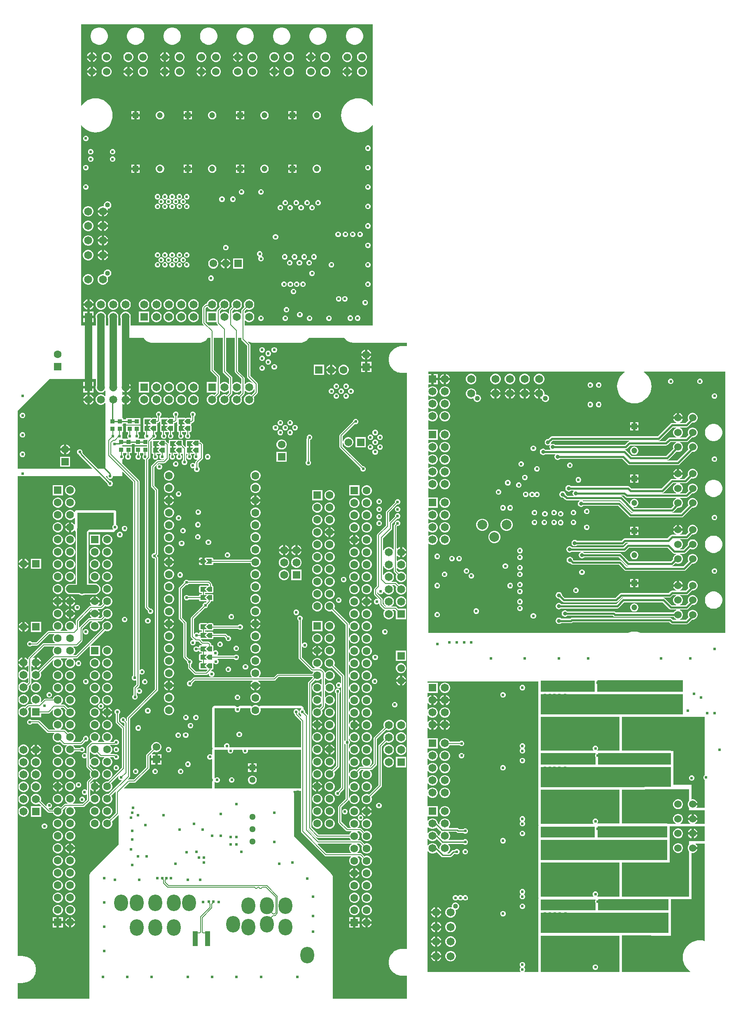
<source format=gbl>
G04*
G04 #@! TF.GenerationSoftware,Altium Limited,Altium Designer,25.8.1 (18)*
G04*
G04 Layer_Physical_Order=6*
G04 Layer_Color=15238730*
%FSLAX25Y25*%
%MOIN*%
G70*
G04*
G04 #@! TF.SameCoordinates,F384F0F7-549D-428C-8488-93E715E2066E*
G04*
G04*
G04 #@! TF.FilePolarity,Positive*
G04*
G01*
G75*
%ADD11C,0.01500*%
%ADD18C,0.01000*%
%ADD19C,0.00600*%
%ADD20C,0.00800*%
%ADD47R,0.03543X0.03347*%
%ADD99R,0.06181X0.06181*%
%ADD100C,0.06181*%
%ADD109C,0.07874*%
%ADD111R,0.06181X0.06181*%
%ADD117O,0.11024X0.13386*%
%ADD118O,0.11024X0.13780*%
%ADD134C,0.07000*%
%ADD135C,0.08000*%
%ADD136C,0.06500*%
%ADD139C,0.06000*%
%ADD145R,0.06496X0.06496*%
%ADD146C,0.06496*%
%ADD147R,0.06496X0.06496*%
%ADD148C,0.05071*%
%ADD149C,0.06000*%
%ADD150C,0.06319*%
%ADD151C,0.04724*%
%ADD152C,0.06299*%
%ADD153R,0.06299X0.06299*%
%ADD154R,0.06299X0.06299*%
%ADD155R,0.06319X0.06319*%
%ADD156C,0.04016*%
%ADD157C,0.04000*%
%ADD158R,0.04724X0.04724*%
%ADD159R,0.05071X0.05071*%
%ADD160R,0.04724X0.04724*%
%ADD161C,0.02800*%
%ADD162C,0.02400*%
%ADD163C,0.03200*%
%AMCUSTOMSHAPE165*
4,1,8,0.00984,0.01968,-0.00487,0.01968,-0.00487,0.01968,-0.02456,0.00000,-0.02456,0.00000,-0.00487,-0.01968,0.02362,-0.01968,0.02362,0.01968,0.00984,0.01968,0.0*%
%ADD165CUSTOMSHAPE165*%

%AMCUSTOMSHAPE166*
4,1,17,0.02751,0.04724,0.00783,0.02756,0.00783,0.02756,0.02751,0.00787,0.00171,0.00787,0.00171,-0.00787,0.02751,-0.00787,0.00783,-0.02756,0.00783,-0.02756,0.02751,-0.04724,-0.02461,-0.04724,-0.02461,-0.00787,-0.01077,-0.00787,-0.01077,0.00787,-0.02461,0.00787,-0.02461,0.04724,-0.02461,0.04724,0.02751,0.04724,0.0*%
%ADD166CUSTOMSHAPE166*%

%AMCUSTOMSHAPE167*
4,1,8,0.00984,0.01968,-0.00487,0.01968,-0.00487,0.01968,-0.02456,0.00000,-0.02456,0.00000,-0.00487,-0.01968,0.02362,-0.01968,0.02362,0.01968,0.00984,0.01968,0.0*%
%ADD167CUSTOMSHAPE167*%

%AMCUSTOMSHAPE168*
4,1,7,0.02751,0.01968,0.00783,0.00000,0.00783,0.00000,0.02751,-0.01968,-0.02461,-0.01968,-0.02461,0.01968,-0.02461,0.01968,0.02751,0.01968,0.0*%
%ADD168CUSTOMSHAPE168*%

%AMCUSTOMSHAPE169*
4,1,5,-0.02362,0.01968,-0.02362,-0.01968,0.00394,-0.01968,0.02362,0.00000,0.00394,0.01968,-0.02362,0.01968,0.0*%
%ADD169CUSTOMSHAPE169*%

%AMCUSTOMSHAPE170*
4,1,5,-0.02461,-0.01968,-0.00492,0.00000,-0.02461,0.01968,0.02461,0.01968,0.02461,-0.01968,-0.02461,-0.01968,0.0*%
%ADD170CUSTOMSHAPE170*%

%ADD171R,0.04016X0.12480*%
G36*
X291339Y727351D02*
X290960Y727244D01*
X290726Y727625D01*
X289316Y729276D01*
X287664Y730687D01*
X285812Y731822D01*
X283805Y732653D01*
X281693Y733160D01*
X279528Y733331D01*
X277362Y733160D01*
X275250Y732653D01*
X273243Y731822D01*
X271391Y730687D01*
X269739Y729276D01*
X268329Y727625D01*
X267194Y725773D01*
X266362Y723766D01*
X265855Y721654D01*
X265685Y719488D01*
X265855Y717323D01*
X266362Y715211D01*
X267194Y713204D01*
X268329Y711352D01*
X269739Y709700D01*
X271391Y708289D01*
X273243Y707154D01*
X275250Y706323D01*
X277362Y705816D01*
X279528Y705646D01*
X281693Y705816D01*
X283805Y706323D01*
X285812Y707154D01*
X287664Y708289D01*
X289316Y709700D01*
X290726Y711352D01*
X290960Y711732D01*
X291339Y711625D01*
Y549248D01*
X274606D01*
X274477Y549231D01*
X274346Y549239D01*
X273961Y549214D01*
X273954Y549213D01*
X233925D01*
X233656Y549248D01*
X233268D01*
X193898Y549248D01*
X193509D01*
X193240Y549213D01*
X187573D01*
Y553343D01*
X187967Y553506D01*
X188573Y552900D01*
X189541Y552341D01*
X190622Y552051D01*
X191740D01*
X192821Y552341D01*
X193789Y552900D01*
X194580Y553691D01*
X195140Y554660D01*
X195429Y555740D01*
Y556858D01*
X195140Y557939D01*
X194580Y558908D01*
X193789Y559698D01*
X192821Y560258D01*
X191740Y560547D01*
X190622D01*
X189541Y560258D01*
X188573Y559698D01*
X187967Y559093D01*
X187573Y559256D01*
Y560817D01*
X189260Y562503D01*
X189541Y562341D01*
X190622Y562051D01*
X191740D01*
X192821Y562341D01*
X193789Y562900D01*
X194580Y563691D01*
X195140Y564660D01*
X195429Y565740D01*
Y566858D01*
X195140Y567939D01*
X194580Y568908D01*
X193789Y569698D01*
X192821Y570258D01*
X191740Y570547D01*
X190622D01*
X189541Y570258D01*
X188573Y569698D01*
X187782Y568908D01*
X187223Y567939D01*
X186933Y566858D01*
Y565740D01*
X187223Y564660D01*
X187385Y564378D01*
X185310Y562303D01*
X185023Y561873D01*
X184922Y561366D01*
Y559033D01*
X184528Y558959D01*
X183789Y559698D01*
X182821Y560258D01*
X181740Y560547D01*
X180622D01*
X179541Y560258D01*
X178573Y559698D01*
X178085Y559211D01*
X177692Y559374D01*
Y560935D01*
X179260Y562503D01*
X179541Y562341D01*
X180622Y562051D01*
X181740D01*
X182821Y562341D01*
X183789Y562900D01*
X184580Y563691D01*
X185140Y564660D01*
X185429Y565740D01*
Y566858D01*
X185140Y567939D01*
X184580Y568908D01*
X183789Y569698D01*
X182821Y570258D01*
X181740Y570547D01*
X180622D01*
X179541Y570258D01*
X178573Y569698D01*
X177782Y568908D01*
X177223Y567939D01*
X176933Y566858D01*
Y565740D01*
X177223Y564660D01*
X177385Y564378D01*
X175429Y562422D01*
X175142Y561992D01*
X175041Y561484D01*
Y558871D01*
X174661Y558769D01*
X174580Y558908D01*
X173789Y559698D01*
X172821Y560258D01*
X171740Y560547D01*
X170622D01*
X169541Y560258D01*
X168573Y559698D01*
X167897Y559023D01*
X167503Y559185D01*
Y560747D01*
X169260Y562503D01*
X169541Y562341D01*
X170622Y562051D01*
X171740D01*
X172821Y562341D01*
X173789Y562900D01*
X174580Y563691D01*
X175140Y564660D01*
X175429Y565740D01*
Y566858D01*
X175140Y567939D01*
X174580Y568908D01*
X173789Y569698D01*
X172821Y570258D01*
X171740Y570547D01*
X170622D01*
X169541Y570258D01*
X168573Y569698D01*
X167782Y568908D01*
X167223Y567939D01*
X166933Y566858D01*
Y565740D01*
X167223Y564660D01*
X167385Y564378D01*
X165240Y562233D01*
X164953Y561803D01*
X164852Y561296D01*
Y560547D01*
X156933D01*
Y552051D01*
X164852D01*
Y551342D01*
X164953Y550835D01*
X165240Y550405D01*
X166069Y549576D01*
X165918Y549213D01*
X158739D01*
X156041Y551910D01*
Y563233D01*
X157042Y564235D01*
X157494Y564189D01*
X157782Y563691D01*
X158573Y562900D01*
X159541Y562341D01*
X160622Y562051D01*
X161740D01*
X162821Y562341D01*
X163789Y562900D01*
X164580Y563691D01*
X165140Y564660D01*
X165429Y565740D01*
Y566858D01*
X165140Y567939D01*
X164580Y568908D01*
X163789Y569698D01*
X162821Y570258D01*
X161740Y570547D01*
X160622D01*
X159541Y570258D01*
X158573Y569698D01*
X157782Y568908D01*
X157223Y567939D01*
X156976Y567018D01*
X156625D01*
X156118Y566917D01*
X155688Y566629D01*
X153778Y564720D01*
X153491Y564290D01*
X153390Y563782D01*
Y551361D01*
X153491Y550854D01*
X153778Y550424D01*
X154626Y549576D01*
X154475Y549213D01*
X152222D01*
X151964Y549247D01*
X151575D01*
X112205Y549247D01*
X111816D01*
X111558Y549213D01*
X95216D01*
Y554943D01*
X95429Y555740D01*
Y556858D01*
X95140Y557939D01*
X94580Y558908D01*
X93789Y559698D01*
X92821Y560258D01*
X91740Y560547D01*
X90622D01*
X89541Y560258D01*
X88573Y559698D01*
X87782Y558908D01*
X87223Y557939D01*
X86933Y556858D01*
Y555740D01*
X87147Y554943D01*
Y549213D01*
X85216D01*
Y554943D01*
X85429Y555740D01*
Y556858D01*
X85140Y557939D01*
X84580Y558908D01*
X83789Y559698D01*
X82821Y560258D01*
X81740Y560547D01*
X80622D01*
X79541Y560258D01*
X78573Y559698D01*
X77782Y558908D01*
X77223Y557939D01*
X76933Y556858D01*
Y555740D01*
X77147Y554943D01*
Y549213D01*
X75216D01*
Y554943D01*
X75429Y555740D01*
Y556858D01*
X75140Y557939D01*
X74580Y558908D01*
X73789Y559698D01*
X72821Y560258D01*
X71740Y560547D01*
X70622D01*
X69541Y560258D01*
X68573Y559698D01*
X67782Y558908D01*
X67223Y557939D01*
X66933Y556858D01*
Y555740D01*
X67147Y554943D01*
Y549213D01*
X55152D01*
X55152Y711570D01*
X55531Y711677D01*
X55730Y711352D01*
X57141Y709700D01*
X58793Y708289D01*
X60645Y707154D01*
X62651Y706323D01*
X64764Y705816D01*
X66929Y705646D01*
X69095Y705816D01*
X71207Y706323D01*
X73214Y707154D01*
X75066Y708289D01*
X76717Y709700D01*
X78128Y711352D01*
X79263Y713204D01*
X80094Y715211D01*
X80601Y717323D01*
X80772Y719488D01*
X80601Y721654D01*
X80094Y723766D01*
X79263Y725773D01*
X78128Y727625D01*
X76717Y729276D01*
X75066Y730687D01*
X73214Y731822D01*
X71207Y732653D01*
X69095Y733160D01*
X66929Y733331D01*
X64764Y733160D01*
X62651Y732653D01*
X60645Y731822D01*
X58793Y730687D01*
X57141Y729276D01*
X55730Y727625D01*
X55531Y727300D01*
X55152Y727407D01*
Y793273D01*
X291339D01*
Y727351D01*
D02*
G37*
G36*
X268439Y539209D02*
X268825Y538541D01*
X269456Y537719D01*
X270001Y537174D01*
X270001Y537174D01*
X270823Y536543D01*
X271491Y536157D01*
X272449Y535761D01*
X273193Y535561D01*
X273573Y535511D01*
X273948Y535435D01*
X274335Y535408D01*
X274472Y535417D01*
X274608Y535399D01*
X318898D01*
Y532514D01*
X314961D01*
X314863Y532502D01*
X314766Y532510D01*
X314090Y532476D01*
X313803Y532424D01*
X313511Y532405D01*
X312186Y532141D01*
X311817Y532016D01*
X311441Y531915D01*
X310193Y531398D01*
X309856Y531204D01*
X309507Y531032D01*
X308384Y530281D01*
X308091Y530024D01*
X307782Y529787D01*
X306827Y528832D01*
X306590Y528523D01*
X306333Y528230D01*
X305583Y527107D01*
X305410Y526758D01*
X305216Y526421D01*
X304699Y525173D01*
X304598Y524797D01*
X304473Y524428D01*
X304209Y523104D01*
X304184Y522715D01*
X304133Y522329D01*
Y520978D01*
X304184Y520592D01*
X304209Y520203D01*
X304473Y518879D01*
X304598Y518510D01*
X304699Y518134D01*
X305216Y516886D01*
X305411Y516549D01*
X305583Y516200D01*
X306333Y515077D01*
X306590Y514784D01*
X306827Y514475D01*
X307782Y513520D01*
X308091Y513283D01*
X308384Y513026D01*
X309507Y512276D01*
X309856Y512103D01*
X310193Y511909D01*
X311441Y511392D01*
X311817Y511291D01*
X312186Y511166D01*
X313511Y510902D01*
X313803Y510883D01*
X314090Y510831D01*
X314766Y510798D01*
X314863Y510806D01*
X314961Y510793D01*
X318898D01*
Y455371D01*
X318864Y455113D01*
Y454724D01*
X318864Y415354D01*
Y414966D01*
X318898Y414707D01*
Y373678D01*
X318864Y373420D01*
Y373031D01*
X318864Y333661D01*
Y333273D01*
X318898Y333014D01*
Y292970D01*
X318864Y292712D01*
Y292323D01*
Y245079D01*
Y244690D01*
X318898Y244432D01*
Y204387D01*
X318864Y204129D01*
Y203740D01*
X318864Y164370D01*
Y163981D01*
X318898Y163723D01*
Y122694D01*
X318864Y122436D01*
Y122047D01*
X318864Y82677D01*
Y82288D01*
X318898Y82030D01*
Y44325D01*
X314961D01*
X314863Y44313D01*
X314766Y44320D01*
X314090Y44287D01*
X313803Y44235D01*
X313511Y44216D01*
X312186Y43952D01*
X311817Y43827D01*
X311441Y43726D01*
X310193Y43209D01*
X309856Y43015D01*
X309507Y42843D01*
X308384Y42092D01*
X308091Y41835D01*
X307782Y41598D01*
X306827Y40643D01*
X306590Y40334D01*
X306333Y40042D01*
X305583Y38919D01*
X305410Y38569D01*
X305216Y38232D01*
X304699Y36984D01*
X304598Y36608D01*
X304473Y36239D01*
X304209Y34915D01*
X304184Y34526D01*
X304133Y34140D01*
Y32789D01*
X304184Y32403D01*
X304209Y32015D01*
X304473Y30690D01*
X304598Y30321D01*
X304699Y29945D01*
X305216Y28697D01*
X305411Y28360D01*
X305583Y28011D01*
X306333Y26888D01*
X306590Y26595D01*
X306827Y26286D01*
X307782Y25331D01*
X308091Y25094D01*
X308384Y24837D01*
X309507Y24087D01*
X309856Y23914D01*
X310193Y23720D01*
X311441Y23203D01*
X311817Y23102D01*
X312186Y22977D01*
X313511Y22713D01*
X313803Y22694D01*
X314090Y22642D01*
X314766Y22609D01*
X314863Y22617D01*
X314961Y22604D01*
X318898D01*
Y3971D01*
X258956D01*
Y102362D01*
X258956Y102362D01*
X258818Y103406D01*
X258415Y104379D01*
X257774Y105215D01*
X257774Y105215D01*
X227460Y135529D01*
Y170276D01*
X227322Y171320D01*
X227104Y171846D01*
X227323Y172173D01*
X233176D01*
Y139514D01*
X233277Y139006D01*
X233565Y138576D01*
X252503Y119639D01*
X252933Y119351D01*
X253440Y119250D01*
X273591D01*
X273745Y118857D01*
X273081Y118193D01*
X272535Y117247D01*
X272252Y116191D01*
Y115099D01*
X272535Y114043D01*
X273081Y113097D01*
X273854Y112325D01*
X274800Y111778D01*
X275855Y111496D01*
X276948D01*
X278003Y111778D01*
X278949Y112325D01*
X279722Y113097D01*
X280268Y114043D01*
X280551Y115099D01*
Y116191D01*
X280268Y117247D01*
X279722Y118193D01*
X279058Y118857D01*
X279212Y119250D01*
X280922D01*
X282678Y117494D01*
X282535Y117247D01*
X282252Y116191D01*
Y115099D01*
X282535Y114043D01*
X283081Y113097D01*
X283854Y112325D01*
X284800Y111778D01*
X285855Y111496D01*
X286948D01*
X288003Y111778D01*
X288949Y112325D01*
X289722Y113097D01*
X290268Y114043D01*
X290551Y115099D01*
Y116191D01*
X290268Y117247D01*
X289722Y118193D01*
X288949Y118966D01*
X288003Y119512D01*
X286948Y119795D01*
X285855D01*
X284800Y119512D01*
X284552Y119369D01*
X282408Y121513D01*
X281978Y121800D01*
X281471Y121901D01*
X278977D01*
X278875Y122282D01*
X278949Y122325D01*
X279722Y123097D01*
X280268Y124044D01*
X280551Y125099D01*
Y126191D01*
X280268Y127247D01*
X279722Y128193D01*
X278949Y128966D01*
X278567Y129186D01*
X278673Y129580D01*
X280592D01*
X282678Y127495D01*
X282535Y127247D01*
X282252Y126191D01*
Y125099D01*
X282535Y124044D01*
X283081Y123097D01*
X283854Y122325D01*
X284800Y121778D01*
X285855Y121496D01*
X286948D01*
X288003Y121778D01*
X288949Y122325D01*
X289722Y123097D01*
X290268Y124044D01*
X290551Y125099D01*
Y126191D01*
X290268Y127247D01*
X289722Y128193D01*
X288949Y128966D01*
X288003Y129512D01*
X286948Y129795D01*
X285855D01*
X284800Y129512D01*
X284552Y129369D01*
X282079Y131843D01*
X281648Y132130D01*
X281141Y132231D01*
X279413D01*
X279250Y132625D01*
X279722Y133097D01*
X280268Y134044D01*
X280551Y135099D01*
Y136191D01*
X280268Y137247D01*
X279722Y138193D01*
X278949Y138966D01*
X278817Y139042D01*
X278919Y139423D01*
X280750D01*
X282678Y137495D01*
X282535Y137247D01*
X282252Y136191D01*
Y135099D01*
X282535Y134044D01*
X283081Y133097D01*
X283854Y132325D01*
X284800Y131778D01*
X285855Y131496D01*
X286948D01*
X288003Y131778D01*
X288949Y132325D01*
X289722Y133097D01*
X290268Y134044D01*
X290551Y135099D01*
Y136191D01*
X290268Y137247D01*
X289722Y138193D01*
X288949Y138966D01*
X288003Y139512D01*
X286948Y139795D01*
X285855D01*
X284800Y139512D01*
X284552Y139369D01*
X282236Y141685D01*
X281806Y141973D01*
X281299Y142074D01*
X279255D01*
X279092Y142467D01*
X279722Y143097D01*
X280268Y144044D01*
X280551Y145099D01*
Y146192D01*
X280268Y147247D01*
X279722Y148193D01*
X278949Y148966D01*
X278003Y149512D01*
X276948Y149795D01*
X275855D01*
X274800Y149512D01*
X273854Y148966D01*
X273081Y148193D01*
X272535Y147247D01*
X272252Y146192D01*
Y145099D01*
X272535Y144044D01*
X273081Y143097D01*
X273711Y142467D01*
X273548Y142074D01*
X271218D01*
X266089Y147203D01*
Y158900D01*
X271606Y164417D01*
X271894Y164847D01*
X271901Y164886D01*
X272306Y164899D01*
X272535Y164043D01*
X273081Y163097D01*
X273854Y162325D01*
X274800Y161778D01*
X275855Y161496D01*
X276948D01*
X278003Y161778D01*
X278949Y162325D01*
X279722Y163097D01*
X280268Y164043D01*
X280551Y165099D01*
Y166191D01*
X280268Y167247D01*
X279722Y168193D01*
X278949Y168966D01*
X278003Y169512D01*
X276948Y169795D01*
X275855D01*
X274800Y169512D01*
X273854Y168966D01*
X273081Y168193D01*
X272535Y167247D01*
X272389Y166701D01*
X271995Y166753D01*
Y174538D01*
X272389Y174589D01*
X272535Y174044D01*
X273081Y173097D01*
X273854Y172325D01*
X274800Y171778D01*
X275855Y171496D01*
X276948D01*
X278003Y171778D01*
X278949Y172325D01*
X279722Y173097D01*
X280268Y174044D01*
X280551Y175099D01*
Y176191D01*
X280268Y177247D01*
X279722Y178193D01*
X278949Y178966D01*
X278003Y179512D01*
X276948Y179795D01*
X275855D01*
X274800Y179512D01*
X273854Y178966D01*
X273081Y178193D01*
X272535Y177247D01*
X272389Y176701D01*
X271995Y176753D01*
Y184538D01*
X272389Y184589D01*
X272535Y184044D01*
X273081Y183097D01*
X273854Y182325D01*
X274800Y181778D01*
X275855Y181496D01*
X276948D01*
X278003Y181778D01*
X278949Y182325D01*
X279722Y183097D01*
X280268Y184044D01*
X280551Y185099D01*
Y186191D01*
X280268Y187247D01*
X280125Y187495D01*
X281910Y189279D01*
X283660D01*
X283773Y188885D01*
X283081Y188193D01*
X282535Y187247D01*
X282252Y186191D01*
Y185099D01*
X282535Y184044D01*
X283081Y183097D01*
X283854Y182325D01*
X284800Y181778D01*
X285855Y181496D01*
X286948D01*
X288003Y181778D01*
X288949Y182325D01*
X289722Y183097D01*
X290268Y184044D01*
X290551Y185099D01*
Y186191D01*
X290268Y187247D01*
X289722Y188193D01*
X289030Y188885D01*
X289143Y189279D01*
X290014D01*
X290521Y189380D01*
X290951Y189667D01*
X294244Y192960D01*
X294532Y193390D01*
X294633Y193898D01*
Y214230D01*
X302252Y221850D01*
X302534Y221687D01*
X303614Y221398D01*
X304732D01*
X305813Y221687D01*
X306782Y222246D01*
X307573Y223037D01*
X308132Y224006D01*
X308421Y225086D01*
Y226205D01*
X308132Y227285D01*
X307573Y228254D01*
X306782Y229045D01*
X305813Y229604D01*
X304732Y229894D01*
X303614D01*
X302534Y229604D01*
X301565Y229045D01*
X300774Y228254D01*
X300215Y227285D01*
X299925Y226205D01*
Y225086D01*
X300215Y224006D01*
X300377Y223724D01*
X292370Y215717D01*
X292083Y215287D01*
X291982Y214779D01*
Y194447D01*
X289465Y191930D01*
X289026D01*
X288925Y192310D01*
X288949Y192325D01*
X289722Y193097D01*
X290268Y194044D01*
X290551Y195099D01*
Y196192D01*
X290268Y197247D01*
X289722Y198193D01*
X288949Y198966D01*
X288003Y199512D01*
X286948Y199795D01*
X285855D01*
X284800Y199512D01*
X283854Y198966D01*
X283081Y198193D01*
X282535Y197247D01*
X282252Y196192D01*
Y195099D01*
X282535Y194044D01*
X283081Y193097D01*
X283854Y192325D01*
X283879Y192310D01*
X283777Y191930D01*
X281361D01*
X280854Y191829D01*
X280424Y191542D01*
X278251Y189369D01*
X278003Y189512D01*
X276948Y189795D01*
X275855D01*
X274800Y189512D01*
X273854Y188966D01*
X273081Y188193D01*
X272535Y187247D01*
X272389Y186701D01*
X271995Y186753D01*
Y194538D01*
X272389Y194589D01*
X272535Y194044D01*
X273081Y193097D01*
X273854Y192325D01*
X274800Y191778D01*
X275855Y191496D01*
X276948D01*
X278003Y191778D01*
X278949Y192325D01*
X279722Y193097D01*
X280268Y194044D01*
X280551Y195099D01*
Y196192D01*
X280268Y197247D01*
X279722Y198193D01*
X278949Y198966D01*
X278003Y199512D01*
X276948Y199795D01*
X275855D01*
X274800Y199512D01*
X273854Y198966D01*
X273081Y198193D01*
X272535Y197247D01*
X272389Y196701D01*
X271995Y196753D01*
Y204538D01*
X272389Y204589D01*
X272535Y204044D01*
X273081Y203097D01*
X273854Y202325D01*
X274800Y201778D01*
X275855Y201496D01*
X276948D01*
X278003Y201778D01*
X278949Y202325D01*
X279722Y203097D01*
X280268Y204044D01*
X280551Y205099D01*
Y206191D01*
X280268Y207247D01*
X279722Y208193D01*
X278949Y208966D01*
X278003Y209512D01*
X276948Y209795D01*
X275855D01*
X274800Y209512D01*
X273854Y208966D01*
X273081Y208193D01*
X272535Y207247D01*
X272389Y206701D01*
X271995Y206753D01*
Y209828D01*
X272534Y210368D01*
X272869Y211177D01*
Y212052D01*
X272534Y212860D01*
X271995Y213400D01*
Y214538D01*
X272389Y214589D01*
X272535Y214043D01*
X273081Y213097D01*
X273854Y212325D01*
X274800Y211778D01*
X275855Y211496D01*
X276948D01*
X278003Y211778D01*
X278949Y212325D01*
X279722Y213097D01*
X280268Y214043D01*
X280551Y215099D01*
Y216192D01*
X280268Y217247D01*
X279722Y218193D01*
X278949Y218966D01*
X278003Y219512D01*
X276948Y219795D01*
X275855D01*
X274800Y219512D01*
X273854Y218966D01*
X273081Y218193D01*
X272535Y217247D01*
X272389Y216701D01*
X271995Y216753D01*
Y224538D01*
X272389Y224589D01*
X272535Y224043D01*
X273081Y223097D01*
X273854Y222325D01*
X274800Y221778D01*
X275402Y221617D01*
Y225645D01*
Y229673D01*
X274800Y229512D01*
X273854Y228966D01*
X273081Y228193D01*
X272535Y227247D01*
X272389Y226701D01*
X271995Y226753D01*
Y234538D01*
X272389Y234589D01*
X272535Y234044D01*
X273081Y233097D01*
X273854Y232325D01*
X274800Y231778D01*
X275855Y231496D01*
X276948D01*
X278003Y231778D01*
X278949Y232325D01*
X279722Y233097D01*
X280268Y234044D01*
X280551Y235099D01*
Y236192D01*
X280268Y237247D01*
X279722Y238193D01*
X278949Y238966D01*
X278003Y239512D01*
X276948Y239795D01*
X275855D01*
X274800Y239512D01*
X273854Y238966D01*
X273081Y238193D01*
X272535Y237247D01*
X272389Y236701D01*
X271995Y236753D01*
Y244538D01*
X272389Y244589D01*
X272535Y244043D01*
X273081Y243097D01*
X273854Y242325D01*
X274800Y241778D01*
X275855Y241496D01*
X276948D01*
X278003Y241778D01*
X278949Y242325D01*
X279722Y243097D01*
X280268Y244043D01*
X280551Y245099D01*
Y246192D01*
X280268Y247247D01*
X279722Y248193D01*
X278949Y248966D01*
X278003Y249512D01*
X276948Y249795D01*
X275855D01*
X274800Y249512D01*
X273854Y248966D01*
X273081Y248193D01*
X272535Y247247D01*
X272389Y246701D01*
X271995Y246753D01*
Y254538D01*
X272389Y254589D01*
X272535Y254044D01*
X273081Y253097D01*
X273854Y252325D01*
X274800Y251778D01*
X275855Y251496D01*
X276948D01*
X278003Y251778D01*
X278949Y252325D01*
X279722Y253097D01*
X280268Y254044D01*
X280551Y255099D01*
Y256191D01*
X280268Y257247D01*
X279722Y258193D01*
X278949Y258966D01*
X278003Y259512D01*
X276948Y259795D01*
X275855D01*
X274800Y259512D01*
X273854Y258966D01*
X273081Y258193D01*
X272535Y257247D01*
X272389Y256701D01*
X271995Y256753D01*
Y264538D01*
X272389Y264589D01*
X272535Y264043D01*
X273081Y263097D01*
X273854Y262325D01*
X274800Y261778D01*
X275855Y261496D01*
X276948D01*
X278003Y261778D01*
X278949Y262325D01*
X279722Y263097D01*
X280268Y264043D01*
X280551Y265099D01*
Y266192D01*
X280268Y267247D01*
X279722Y268193D01*
X278949Y268966D01*
X278003Y269512D01*
X276948Y269795D01*
X275855D01*
X274800Y269512D01*
X273854Y268966D01*
X273081Y268193D01*
X272535Y267247D01*
X272389Y266701D01*
X271995Y266753D01*
Y274538D01*
X272389Y274589D01*
X272535Y274043D01*
X273081Y273097D01*
X273854Y272325D01*
X274800Y271778D01*
X275855Y271496D01*
X276948D01*
X278003Y271778D01*
X278949Y272325D01*
X279722Y273097D01*
X280268Y274043D01*
X280551Y275099D01*
Y276191D01*
X280268Y277247D01*
X279722Y278193D01*
X278949Y278966D01*
X278003Y279512D01*
X276948Y279795D01*
X275855D01*
X274800Y279512D01*
X273854Y278966D01*
X273081Y278193D01*
X272535Y277247D01*
X272389Y276701D01*
X271995Y276753D01*
Y284538D01*
X272389Y284589D01*
X272535Y284044D01*
X273081Y283097D01*
X273854Y282325D01*
X274800Y281778D01*
X275855Y281496D01*
X276948D01*
X278003Y281778D01*
X278949Y282325D01*
X279722Y283097D01*
X280268Y284044D01*
X280551Y285099D01*
Y286192D01*
X280268Y287247D01*
X279722Y288193D01*
X278949Y288966D01*
X278003Y289512D01*
X276948Y289795D01*
X275855D01*
X274800Y289512D01*
X273854Y288966D01*
X273081Y288193D01*
X272535Y287247D01*
X272389Y286701D01*
X271995Y286753D01*
Y294538D01*
X272389Y294589D01*
X272535Y294043D01*
X273081Y293097D01*
X273854Y292325D01*
X274800Y291778D01*
X275855Y291496D01*
X276948D01*
X278003Y291778D01*
X278949Y292325D01*
X279722Y293097D01*
X280268Y294043D01*
X280551Y295099D01*
Y296192D01*
X280268Y297247D01*
X279722Y298193D01*
X278949Y298966D01*
X278003Y299512D01*
X276948Y299795D01*
X275855D01*
X274800Y299512D01*
X273854Y298966D01*
X273081Y298193D01*
X272535Y297247D01*
X272389Y296701D01*
X271995Y296753D01*
Y304538D01*
X272389Y304589D01*
X272535Y304044D01*
X273081Y303097D01*
X273854Y302325D01*
X274800Y301778D01*
X275855Y301496D01*
X276948D01*
X278003Y301778D01*
X278949Y302325D01*
X279722Y303097D01*
X280268Y304044D01*
X280551Y305099D01*
Y306191D01*
X280268Y307247D01*
X279722Y308193D01*
X278949Y308966D01*
X278003Y309512D01*
X276948Y309795D01*
X275855D01*
X274800Y309512D01*
X273854Y308966D01*
X273081Y308193D01*
X272535Y307247D01*
X272389Y306701D01*
X271995Y306753D01*
Y307476D01*
X271894Y307983D01*
X271606Y308413D01*
X260125Y319894D01*
X260268Y320142D01*
X260551Y321197D01*
Y322290D01*
X260268Y323345D01*
X259722Y324291D01*
X258949Y325064D01*
X258003Y325610D01*
X256948Y325893D01*
X255855D01*
X254800Y325610D01*
X253854Y325064D01*
X253081Y324291D01*
X252535Y323345D01*
X252252Y322290D01*
Y321197D01*
X252535Y320142D01*
X253081Y319196D01*
X253854Y318423D01*
X254800Y317877D01*
X255855Y317594D01*
X256948D01*
X258003Y317877D01*
X258251Y318020D01*
X269344Y306927D01*
Y213400D01*
X268804Y212860D01*
X268770Y212779D01*
X268377Y212857D01*
Y265094D01*
X268276Y265601D01*
X267988Y266031D01*
X260125Y273894D01*
X260268Y274142D01*
X260551Y275197D01*
Y276290D01*
X260268Y277345D01*
X259722Y278292D01*
X258949Y279064D01*
X258003Y279610D01*
X256948Y279893D01*
X255855D01*
X254800Y279610D01*
X253854Y279064D01*
X253081Y278292D01*
X252535Y277345D01*
X252252Y276290D01*
Y275197D01*
X252535Y274142D01*
X253081Y273196D01*
X253854Y272423D01*
X254800Y271877D01*
X255855Y271594D01*
X256948D01*
X258003Y271877D01*
X258251Y272020D01*
X265726Y264545D01*
Y259596D01*
X265332Y259433D01*
X265026Y259739D01*
X264217Y260074D01*
X263342D01*
X262533Y259739D01*
X261914Y259120D01*
X261579Y258312D01*
Y257436D01*
X261914Y256628D01*
X262533Y256009D01*
X263342Y255674D01*
X264217D01*
X265026Y256009D01*
X265332Y256315D01*
X265726Y256152D01*
Y175081D01*
X263121Y172476D01*
X262358D01*
X261549Y172141D01*
X260930Y171522D01*
X260595Y170713D01*
Y169838D01*
X260930Y169029D01*
X261549Y168411D01*
X262358Y168076D01*
X263233D01*
X264041Y168411D01*
X264660Y169029D01*
X264995Y169838D01*
Y170601D01*
X267988Y173594D01*
X268276Y174024D01*
X268377Y174531D01*
Y210371D01*
X268770Y210450D01*
X268804Y210368D01*
X269344Y209828D01*
Y165903D01*
X263826Y160386D01*
X263539Y159956D01*
X263438Y159449D01*
Y146653D01*
X263539Y146146D01*
X263826Y145716D01*
X269732Y139811D01*
X270162Y139523D01*
X270669Y139423D01*
X273884D01*
X273986Y139042D01*
X273854Y138966D01*
X273081Y138193D01*
X272535Y137247D01*
X272461Y136971D01*
X247263D01*
X241483Y142751D01*
Y258950D01*
X244552Y262020D01*
X244800Y261877D01*
X245855Y261594D01*
X246948D01*
X248003Y261877D01*
X248950Y262423D01*
X249462Y262935D01*
X249856Y262772D01*
Y258715D01*
X249462Y258552D01*
X248950Y259064D01*
X248003Y259610D01*
X246948Y259893D01*
X245855D01*
X244800Y259610D01*
X243854Y259064D01*
X243081Y258292D01*
X242535Y257345D01*
X242252Y256290D01*
Y255197D01*
X242535Y254142D01*
X243081Y253196D01*
X243854Y252423D01*
X244800Y251877D01*
X245855Y251594D01*
X246948D01*
X248003Y251877D01*
X248950Y252423D01*
X249462Y252936D01*
X249856Y252772D01*
Y248715D01*
X249462Y248552D01*
X248950Y249064D01*
X248003Y249610D01*
X246948Y249893D01*
X245855D01*
X244800Y249610D01*
X243854Y249064D01*
X243081Y248291D01*
X242535Y247345D01*
X242252Y246290D01*
Y245197D01*
X242535Y244142D01*
X243081Y243196D01*
X243854Y242423D01*
X244800Y241877D01*
X245855Y241594D01*
X246948D01*
X248003Y241877D01*
X248950Y242423D01*
X249462Y242935D01*
X249856Y242772D01*
Y241072D01*
X248251Y239467D01*
X248003Y239610D01*
X246948Y239893D01*
X245855D01*
X244800Y239610D01*
X243854Y239064D01*
X243081Y238292D01*
X242535Y237345D01*
X242252Y236290D01*
Y235197D01*
X242535Y234142D01*
X243081Y233196D01*
X243854Y232423D01*
X244800Y231877D01*
X245855Y231594D01*
X246948D01*
X248003Y231877D01*
X248950Y232423D01*
X249722Y233196D01*
X250268Y234142D01*
X250551Y235197D01*
Y236290D01*
X250268Y237345D01*
X250125Y237593D01*
X252118Y239586D01*
X252406Y240016D01*
X252507Y240523D01*
Y243403D01*
X252900Y243509D01*
X253081Y243196D01*
X253854Y242423D01*
X254800Y241877D01*
X255855Y241594D01*
X256948D01*
X258003Y241877D01*
X258949Y242423D01*
X259722Y243196D01*
X260268Y244142D01*
X260551Y245197D01*
Y246290D01*
X260268Y247345D01*
X259722Y248291D01*
X258949Y249064D01*
X258003Y249610D01*
X256948Y249893D01*
X255855D01*
X254800Y249610D01*
X253854Y249064D01*
X253081Y248291D01*
X252900Y247978D01*
X252507Y248084D01*
Y253403D01*
X252900Y253509D01*
X253081Y253196D01*
X253854Y252423D01*
X254800Y251877D01*
X255855Y251594D01*
X256948D01*
X258003Y251877D01*
X258949Y252423D01*
X259722Y253196D01*
X260268Y254142D01*
X260551Y255197D01*
Y256290D01*
X260268Y257345D01*
X259722Y258292D01*
X258949Y259064D01*
X258003Y259610D01*
X256948Y259893D01*
X255855D01*
X254800Y259610D01*
X253854Y259064D01*
X253081Y258292D01*
X252900Y257978D01*
X252507Y258084D01*
Y263403D01*
X252900Y263509D01*
X253081Y263196D01*
X253854Y262423D01*
X254800Y261877D01*
X255855Y261594D01*
X256948D01*
X258003Y261877D01*
X258949Y262423D01*
X259722Y263196D01*
X260268Y264142D01*
X260551Y265197D01*
Y266290D01*
X260268Y267345D01*
X259722Y268291D01*
X258949Y269064D01*
X258003Y269610D01*
X256948Y269893D01*
X255855D01*
X254800Y269610D01*
X253854Y269064D01*
X253081Y268291D01*
X252900Y267978D01*
X252507Y268084D01*
Y268307D01*
X252406Y268814D01*
X252118Y269244D01*
X250051Y271311D01*
X249621Y271599D01*
X249114Y271700D01*
X248484D01*
X248378Y272093D01*
X248950Y272423D01*
X249722Y273196D01*
X250268Y274142D01*
X250551Y275197D01*
Y276290D01*
X250268Y277345D01*
X249722Y278292D01*
X248950Y279064D01*
X248003Y279610D01*
X246948Y279893D01*
X245855D01*
X244800Y279610D01*
X243854Y279064D01*
X243081Y278292D01*
X242535Y277345D01*
X242252Y276290D01*
Y275197D01*
X242535Y274142D01*
X243081Y273196D01*
X243854Y272423D01*
X244425Y272093D01*
X244320Y271700D01*
X242675D01*
X233904Y280470D01*
Y289169D01*
X234298Y289247D01*
X234355Y289108D01*
X234974Y288489D01*
X235783Y288154D01*
X236658D01*
X237467Y288489D01*
X238086Y289108D01*
X238421Y289917D01*
Y290792D01*
X238086Y291600D01*
X237467Y292219D01*
X236658Y292554D01*
X235783D01*
X234974Y292219D01*
X234355Y291600D01*
X234298Y291462D01*
X233904Y291540D01*
Y310475D01*
X234191Y310762D01*
X234526Y311570D01*
Y312445D01*
X234191Y313254D01*
X233572Y313873D01*
X232763Y314208D01*
X231888D01*
X231080Y313873D01*
X230461Y313254D01*
X230126Y312445D01*
Y311570D01*
X230461Y310762D01*
X231080Y310143D01*
X231253Y310071D01*
Y279921D01*
X231354Y279414D01*
X231642Y278984D01*
X241189Y269437D01*
X241619Y269149D01*
X242126Y269049D01*
X243324D01*
X243474Y268685D01*
X243081Y268291D01*
X242535Y267345D01*
X242461Y267069D01*
X214563D01*
X214055Y266968D01*
X213625Y266681D01*
X211172Y264227D01*
X199392D01*
X199229Y264621D01*
X199738Y265129D01*
X200284Y266075D01*
X200567Y267131D01*
Y268224D01*
X200284Y269279D01*
X199738Y270225D01*
X198965Y270998D01*
X198019Y271544D01*
X196964Y271827D01*
X195871D01*
X194816Y271544D01*
X193869Y270998D01*
X193097Y270225D01*
X192551Y269279D01*
X192268Y268224D01*
Y267131D01*
X192551Y266075D01*
X193097Y265129D01*
X193605Y264621D01*
X193442Y264227D01*
X146858Y264227D01*
X146351Y264126D01*
X145921Y263839D01*
X143534Y261452D01*
X142771D01*
X141963Y261117D01*
X141344Y260498D01*
X141009Y259690D01*
Y258814D01*
X141344Y258006D01*
X141963Y257387D01*
X142771Y257052D01*
X143646D01*
X144455Y257387D01*
X145074Y258006D01*
X145409Y258814D01*
Y259577D01*
X147407Y261576D01*
X194084Y261576D01*
X194189Y261182D01*
X193869Y260998D01*
X193097Y260225D01*
X192551Y259279D01*
X192389Y258677D01*
X200445D01*
X200284Y259279D01*
X199738Y260225D01*
X198965Y260998D01*
X198645Y261182D01*
X198751Y261576D01*
X211720D01*
X212228Y261677D01*
X212658Y261964D01*
X215111Y264418D01*
X242461D01*
X242535Y264142D01*
X242678Y263894D01*
X239220Y260437D01*
X238933Y260007D01*
X238832Y259500D01*
Y234013D01*
X238438Y233893D01*
X238408Y233939D01*
X236452Y235895D01*
Y236658D01*
X236117Y237467D01*
X235498Y238086D01*
X235301Y238167D01*
X235307Y238194D01*
Y239173D01*
X235152Y239954D01*
X234710Y240615D01*
X234048Y241057D01*
X233268Y241212D01*
X200636D01*
X200504Y241186D01*
X200370Y241195D01*
X200117Y241109D01*
X199855Y241057D01*
X199744Y240983D01*
X199616Y240939D01*
X199416Y240763D01*
X199286Y240677D01*
X198965Y240998D01*
X198019Y241544D01*
X196964Y241827D01*
X195871D01*
X194816Y241544D01*
X193869Y240998D01*
X193549Y240677D01*
X193419Y240763D01*
X193218Y240939D01*
X193091Y240982D01*
X192979Y241057D01*
X192718Y241109D01*
X192465Y241195D01*
X192331Y241186D01*
X192199Y241212D01*
X184119D01*
X183922Y241173D01*
X183721D01*
X183536Y241096D01*
X183339Y241057D01*
X183172Y240946D01*
X182986Y240869D01*
X182844Y240727D01*
X182677Y240615D01*
X182566Y240448D01*
X182425Y240308D01*
X182229Y240389D01*
X181354D01*
X181157Y240308D01*
X181017Y240448D01*
X180905Y240615D01*
X180738Y240727D01*
X180596Y240869D01*
X180411Y240946D01*
X180244Y241057D01*
X180047Y241096D01*
X179861Y241173D01*
X179660D01*
X179463Y241212D01*
X163386D01*
X162606Y241057D01*
X161944Y240615D01*
X161502Y239954D01*
X161347Y239173D01*
Y207677D01*
X161502Y206897D01*
X161651Y206674D01*
X161614Y206586D01*
X161502Y206418D01*
X161463Y206222D01*
X161386Y206038D01*
X161386Y205836D01*
X161347Y205638D01*
Y201573D01*
X160953Y201410D01*
X160695Y201668D01*
X159886Y202003D01*
X159011D01*
X158203Y201668D01*
X157584Y201049D01*
X157249Y200241D01*
Y199365D01*
X157584Y198557D01*
X158203Y197938D01*
X159011Y197603D01*
X159886D01*
X160695Y197938D01*
X160953Y198196D01*
X161347Y198033D01*
Y182802D01*
X161502Y182022D01*
X161944Y181360D01*
X161975Y181339D01*
Y180866D01*
X161944Y180845D01*
X161502Y180183D01*
X161347Y179403D01*
Y174310D01*
X160976Y174310D01*
X90192Y174310D01*
X90041Y174674D01*
X94160Y178793D01*
X98425D01*
X98932Y178893D01*
X99362Y179181D01*
X110189Y190008D01*
X110477Y190438D01*
X110577Y190945D01*
Y200317D01*
X111687Y201427D01*
X112051Y201276D01*
Y198756D01*
X115142D01*
Y201847D01*
X112621D01*
X112470Y202210D01*
X114336Y204075D01*
X114563Y203944D01*
X115603Y203665D01*
X116680D01*
X117721Y203944D01*
X118653Y204483D01*
X119415Y205244D01*
X119954Y206177D01*
X120232Y207217D01*
Y208294D01*
X119954Y209335D01*
X119415Y210268D01*
X118653Y211029D01*
X117721Y211568D01*
X116680Y211846D01*
X115603D01*
X114563Y211568D01*
X113630Y211029D01*
X112868Y210268D01*
X112330Y209335D01*
X112051Y208294D01*
Y207217D01*
X112330Y206177D01*
X112461Y205950D01*
X108315Y201803D01*
X108027Y201373D01*
X107926Y200866D01*
Y191494D01*
X97876Y181444D01*
X93611D01*
X93358Y181393D01*
X93164Y181756D01*
X94441Y183033D01*
X94728Y183463D01*
X94829Y183971D01*
Y230750D01*
X117276Y253197D01*
X117563Y253627D01*
X117664Y254134D01*
Y360925D01*
X117563Y361432D01*
X117276Y361862D01*
X116767Y362371D01*
Y363022D01*
X117177Y363433D01*
X117465Y363863D01*
X117566Y364370D01*
Y416043D01*
X117465Y416551D01*
X117177Y416981D01*
X114535Y419623D01*
Y434511D01*
X117675Y437651D01*
X122441D01*
X122948Y437752D01*
X123378Y438039D01*
X125937Y440598D01*
X126225Y441028D01*
X126326Y441535D01*
Y445145D01*
X126719Y445355D01*
X126775Y445318D01*
X127165Y445240D01*
X127513D01*
Y444404D01*
X127269Y444160D01*
X126934Y443351D01*
Y442476D01*
X127269Y441667D01*
X127888Y441048D01*
X128696Y440713D01*
X129571D01*
X130380Y441048D01*
X130999Y441667D01*
X131334Y442476D01*
Y443351D01*
X130999Y444160D01*
X130380Y444778D01*
X130164Y444868D01*
Y445240D01*
X132377D01*
X132767Y445318D01*
X132967Y445451D01*
X133320Y445239D01*
Y444699D01*
X132781Y444160D01*
X132446Y443351D01*
Y442476D01*
X132781Y441667D01*
X133399Y441048D01*
X134208Y440713D01*
X135083D01*
X135892Y441048D01*
X136511Y441667D01*
X136846Y442476D01*
Y443351D01*
X136511Y444160D01*
X135971Y444699D01*
Y445240D01*
X136614D01*
X137004Y445318D01*
X137257Y445487D01*
X137536Y445395D01*
X137651Y445312D01*
Y440369D01*
X137111Y439829D01*
X136776Y439020D01*
Y438145D01*
X137111Y437336D01*
X137730Y436718D01*
X138539Y436383D01*
X139414D01*
X140223Y436718D01*
X140841Y437336D01*
X141176Y438145D01*
Y439020D01*
X140841Y439829D01*
X140302Y440369D01*
Y445049D01*
X140696Y445290D01*
X140945Y445240D01*
X141293D01*
Y444404D01*
X141048Y444160D01*
X140713Y443351D01*
Y442476D01*
X141048Y441667D01*
X141667Y441048D01*
X142476Y440713D01*
X143351D01*
X144160Y441048D01*
X144778Y441667D01*
X145113Y442476D01*
Y443351D01*
X144778Y444160D01*
X144160Y444778D01*
X143944Y444868D01*
Y445240D01*
X146157D01*
X146547Y445318D01*
X146746Y445451D01*
X147100Y445239D01*
Y444699D01*
X146560Y444160D01*
X146225Y443351D01*
Y442476D01*
X146560Y441667D01*
X147179Y441048D01*
X147988Y440713D01*
X148793D01*
X148929Y440519D01*
X148986Y440350D01*
X147980Y439344D01*
X147693Y438914D01*
X147592Y438407D01*
Y437572D01*
X147198Y437409D01*
X146915Y437692D01*
X146107Y438027D01*
X145232D01*
X144423Y437692D01*
X143804Y437073D01*
X143469Y436264D01*
Y435389D01*
X143804Y434581D01*
X144423Y433962D01*
X145232Y433627D01*
X146107D01*
X146487Y433784D01*
X146788Y433483D01*
X146717Y433312D01*
Y432436D01*
X147052Y431628D01*
X147671Y431009D01*
X148480Y430674D01*
X149355D01*
X150163Y431009D01*
X150782Y431628D01*
X151117Y432436D01*
Y433312D01*
X150782Y434120D01*
X150243Y434660D01*
Y437858D01*
X153496Y441111D01*
X153784Y441541D01*
X153884Y442048D01*
Y452756D01*
X153784Y453263D01*
X153496Y453693D01*
X152512Y454677D01*
X152082Y454965D01*
X151575Y455066D01*
X151413D01*
Y455709D01*
X151336Y456099D01*
X151115Y456430D01*
X150784Y456651D01*
X150394Y456728D01*
X149016Y456728D01*
X147544D01*
X147544Y456728D01*
X147154Y456651D01*
X146850Y456448D01*
X146547Y456651D01*
X146157Y456728D01*
X140945D01*
X140555Y456651D01*
X140224Y456430D01*
X140003Y456099D01*
X139925Y455709D01*
Y451772D01*
X140003Y451381D01*
X140067Y451286D01*
X140072Y451274D01*
X139984Y451128D01*
X139487Y451068D01*
X137634Y452922D01*
Y455709D01*
X137556Y456099D01*
X137335Y456430D01*
X137004Y456651D01*
X136614Y456728D01*
X135236Y456728D01*
X133765D01*
X133765Y456728D01*
X133374Y456651D01*
X133071Y456448D01*
X132767Y456651D01*
X132377Y456728D01*
X127165D01*
X126775Y456651D01*
X126444Y456430D01*
X126223Y456099D01*
X126146Y455709D01*
Y454041D01*
X125752Y453878D01*
X124953Y454677D01*
X124523Y454965D01*
X124016Y455066D01*
X123854D01*
Y455709D01*
X123777Y456099D01*
X123556Y456430D01*
X123225Y456651D01*
X122835Y456728D01*
X121457Y456728D01*
X119985D01*
X119985Y456728D01*
X119595Y456651D01*
X119291Y456448D01*
X118988Y456651D01*
X118598Y456728D01*
X113490D01*
X113340Y456987D01*
X113318Y457113D01*
X113651Y457446D01*
X114414D01*
X115223Y457781D01*
X115841Y458399D01*
X116176Y459208D01*
Y460083D01*
X115841Y460892D01*
X115302Y461432D01*
Y462957D01*
X115945D01*
X116335Y463034D01*
X116666Y463255D01*
X116887Y463586D01*
X116964Y463976D01*
Y467913D01*
X116887Y468304D01*
X116823Y468399D01*
X116694Y468701D01*
X116823Y469003D01*
X116887Y469098D01*
X116964Y469488D01*
Y470131D01*
X117126D01*
X117633Y470232D01*
X118063Y470519D01*
X118862Y471318D01*
X119256Y471155D01*
Y469488D01*
X119334Y469098D01*
X119397Y469003D01*
X119526Y468701D01*
X119397Y468399D01*
X119334Y468304D01*
X119256Y467913D01*
Y463976D01*
X119334Y463586D01*
X119555Y463255D01*
X119885Y463034D01*
X120276Y462957D01*
X120623D01*
Y461136D01*
X120379Y460892D01*
X120044Y460083D01*
Y459208D01*
X120379Y458399D01*
X120998Y457781D01*
X121807Y457446D01*
X122682D01*
X123490Y457781D01*
X124109Y458399D01*
X124444Y459208D01*
Y460083D01*
X124109Y460892D01*
X123490Y461511D01*
X123274Y461600D01*
Y462957D01*
X125487D01*
X125878Y463034D01*
X126077Y463168D01*
X126430Y462956D01*
Y461432D01*
X125891Y460892D01*
X125556Y460083D01*
Y459208D01*
X125891Y458399D01*
X126510Y457781D01*
X127318Y457446D01*
X128193D01*
X129002Y457781D01*
X129621Y458399D01*
X129956Y459208D01*
Y460083D01*
X129621Y460892D01*
X129081Y461432D01*
Y462957D01*
X129724D01*
X130115Y463034D01*
X130445Y463255D01*
X130666Y463586D01*
X130744Y463976D01*
Y467913D01*
X130666Y468304D01*
X130603Y468399D01*
X130474Y468701D01*
X130603Y469003D01*
X130666Y469098D01*
X130744Y469488D01*
Y470131D01*
X130905D01*
X131413Y470232D01*
X131843Y470519D01*
X132642Y471318D01*
X133036Y471155D01*
Y469488D01*
X133113Y469098D01*
X133177Y469003D01*
X133306Y468701D01*
X133177Y468399D01*
X133113Y468304D01*
X133036Y467913D01*
Y463976D01*
X133113Y463586D01*
X133334Y463255D01*
X133665Y463034D01*
X134055Y462957D01*
X134403D01*
Y461136D01*
X134159Y460892D01*
X133824Y460083D01*
Y459208D01*
X134159Y458399D01*
X134777Y457781D01*
X135586Y457446D01*
X136461D01*
X137270Y457781D01*
X137889Y458399D01*
X138224Y459208D01*
Y460083D01*
X137889Y460892D01*
X137270Y461511D01*
X137054Y461600D01*
Y462957D01*
X139267D01*
X139657Y463034D01*
X139856Y463168D01*
X140210Y462956D01*
Y461432D01*
X139670Y460892D01*
X139335Y460083D01*
Y459208D01*
X139670Y458399D01*
X140289Y457781D01*
X141098Y457446D01*
X141973D01*
X142782Y457781D01*
X143401Y458399D01*
X143735Y459208D01*
Y460083D01*
X143401Y460892D01*
X142861Y461432D01*
Y462957D01*
X143504D01*
X143894Y463034D01*
X144225Y463255D01*
X144446Y463586D01*
X144524Y463976D01*
Y467913D01*
X144446Y468304D01*
X144382Y468399D01*
X144253Y468701D01*
X144382Y469003D01*
X144446Y469098D01*
X144524Y469488D01*
Y470131D01*
X144685D01*
X145192Y470232D01*
X145622Y470519D01*
X146607Y471504D01*
X146894Y471934D01*
X146995Y472441D01*
Y475576D01*
X147534Y476116D01*
X147869Y476925D01*
Y477800D01*
X147534Y478608D01*
X146915Y479227D01*
X146107Y479562D01*
X145232D01*
X144423Y479227D01*
X143804Y478608D01*
X143469Y477800D01*
Y476925D01*
X143804Y476116D01*
X144344Y475576D01*
Y474540D01*
X144334Y474527D01*
X143950Y474330D01*
X143894Y474367D01*
X143504Y474445D01*
X142126Y474445D01*
X140654D01*
X140654Y474445D01*
X140264Y474367D01*
X139961Y474164D01*
X139657Y474367D01*
X139267Y474445D01*
X134055D01*
X133665Y474367D01*
X133609Y474330D01*
X133215Y474540D01*
Y475576D01*
X133755Y476116D01*
X134090Y476925D01*
Y477800D01*
X133755Y478608D01*
X133136Y479227D01*
X132327Y479562D01*
X131452D01*
X130644Y479227D01*
X130025Y478608D01*
X129690Y477800D01*
Y476925D01*
X130025Y476116D01*
X130564Y475576D01*
Y474540D01*
X130555Y474527D01*
X130171Y474330D01*
X130115Y474367D01*
X129724Y474445D01*
X128346Y474445D01*
X126875D01*
X126875Y474445D01*
X126485Y474367D01*
X126181Y474164D01*
X125878Y474367D01*
X125487Y474445D01*
X120276D01*
X119885Y474367D01*
X119829Y474330D01*
X119436Y474540D01*
Y475576D01*
X119975Y476116D01*
X120310Y476925D01*
Y477800D01*
X119975Y478608D01*
X119356Y479227D01*
X118548Y479562D01*
X117673D01*
X116864Y479227D01*
X116245Y478608D01*
X115910Y477800D01*
Y476925D01*
X116245Y476116D01*
X116785Y475576D01*
Y474540D01*
X116776Y474527D01*
X116391Y474330D01*
X116335Y474367D01*
X115945Y474445D01*
X114567Y474445D01*
X113095D01*
X113095Y474445D01*
X112705Y474367D01*
X112401Y474164D01*
X112098Y474367D01*
X111708Y474445D01*
X106496D01*
X106106Y474367D01*
X105775Y474146D01*
X105554Y473815D01*
X105476Y473425D01*
Y469488D01*
X105554Y469098D01*
X105618Y469003D01*
X105747Y468701D01*
X105618Y468399D01*
X105554Y468304D01*
X105476Y467913D01*
Y463976D01*
X105554Y463586D01*
X105775Y463255D01*
X106106Y463034D01*
X106496Y462957D01*
X106844D01*
Y461136D01*
X106599Y460892D01*
X106265Y460083D01*
Y459208D01*
X106599Y458399D01*
X107109Y457890D01*
X106955Y457496D01*
X104512D01*
Y457496D01*
X104150D01*
Y457496D01*
X101707D01*
X101552Y457890D01*
X102062Y458399D01*
X102397Y459208D01*
Y460083D01*
X102062Y460892D01*
X101522Y461432D01*
Y462780D01*
X103165D01*
Y468126D01*
X97622D01*
Y468126D01*
X97260D01*
Y468126D01*
X91716D01*
Y462780D01*
X93360D01*
Y461432D01*
X92820Y460892D01*
X92485Y460083D01*
Y459208D01*
X92820Y458399D01*
X93330Y457890D01*
X93175Y457496D01*
X90732D01*
Y457496D01*
X90370D01*
Y457496D01*
X88583D01*
Y459125D01*
X88617Y459208D01*
Y460083D01*
X88583Y460167D01*
Y462780D01*
X89386D01*
Y468126D01*
X88583D01*
Y468882D01*
X89386D01*
Y470026D01*
X91716D01*
Y468882D01*
X97260D01*
Y468882D01*
X97622D01*
Y468882D01*
X103165D01*
Y474228D01*
X97622D01*
Y474228D01*
X97260D01*
Y474228D01*
X91716D01*
Y473084D01*
X89386D01*
Y474228D01*
X88583D01*
Y485414D01*
X88924Y485611D01*
X89541Y485254D01*
X90181Y485083D01*
Y489213D01*
Y493342D01*
X89541Y493171D01*
X88924Y492814D01*
X88583Y493011D01*
Y495414D01*
X88924Y495611D01*
X89541Y495254D01*
X90181Y495083D01*
Y499213D01*
Y503342D01*
X89541Y503171D01*
X88924Y502814D01*
X88583Y503011D01*
Y539370D01*
X105943D01*
X106014Y539198D01*
X106403Y538524D01*
X106727Y538102D01*
X107034Y537702D01*
X107584Y537152D01*
X108406Y536521D01*
X109080Y536132D01*
X110037Y535736D01*
X110788Y535534D01*
X111816Y535399D01*
X112205D01*
X151575Y535399D01*
X151963D01*
X152991Y535534D01*
X153742Y535736D01*
X154700Y536132D01*
X155373Y536521D01*
X155796Y536845D01*
X156196Y537152D01*
X156746Y537702D01*
X157377Y538524D01*
X157765Y539198D01*
X157837Y539370D01*
X159895D01*
Y513052D01*
X159996Y512545D01*
X160283Y512115D01*
X164932Y507466D01*
Y503461D01*
X156933D01*
Y494965D01*
X164502D01*
X164665Y494571D01*
X163102Y493009D01*
X162821Y493171D01*
X161740Y493461D01*
X160622D01*
X159541Y493171D01*
X158573Y492612D01*
X157782Y491821D01*
X157223Y490852D01*
X156933Y489772D01*
Y488653D01*
X157223Y487573D01*
X157782Y486604D01*
X158573Y485813D01*
X159541Y485254D01*
X160622Y484965D01*
X161740D01*
X162821Y485254D01*
X163789Y485813D01*
X164580Y486604D01*
X165140Y487573D01*
X165429Y488653D01*
Y489772D01*
X165140Y490852D01*
X164977Y491134D01*
X167195Y493352D01*
X167482Y493782D01*
X167583Y494289D01*
Y496246D01*
X167977Y496410D01*
X168573Y495813D01*
X169541Y495254D01*
X170622Y494965D01*
X171740D01*
X172821Y495254D01*
X173789Y495813D01*
X174515Y496539D01*
X174909Y496448D01*
Y494815D01*
X173102Y493009D01*
X172821Y493171D01*
X171740Y493461D01*
X170622D01*
X169541Y493171D01*
X168573Y492612D01*
X167782Y491821D01*
X167223Y490852D01*
X166933Y489772D01*
Y488653D01*
X167223Y487573D01*
X167782Y486604D01*
X168573Y485813D01*
X169541Y485254D01*
X170622Y484965D01*
X171740D01*
X172821Y485254D01*
X173789Y485813D01*
X174580Y486604D01*
X175140Y487573D01*
X175429Y488653D01*
Y489772D01*
X175140Y490852D01*
X174977Y491134D01*
X177172Y493329D01*
X177459Y493759D01*
X177560Y494266D01*
Y496269D01*
X177954Y496432D01*
X178573Y495813D01*
X179541Y495254D01*
X180622Y494965D01*
X181740D01*
X182821Y495254D01*
X183789Y495813D01*
X184441Y496465D01*
X184834Y496302D01*
Y494740D01*
X183103Y493009D01*
X182821Y493171D01*
X181740Y493461D01*
X180622D01*
X179541Y493171D01*
X178573Y492612D01*
X177782Y491821D01*
X177223Y490852D01*
X176933Y489772D01*
Y488653D01*
X177223Y487573D01*
X177782Y486604D01*
X178573Y485813D01*
X179541Y485254D01*
X180622Y484965D01*
X181740D01*
X182821Y485254D01*
X183789Y485813D01*
X184580Y486604D01*
X185140Y487573D01*
X185429Y488653D01*
Y489772D01*
X185140Y490852D01*
X184977Y491134D01*
X187097Y493254D01*
X187384Y493684D01*
X187485Y494191D01*
Y496370D01*
X187879Y496507D01*
X188573Y495813D01*
X189541Y495254D01*
X190622Y494965D01*
X191740D01*
X192821Y495254D01*
X193789Y495813D01*
X194580Y496604D01*
X195140Y497573D01*
X195525Y497490D01*
Y495431D01*
X193103Y493009D01*
X192821Y493171D01*
X191740Y493461D01*
X190622D01*
X189541Y493171D01*
X188573Y492612D01*
X187782Y491821D01*
X187223Y490852D01*
X186933Y489772D01*
Y488653D01*
X187223Y487573D01*
X187782Y486604D01*
X188573Y485813D01*
X189541Y485254D01*
X190622Y484965D01*
X191740D01*
X192821Y485254D01*
X193789Y485813D01*
X194580Y486604D01*
X195140Y487573D01*
X195429Y488653D01*
Y489772D01*
X195140Y490852D01*
X194977Y491134D01*
X197788Y493945D01*
X198075Y494375D01*
X198176Y494882D01*
Y501968D01*
X198075Y502476D01*
X197788Y502906D01*
X192270Y508423D01*
Y533465D01*
X192169Y533972D01*
X191882Y534402D01*
X190376Y535908D01*
X190618Y536223D01*
X190772Y536134D01*
X191730Y535737D01*
X192481Y535536D01*
X193509Y535400D01*
X193898D01*
X233268Y535400D01*
X233656D01*
X234684Y535536D01*
X235435Y535737D01*
X236393Y536134D01*
X237066Y536522D01*
X237489Y536847D01*
X237889Y537153D01*
X238438Y537703D01*
X239070Y538526D01*
X239458Y539199D01*
X239529Y539370D01*
X268373D01*
X268439Y539209D01*
D02*
G37*
G36*
X184922Y538162D02*
X185023Y537655D01*
X185310Y537225D01*
X189619Y532915D01*
Y507874D01*
X189720Y507367D01*
X190008Y506937D01*
X194044Y502900D01*
X193789Y502612D01*
X192821Y503171D01*
X191740Y503461D01*
X190622D01*
X189541Y503171D01*
X188573Y502612D01*
X187879Y501918D01*
X187485Y502056D01*
Y506753D01*
X187384Y507261D01*
X187097Y507691D01*
X182428Y512360D01*
Y539370D01*
X184922D01*
Y538162D01*
D02*
G37*
G36*
X179777Y511811D02*
X179878Y511304D01*
X180165Y510874D01*
X184834Y506205D01*
Y502124D01*
X184441Y501961D01*
X183789Y502612D01*
X182821Y503171D01*
X181740Y503461D01*
X180622D01*
X179541Y503171D01*
X178573Y502612D01*
X177954Y501993D01*
X177560Y502156D01*
Y506836D01*
X177459Y507343D01*
X177172Y507773D01*
X172585Y512360D01*
Y539370D01*
X179777D01*
Y511811D01*
D02*
G37*
G36*
X169934D02*
X170035Y511304D01*
X170323Y510874D01*
X174909Y506287D01*
Y501978D01*
X174515Y501886D01*
X173789Y502612D01*
X172821Y503171D01*
X171740Y503461D01*
X170622D01*
X169541Y503171D01*
X168573Y502612D01*
X167977Y502016D01*
X167583Y502179D01*
Y508015D01*
X167482Y508522D01*
X167195Y508952D01*
X162546Y513601D01*
Y539370D01*
X169934D01*
Y511811D01*
D02*
G37*
G36*
X67147Y500569D02*
X66933Y499772D01*
Y498653D01*
X67223Y497573D01*
X67782Y496604D01*
X67961Y496425D01*
X68328Y495946D01*
X69164Y495305D01*
X70137Y494902D01*
X71181Y494765D01*
X72225Y494902D01*
X73198Y495305D01*
X74034Y495946D01*
X74401Y496425D01*
X74410Y496433D01*
X74803Y496270D01*
Y492155D01*
X74410Y491992D01*
X73789Y492612D01*
X72821Y493171D01*
X71740Y493461D01*
X70622D01*
X69541Y493171D01*
X68573Y492612D01*
X67782Y491821D01*
X67223Y490852D01*
X66933Y489772D01*
Y488653D01*
X67223Y487573D01*
X67782Y486604D01*
X68573Y485813D01*
X69541Y485254D01*
X70622Y484965D01*
X71740D01*
X72821Y485254D01*
X73789Y485813D01*
X74410Y486433D01*
X74803Y486270D01*
Y433071D01*
X69092D01*
X56656Y445507D01*
X56547Y446057D01*
X56324Y446390D01*
X56334Y446413D01*
Y447288D01*
X55999Y448097D01*
X55380Y448715D01*
X54571Y449050D01*
X53696D01*
X52888Y448715D01*
X52269Y448097D01*
X51934Y447288D01*
Y446413D01*
X52269Y445604D01*
X52888Y444985D01*
X53643Y444672D01*
X53721Y444281D01*
X54052Y443785D01*
X64403Y433435D01*
X64252Y433071D01*
X3937D01*
Y480315D01*
X29528Y505905D01*
X67147D01*
Y500569D01*
D02*
G37*
G36*
X495034Y511777D02*
X495141Y511398D01*
X494816Y511199D01*
X493164Y509788D01*
X491754Y508137D01*
X490619Y506285D01*
X489788Y504278D01*
X489281Y502166D01*
X489110Y500000D01*
X489281Y497835D01*
X489788Y495722D01*
X490619Y493716D01*
X491754Y491863D01*
X493164Y490212D01*
X494816Y488801D01*
X496668Y487666D01*
X498675Y486835D01*
X500787Y486328D01*
X502953Y486157D01*
X505118Y486328D01*
X507230Y486835D01*
X509237Y487666D01*
X511089Y488801D01*
X512741Y490212D01*
X514152Y491863D01*
X515287Y493716D01*
X516118Y495722D01*
X516625Y497835D01*
X516795Y500000D01*
X516625Y502166D01*
X516118Y504278D01*
X515287Y506285D01*
X514152Y508137D01*
X512741Y509788D01*
X511089Y511199D01*
X510764Y511398D01*
X510871Y511777D01*
X576738Y511777D01*
Y300197D01*
X508123D01*
X507230Y300567D01*
X505118Y301074D01*
X502953Y301244D01*
X500787Y301074D01*
X498675Y300567D01*
X497782Y300197D01*
X336221D01*
Y372575D01*
X336584Y372726D01*
X336961Y372349D01*
X337930Y371790D01*
X339010Y371500D01*
X340129D01*
X341209Y371790D01*
X342178Y372349D01*
X342969Y373140D01*
X343528Y374108D01*
X343817Y375189D01*
Y376307D01*
X343528Y377388D01*
X342969Y378356D01*
X342178Y379147D01*
X341209Y379707D01*
X340129Y379996D01*
X339010D01*
X337930Y379707D01*
X336961Y379147D01*
X336584Y378770D01*
X336221Y378921D01*
Y382575D01*
X336584Y382726D01*
X336961Y382349D01*
X337930Y381789D01*
X339010Y381500D01*
X340129D01*
X341209Y381789D01*
X342178Y382349D01*
X342969Y383140D01*
X343528Y384108D01*
X343817Y385189D01*
Y386307D01*
X343528Y387388D01*
X342969Y388356D01*
X342178Y389147D01*
X341209Y389707D01*
X340129Y389996D01*
X339010D01*
X337930Y389707D01*
X336961Y389147D01*
X336584Y388770D01*
X336221Y388921D01*
Y392575D01*
X336584Y392726D01*
X336961Y392349D01*
X337930Y391790D01*
X339010Y391500D01*
X340129D01*
X341209Y391790D01*
X342178Y392349D01*
X342969Y393140D01*
X343528Y394108D01*
X343817Y395189D01*
Y396307D01*
X343528Y397388D01*
X342969Y398356D01*
X342178Y399147D01*
X341209Y399707D01*
X340129Y399996D01*
X339010D01*
X337930Y399707D01*
X336961Y399147D01*
X336584Y398770D01*
X336221Y398921D01*
Y401500D01*
X343817D01*
Y409996D01*
X336221D01*
Y417575D01*
X336584Y417726D01*
X336961Y417349D01*
X337930Y416789D01*
X339010Y416500D01*
X340129D01*
X341209Y416789D01*
X342178Y417349D01*
X342969Y418140D01*
X343528Y419108D01*
X343817Y420189D01*
Y421307D01*
X343528Y422388D01*
X342969Y423356D01*
X342178Y424147D01*
X341209Y424707D01*
X340129Y424996D01*
X339010D01*
X337930Y424707D01*
X336961Y424147D01*
X336584Y423770D01*
X336221Y423921D01*
Y427575D01*
X336584Y427726D01*
X336961Y427349D01*
X337930Y426790D01*
X339010Y426500D01*
X340129D01*
X341209Y426790D01*
X342178Y427349D01*
X342969Y428140D01*
X343528Y429108D01*
X343817Y430189D01*
Y431307D01*
X343528Y432388D01*
X342969Y433356D01*
X342178Y434147D01*
X341209Y434707D01*
X340129Y434996D01*
X339010D01*
X337930Y434707D01*
X336961Y434147D01*
X336584Y433770D01*
X336221Y433921D01*
Y437575D01*
X336584Y437726D01*
X336961Y437349D01*
X337930Y436790D01*
X339010Y436500D01*
X340129D01*
X341209Y436790D01*
X342178Y437349D01*
X342969Y438140D01*
X343528Y439108D01*
X343817Y440189D01*
Y441307D01*
X343528Y442388D01*
X342969Y443356D01*
X342178Y444147D01*
X341209Y444707D01*
X340129Y444996D01*
X339010D01*
X337930Y444707D01*
X336961Y444147D01*
X336584Y443770D01*
X336221Y443921D01*
Y447575D01*
X336584Y447726D01*
X336961Y447349D01*
X337930Y446790D01*
X339010Y446500D01*
X340129D01*
X341209Y446790D01*
X342178Y447349D01*
X342969Y448140D01*
X343528Y449108D01*
X343817Y450189D01*
Y451307D01*
X343528Y452388D01*
X342969Y453356D01*
X342178Y454147D01*
X341209Y454707D01*
X340129Y454996D01*
X339010D01*
X337930Y454707D01*
X336961Y454147D01*
X336584Y453770D01*
X336221Y453921D01*
Y456500D01*
X343817D01*
Y464996D01*
X336221D01*
Y472575D01*
X336584Y472726D01*
X336961Y472349D01*
X337930Y471790D01*
X339010Y471500D01*
X340129D01*
X341209Y471790D01*
X342178Y472349D01*
X342969Y473140D01*
X343528Y474108D01*
X343817Y475189D01*
Y476307D01*
X343528Y477388D01*
X342969Y478356D01*
X342178Y479147D01*
X341209Y479707D01*
X340129Y479996D01*
X339010D01*
X337930Y479707D01*
X336961Y479147D01*
X336584Y478770D01*
X336221Y478921D01*
Y482575D01*
X336584Y482726D01*
X336961Y482349D01*
X337930Y481789D01*
X339010Y481500D01*
X340129D01*
X341209Y481789D01*
X342178Y482349D01*
X342969Y483140D01*
X343528Y484108D01*
X343817Y485189D01*
Y486307D01*
X343528Y487388D01*
X342969Y488356D01*
X342178Y489147D01*
X341209Y489707D01*
X340129Y489996D01*
X339010D01*
X337930Y489707D01*
X336961Y489147D01*
X336584Y488770D01*
X336221Y488921D01*
Y492575D01*
X336584Y492726D01*
X336961Y492349D01*
X337930Y491789D01*
X339010Y491500D01*
X340129D01*
X341209Y491789D01*
X342178Y492349D01*
X342969Y493140D01*
X343528Y494108D01*
X343817Y495189D01*
Y496307D01*
X343528Y497388D01*
X342969Y498356D01*
X342178Y499147D01*
X341209Y499707D01*
X340129Y499996D01*
X339010D01*
X337930Y499707D01*
X336961Y499147D01*
X336584Y498770D01*
X336221Y498921D01*
Y501500D01*
X338569D01*
Y505748D01*
Y509996D01*
X336221D01*
Y511777D01*
X495034Y511777D01*
D02*
G37*
G36*
X112108Y455754D02*
X112366Y455604D01*
Y451772D01*
X112444Y451381D01*
X112507Y451286D01*
X112636Y450984D01*
X112507Y450682D01*
X112444Y450587D01*
X112366Y450197D01*
Y446260D01*
X112444Y445870D01*
X112665Y445539D01*
X112996Y445318D01*
X113386Y445240D01*
X113734D01*
Y444404D01*
X113489Y444160D01*
X113154Y443351D01*
Y442476D01*
X113489Y441667D01*
X114108Y441048D01*
X114917Y440713D01*
X115792D01*
X116601Y441048D01*
X117219Y441667D01*
X117554Y442476D01*
Y443351D01*
X117219Y444160D01*
X116601Y444778D01*
X116384Y444868D01*
Y445240D01*
X118598D01*
X118988Y445318D01*
X119187Y445451D01*
X119541Y445239D01*
Y444699D01*
X119001Y444160D01*
X118666Y443351D01*
Y442476D01*
X119001Y441667D01*
X119620Y441048D01*
X120429Y440713D01*
X121304D01*
X122112Y441048D01*
X122338Y440748D01*
X121892Y440302D01*
X117126D01*
X116619Y440201D01*
X116189Y439914D01*
X112272Y435997D01*
X111985Y435567D01*
X111884Y435060D01*
Y419074D01*
X111985Y418567D01*
X112272Y418137D01*
X114915Y415494D01*
Y364919D01*
X114892Y364897D01*
X114129D01*
X113321Y364562D01*
X112702Y363943D01*
X112367Y363135D01*
Y362259D01*
X112702Y361451D01*
X113321Y360832D01*
X114129Y360497D01*
X114892D01*
X115013Y360376D01*
Y254683D01*
X92567Y232237D01*
X92279Y231806D01*
X92178Y231299D01*
Y229166D01*
X91815Y229015D01*
X91464Y229366D01*
X91472Y229385D01*
Y230260D01*
X91137Y231069D01*
X90518Y231688D01*
X89709Y232023D01*
X88834D01*
X88025Y231688D01*
X87407Y231069D01*
X87072Y230260D01*
Y229385D01*
X87407Y228577D01*
X88025Y227958D01*
X88834Y227623D01*
X89458D01*
X90210Y226871D01*
Y224876D01*
X89846Y224725D01*
X85971Y228600D01*
Y234435D01*
X86511Y234974D01*
X86846Y235783D01*
Y236658D01*
X86511Y237467D01*
X85892Y238086D01*
X85083Y238421D01*
X84208D01*
X83399Y238086D01*
X82781Y237467D01*
X82446Y236658D01*
Y235783D01*
X82781Y234974D01*
X83320Y234435D01*
Y228051D01*
X83421Y227544D01*
X83708Y227114D01*
X88241Y222581D01*
Y191000D01*
X77095Y179854D01*
X76948Y179893D01*
X75855D01*
X74800Y179610D01*
X73854Y179064D01*
X73081Y178291D01*
X72535Y177345D01*
X72252Y176290D01*
Y175197D01*
X72535Y174142D01*
X73081Y173196D01*
X73854Y172423D01*
X74800Y171877D01*
X75855Y171594D01*
X76948D01*
X78003Y171877D01*
X78949Y172423D01*
X79722Y173196D01*
X80268Y174142D01*
X80551Y175197D01*
Y176290D01*
X80268Y177345D01*
X79722Y178291D01*
X79502Y178512D01*
X85307Y184317D01*
X85641Y184094D01*
X85398Y183509D01*
Y182633D01*
X85733Y181825D01*
X86352Y181206D01*
X87161Y180871D01*
X87973D01*
X88098Y180699D01*
X88166Y180507D01*
X77424Y169765D01*
X76948Y169893D01*
X75855D01*
X74800Y169610D01*
X73854Y169064D01*
X73081Y168291D01*
X72535Y167345D01*
X72252Y166290D01*
Y165197D01*
X72535Y164142D01*
X73081Y163196D01*
X73854Y162423D01*
X74800Y161877D01*
X75855Y161594D01*
X76948D01*
X78003Y161877D01*
X78949Y162423D01*
X79722Y163196D01*
X80268Y164142D01*
X80551Y165197D01*
Y166290D01*
X80268Y167345D01*
X79722Y168291D01*
X79711Y168303D01*
X83008Y171600D01*
X83371Y171406D01*
X83320Y171153D01*
Y154537D01*
X78251Y149467D01*
X78003Y149610D01*
X76948Y149893D01*
X75855D01*
X74800Y149610D01*
X73854Y149064D01*
X73081Y148292D01*
X72535Y147345D01*
X72252Y146290D01*
Y145197D01*
X72535Y144142D01*
X73081Y143196D01*
X73854Y142423D01*
X74800Y141877D01*
X75855Y141594D01*
X76948D01*
X78003Y141877D01*
X78949Y142423D01*
X79722Y143196D01*
X80268Y144142D01*
X80551Y145197D01*
Y146290D01*
X80268Y147345D01*
X80125Y147593D01*
X85169Y152636D01*
X85532Y152486D01*
Y128640D01*
X63092Y106199D01*
X62451Y105364D01*
X62048Y104391D01*
X61910Y103347D01*
X61910Y103346D01*
Y3971D01*
X3971D01*
Y16698D01*
X7874D01*
X7971Y16711D01*
X8069Y16703D01*
X8744Y16736D01*
X9032Y16789D01*
X9324Y16808D01*
X10649Y17071D01*
X11017Y17197D01*
X11394Y17297D01*
X12641Y17814D01*
X12979Y18009D01*
X13328Y18181D01*
X14451Y18932D01*
X14744Y19188D01*
X15053Y19425D01*
X16008Y20380D01*
X16245Y20689D01*
X16502Y20982D01*
X17252Y22105D01*
X17424Y22454D01*
X17619Y22792D01*
X18136Y24039D01*
X18237Y24416D01*
X18362Y24784D01*
X18625Y26109D01*
X18651Y26498D01*
X18701Y26884D01*
Y28234D01*
X18651Y28620D01*
X18625Y29009D01*
X18362Y30334D01*
X18237Y30702D01*
X18136Y31079D01*
X17619Y32326D01*
X17424Y32664D01*
X17252Y33013D01*
X16502Y34136D01*
X16245Y34429D01*
X16008Y34738D01*
X15053Y35693D01*
X14744Y35930D01*
X14451Y36187D01*
X13328Y36937D01*
X12979Y37109D01*
X12641Y37304D01*
X11394Y37821D01*
X11017Y37922D01*
X10649Y38047D01*
X9324Y38310D01*
X9032Y38329D01*
X8744Y38382D01*
X8069Y38415D01*
X7971Y38407D01*
X7874Y38420D01*
X3971D01*
Y427165D01*
X70672D01*
X76540Y421297D01*
Y420822D01*
X76875Y420014D01*
X77494Y419395D01*
X78303Y419060D01*
X79178D01*
X79986Y419395D01*
X80605Y420014D01*
X80940Y420822D01*
Y421698D01*
X80605Y422506D01*
X79986Y423125D01*
X79178Y423460D01*
X78703D01*
X75361Y426802D01*
X75512Y427165D01*
X76540D01*
Y426728D01*
X76875Y425919D01*
X77494Y425300D01*
X78303Y424965D01*
X79178D01*
X79986Y425300D01*
X80605Y425919D01*
X80940Y426728D01*
Y427165D01*
X88583D01*
Y430682D01*
X88946Y430833D01*
X97361Y422418D01*
Y265728D01*
X96757Y265124D01*
X96422Y264316D01*
Y263440D01*
X96757Y262632D01*
X97376Y262013D01*
X98184Y261678D01*
X99060D01*
X99485Y261854D01*
X99879Y261591D01*
Y258545D01*
X97882Y256547D01*
X97594Y256118D01*
X97493Y255610D01*
Y250113D01*
X96954Y249573D01*
X96619Y248764D01*
Y247889D01*
X96954Y247081D01*
X97573Y246462D01*
X98381Y246127D01*
X99256D01*
X100065Y246462D01*
X100684Y247081D01*
X101019Y247889D01*
Y248764D01*
X100684Y249573D01*
X100144Y250113D01*
Y251742D01*
X100346Y251834D01*
X100538Y251863D01*
X101116Y251285D01*
X101925Y250950D01*
X102800D01*
X103608Y251285D01*
X104227Y251903D01*
X104562Y252712D01*
Y253587D01*
X104227Y254396D01*
X103608Y255015D01*
X102800Y255350D01*
X101925D01*
X101116Y255015D01*
X100538Y254437D01*
X100346Y254465D01*
X100144Y254557D01*
Y255061D01*
X102142Y257059D01*
X102429Y257489D01*
X102530Y257996D01*
Y267030D01*
X102924Y267193D01*
X103281Y266836D01*
X104090Y266501D01*
X104965D01*
X105774Y266836D01*
X106393Y267455D01*
X106728Y268263D01*
Y269138D01*
X106393Y269947D01*
X105774Y270566D01*
X104965Y270901D01*
X104090D01*
X103281Y270566D01*
X102924Y270208D01*
X102530Y270372D01*
Y423008D01*
X102429Y423515D01*
X102142Y423945D01*
X88583Y437504D01*
Y440858D01*
X89042Y441048D01*
X89660Y441667D01*
X89995Y442476D01*
Y443351D01*
X89660Y444160D01*
X89121Y444699D01*
Y446047D01*
X90339D01*
X90370Y446047D01*
X90732D01*
X90764Y446047D01*
X91982D01*
Y444699D01*
X91442Y444160D01*
X91107Y443351D01*
Y442476D01*
X91442Y441667D01*
X92061Y441048D01*
X92870Y440713D01*
X93745D01*
X94553Y441048D01*
X95172Y441667D01*
X95507Y442476D01*
Y443351D01*
X95172Y444160D01*
X94633Y444699D01*
Y446047D01*
X96276D01*
Y451394D01*
X90764D01*
X90732Y451394D01*
X90370D01*
X90339Y451394D01*
X88583D01*
Y452150D01*
X90370D01*
Y452150D01*
X90732D01*
Y452150D01*
X96276D01*
Y453293D01*
X98606D01*
Y452150D01*
X104150D01*
Y452150D01*
X104512D01*
Y452150D01*
X108620D01*
Y451394D01*
X104543D01*
X104512Y451394D01*
X104150D01*
X104118Y451394D01*
X98606D01*
Y446047D01*
X100249D01*
Y444699D01*
X99710Y444160D01*
X99375Y443351D01*
Y442476D01*
X99710Y441667D01*
X100329Y441048D01*
X101137Y440713D01*
X102012D01*
X102821Y441048D01*
X103440Y441667D01*
X103775Y442476D01*
Y443351D01*
X103440Y444160D01*
X102900Y444699D01*
Y446047D01*
X104118D01*
X104150Y446047D01*
X104512D01*
X104543Y446047D01*
X105761D01*
Y444699D01*
X105221Y444160D01*
X104887Y443351D01*
Y442476D01*
X105221Y441667D01*
X105840Y441048D01*
X106649Y440713D01*
X107041D01*
Y320866D01*
X107142Y320359D01*
X107429Y319929D01*
X109217Y318141D01*
Y317377D01*
X109552Y316569D01*
X110171Y315950D01*
X110980Y315615D01*
X111855D01*
X112663Y315950D01*
X113282Y316569D01*
X113617Y317377D01*
Y318253D01*
X113282Y319061D01*
X112663Y319680D01*
X111855Y320015D01*
X111092D01*
X109692Y321415D01*
Y440409D01*
X110883Y441600D01*
X111170Y442030D01*
X111271Y442538D01*
Y455066D01*
X111982Y455777D01*
X112108Y455754D01*
D02*
G37*
G36*
X542323Y252610D02*
X473102D01*
X473102Y252610D01*
Y261417D01*
X473425Y261811D01*
X479668D01*
X479926Y261777D01*
X520074D01*
X520332Y261811D01*
X542323D01*
Y252610D01*
D02*
G37*
G36*
X471063Y261417D02*
Y252610D01*
Y252610D01*
X427165D01*
Y261417D01*
X471063D01*
Y261417D01*
D02*
G37*
G36*
X425126Y252610D02*
X425281Y251829D01*
X425441Y251590D01*
X425281Y251351D01*
X425126Y250571D01*
Y234323D01*
X425281Y233542D01*
X425441Y233303D01*
X425281Y233064D01*
X425126Y232283D01*
Y204795D01*
X425281Y204015D01*
X425440Y203777D01*
X425280Y203536D01*
X425125Y202756D01*
Y201772D01*
Y193555D01*
X425280Y192775D01*
X425440Y192536D01*
X425280Y192296D01*
X425125Y191516D01*
Y175197D01*
X425280Y174417D01*
X425440Y174178D01*
X425280Y173939D01*
X425125Y173158D01*
Y145669D01*
X425280Y144889D01*
X425548Y144487D01*
X425281Y144088D01*
X425126Y143307D01*
Y142717D01*
Y134500D01*
X425281Y133719D01*
X425441Y133480D01*
X425281Y133241D01*
X425126Y132460D01*
Y116142D01*
X425281Y115361D01*
X425441Y115122D01*
X425281Y114883D01*
X425126Y114103D01*
Y86614D01*
X425281Y85834D01*
X425549Y85433D01*
X425281Y85032D01*
X425126Y84252D01*
Y83661D01*
Y75445D01*
X425281Y74664D01*
X425441Y74425D01*
X425281Y74186D01*
X425126Y73405D01*
Y57087D01*
X425281Y56306D01*
X425441Y56067D01*
X425281Y55828D01*
X425126Y55047D01*
Y25591D01*
X414101D01*
X413938Y25984D01*
X414267Y26313D01*
X414602Y27121D01*
Y27997D01*
X414267Y28805D01*
X413801Y29270D01*
X413692Y29528D01*
X413801Y29785D01*
X414267Y30250D01*
X414602Y31058D01*
Y31934D01*
X414267Y32742D01*
X413648Y33361D01*
X412839Y33696D01*
X411964D01*
X411155Y33361D01*
X410536Y32742D01*
X410202Y31934D01*
Y31058D01*
X410536Y30250D01*
X411002Y29785D01*
X411111Y29528D01*
X411002Y29270D01*
X410536Y28805D01*
X410202Y27997D01*
Y27121D01*
X410536Y26313D01*
X410865Y25984D01*
X410702Y25591D01*
X335630D01*
Y83661D01*
Y123315D01*
X336010Y123417D01*
X336170Y123140D01*
X336961Y122349D01*
X337930Y121790D01*
X339010Y121500D01*
X340129D01*
X341209Y121790D01*
X342178Y122349D01*
X342796Y122967D01*
X346766Y118997D01*
X347263Y118666D01*
X347848Y118549D01*
X353820D01*
X354406Y118666D01*
X354902Y118997D01*
X357158Y121253D01*
X357919D01*
X358006Y121166D01*
X358814Y120832D01*
X359690D01*
X360498Y121166D01*
X361117Y121785D01*
X361452Y122594D01*
Y123469D01*
X361117Y124278D01*
X360498Y124897D01*
X359690Y125232D01*
X358814D01*
X358006Y124897D01*
X357421Y124312D01*
X356524D01*
X355939Y124196D01*
X355443Y123864D01*
X353187Y121608D01*
X351682D01*
X351577Y122002D01*
X352178Y122349D01*
X352969Y123140D01*
X353528Y124108D01*
X353818Y125189D01*
Y126307D01*
X353528Y127388D01*
X352969Y128356D01*
X352343Y128982D01*
X352506Y129376D01*
X364560D01*
X364896Y129041D01*
X365704Y128706D01*
X366579D01*
X367388Y129041D01*
X368007Y129659D01*
X368342Y130468D01*
Y131343D01*
X368007Y132152D01*
X367388Y132771D01*
X366579Y133106D01*
X365704D01*
X364896Y132771D01*
X364560Y132435D01*
X352778D01*
X352628Y132799D01*
X352969Y133140D01*
X353528Y134108D01*
X353818Y135189D01*
Y136307D01*
X353528Y137388D01*
X352969Y138356D01*
X352515Y138810D01*
X352678Y139204D01*
X358819D01*
X359340Y138682D01*
X359836Y138351D01*
X360421Y138234D01*
X364560D01*
X364896Y137899D01*
X365704Y137564D01*
X366579D01*
X367388Y137899D01*
X368007Y138518D01*
X368342Y139326D01*
Y140201D01*
X368007Y141010D01*
X367388Y141629D01*
X366579Y141964D01*
X365704D01*
X364896Y141629D01*
X364560Y141293D01*
X361055D01*
X360534Y141814D01*
X360037Y142146D01*
X359452Y142262D01*
X353056D01*
X352846Y142656D01*
X352886Y142717D01*
X353060D01*
X352909Y143080D01*
X352969Y143140D01*
X353528Y144108D01*
X353818Y145189D01*
Y146307D01*
X353528Y147388D01*
X352969Y148356D01*
X352178Y149147D01*
X351209Y149707D01*
X350129Y149996D01*
X349010D01*
X347930Y149707D01*
X346961Y149147D01*
X346170Y148356D01*
X345611Y147388D01*
X345321Y146307D01*
Y145325D01*
X344947Y145143D01*
X343817Y146272D01*
Y146307D01*
X343528Y147388D01*
X342969Y148356D01*
X342178Y149147D01*
X341209Y149707D01*
X340129Y149996D01*
X339010D01*
X337930Y149707D01*
X336961Y149147D01*
X336170Y148356D01*
X336010Y148079D01*
X335630Y148181D01*
Y151500D01*
X343817D01*
Y159996D01*
X335630D01*
Y168315D01*
X336010Y168417D01*
X336170Y168140D01*
X336961Y167349D01*
X337930Y166789D01*
X339010Y166500D01*
X340129D01*
X341209Y166789D01*
X342178Y167349D01*
X342969Y168140D01*
X343528Y169108D01*
X343817Y170189D01*
Y171307D01*
X343528Y172388D01*
X342969Y173356D01*
X342178Y174147D01*
X341209Y174707D01*
X340129Y174996D01*
X339010D01*
X337930Y174707D01*
X336961Y174147D01*
X336170Y173356D01*
X336010Y173079D01*
X335630Y173181D01*
Y178315D01*
X336010Y178417D01*
X336170Y178140D01*
X336961Y177349D01*
X337930Y176789D01*
X339010Y176500D01*
X340129D01*
X341209Y176789D01*
X342178Y177349D01*
X342969Y178140D01*
X343528Y179108D01*
X343817Y180189D01*
Y181307D01*
X343528Y182388D01*
X342969Y183356D01*
X342178Y184147D01*
X341209Y184707D01*
X340129Y184996D01*
X339010D01*
X337930Y184707D01*
X336961Y184147D01*
X336170Y183356D01*
X336010Y183079D01*
X335630Y183181D01*
Y188315D01*
X336010Y188417D01*
X336170Y188140D01*
X336961Y187349D01*
X337930Y186790D01*
X339010Y186500D01*
X340129D01*
X341209Y186790D01*
X342178Y187349D01*
X342969Y188140D01*
X343528Y189108D01*
X343817Y190189D01*
Y191307D01*
X343528Y192388D01*
X342969Y193356D01*
X342178Y194147D01*
X341209Y194707D01*
X340129Y194996D01*
X339010D01*
X337930Y194707D01*
X336961Y194147D01*
X336170Y193356D01*
X336010Y193079D01*
X335630Y193181D01*
Y198315D01*
X336010Y198417D01*
X336170Y198140D01*
X336961Y197349D01*
X337930Y196790D01*
X339010Y196500D01*
X340129D01*
X341209Y196790D01*
X342178Y197349D01*
X342969Y198140D01*
X343528Y199108D01*
X343817Y200189D01*
Y201307D01*
X343777Y201460D01*
X344016Y201772D01*
X343693D01*
X343528Y202388D01*
X342969Y203356D01*
X342178Y204147D01*
X341209Y204707D01*
X340129Y204996D01*
X339010D01*
X337930Y204707D01*
X336961Y204147D01*
X336170Y203356D01*
X336010Y203079D01*
X335630Y203181D01*
Y206500D01*
X343817D01*
Y214996D01*
X335630D01*
Y223315D01*
X336010Y223417D01*
X336170Y223140D01*
X336961Y222349D01*
X337930Y221790D01*
X338569Y221618D01*
Y225748D01*
Y229878D01*
X337930Y229707D01*
X336961Y229147D01*
X336170Y228356D01*
X336010Y228079D01*
X335630Y228181D01*
Y233315D01*
X336010Y233417D01*
X336170Y233140D01*
X336961Y232349D01*
X337930Y231789D01*
X339010Y231500D01*
X340129D01*
X341209Y231789D01*
X342178Y232349D01*
X342969Y233140D01*
X343528Y234108D01*
X343817Y235189D01*
Y236307D01*
X343528Y237388D01*
X342969Y238356D01*
X342178Y239147D01*
X341209Y239707D01*
X340129Y239996D01*
X339010D01*
X337930Y239707D01*
X336961Y239147D01*
X336170Y238356D01*
X336010Y238079D01*
X335630Y238181D01*
Y243315D01*
X336010Y243417D01*
X336170Y243140D01*
X336961Y242349D01*
X337930Y241790D01*
X338569Y241618D01*
Y245748D01*
Y249878D01*
X337930Y249707D01*
X336961Y249147D01*
X336170Y248356D01*
X336010Y248079D01*
X335630Y248181D01*
Y251500D01*
X343817D01*
Y259996D01*
X335630D01*
Y260827D01*
X425126D01*
Y252610D01*
D02*
G37*
G36*
X472322Y250726D02*
X473102Y250571D01*
X542323D01*
Y234252D01*
X517088D01*
X516732Y234323D01*
X493110D01*
X492755Y234252D01*
X491426D01*
X491071Y234323D01*
X427165D01*
Y250571D01*
X471063D01*
X471843Y250726D01*
X472083Y250886D01*
X472322Y250726D01*
D02*
G37*
G36*
X233268Y238194D02*
X233006Y238086D01*
X232387Y237467D01*
X232052Y236658D01*
Y235783D01*
X232387Y234974D01*
X233006Y234355D01*
X233268Y234247D01*
Y232648D01*
X232904Y232498D01*
X230812Y234590D01*
X231196Y234974D01*
X231531Y235783D01*
Y236658D01*
X231196Y237467D01*
X230577Y238086D01*
X229768Y238421D01*
X228893D01*
X228084Y238086D01*
X227466Y237467D01*
X227131Y236658D01*
Y235783D01*
X227466Y234974D01*
X228084Y234355D01*
X228127Y234338D01*
Y234075D01*
X228228Y233568D01*
X228515Y233138D01*
X233176Y228476D01*
Y207677D01*
X175556D01*
X175338Y208004D01*
X175428Y208224D01*
Y209099D01*
X175093Y209908D01*
X174475Y210526D01*
X173666Y210861D01*
X172791D01*
X171982Y210526D01*
X171363Y209908D01*
X171028Y209099D01*
Y208224D01*
X171119Y208004D01*
X170900Y207677D01*
X163386D01*
Y239173D01*
X179463D01*
X179682Y238846D01*
X179591Y238627D01*
Y237751D01*
X179926Y236943D01*
X180545Y236324D01*
X181354Y235989D01*
X182229D01*
X183037Y236324D01*
X183656Y236943D01*
X183991Y237751D01*
Y238627D01*
X183900Y238846D01*
X184119Y239173D01*
X192199D01*
X192438Y238861D01*
X192268Y238224D01*
Y237131D01*
X192551Y236075D01*
X193097Y235129D01*
X193869Y234357D01*
X194816Y233810D01*
X195871Y233528D01*
X196964D01*
X198019Y233810D01*
X198965Y234357D01*
X199738Y235129D01*
X200284Y236075D01*
X200567Y237131D01*
Y238224D01*
X200396Y238861D01*
X200636Y239173D01*
X233268D01*
Y238194D01*
D02*
G37*
G36*
X560039Y185045D02*
X559777Y184936D01*
X559159Y184317D01*
X558824Y183509D01*
Y182633D01*
X559159Y181825D01*
X559777Y181206D01*
X560039Y181097D01*
Y158535D01*
X553486D01*
X553335Y158899D01*
X553398Y158961D01*
X553924Y159873D01*
X554070Y160417D01*
X550197D01*
Y162417D01*
X554070D01*
X553924Y162961D01*
X553398Y163873D01*
X552653Y164618D01*
X551741Y165145D01*
X550723Y165417D01*
X549670D01*
X549596Y165397D01*
X549283Y165637D01*
Y173462D01*
X549213Y173818D01*
Y177165D01*
X534519D01*
Y191516D01*
X534449Y191871D01*
Y193200D01*
X534519Y193555D01*
Y202756D01*
X534449Y203112D01*
Y204724D01*
X532838D01*
X532480Y204796D01*
X493110D01*
Y232283D01*
X516732D01*
Y232252D01*
X516891D01*
X517088Y232213D01*
X542323D01*
X542678Y232283D01*
X560039D01*
Y185045D01*
D02*
G37*
G36*
X491071Y204796D02*
X473496D01*
X473389Y204774D01*
X473281Y204784D01*
X473260Y204778D01*
X473003Y205076D01*
X472993Y205118D01*
X473322Y205447D01*
X473657Y206255D01*
Y207131D01*
X473322Y207939D01*
X472703Y208558D01*
X471894Y208893D01*
X471019D01*
X470211Y208558D01*
X469592Y207939D01*
X469257Y207131D01*
Y206255D01*
X469592Y205447D01*
X469849Y205189D01*
X469686Y204795D01*
X427165D01*
Y232283D01*
X491071D01*
Y204796D01*
D02*
G37*
G36*
X471457Y201788D02*
X471224Y201225D01*
Y200350D01*
X471457Y199787D01*
Y193555D01*
X427164D01*
Y202756D01*
X471457D01*
Y201788D01*
D02*
G37*
G36*
X532480Y193555D02*
X473496D01*
X473496Y193555D01*
Y199787D01*
X473425Y200143D01*
Y201433D01*
X473496Y201788D01*
Y202756D01*
X473496Y202756D01*
X532480D01*
Y193555D01*
D02*
G37*
G36*
X174072Y205381D02*
X173981Y205162D01*
Y204287D01*
X174316Y203478D01*
X174935Y202859D01*
X175743Y202524D01*
X176619D01*
X177427Y202859D01*
X178046Y203478D01*
X178381Y204287D01*
Y205162D01*
X178320Y205311D01*
X178538Y205638D01*
X185635D01*
X185854Y205311D01*
X185792Y205162D01*
Y204287D01*
X186127Y203478D01*
X186746Y202859D01*
X187555Y202524D01*
X188430D01*
X189238Y202859D01*
X189857Y203478D01*
X190192Y204287D01*
Y205162D01*
X190131Y205311D01*
X190349Y205638D01*
X233176D01*
Y174213D01*
X224166D01*
X223425Y174310D01*
X163386D01*
Y179403D01*
X163779Y179566D01*
X164108Y179237D01*
X164917Y178902D01*
X165792D01*
X166601Y179237D01*
X167219Y179856D01*
X167554Y180665D01*
Y181540D01*
X167219Y182349D01*
X166601Y182967D01*
X165792Y183302D01*
X164917D01*
X164108Y182967D01*
X163779Y182639D01*
X163386Y182802D01*
Y205638D01*
X163386Y205638D01*
X170900D01*
X171097Y205677D01*
X171298D01*
X171374Y205709D01*
X173853D01*
X174072Y205381D01*
D02*
G37*
G36*
X472716Y191671D02*
X473496Y191516D01*
X532480D01*
Y175501D01*
X511698D01*
X510918Y175346D01*
X510801Y175268D01*
X493109D01*
X492753Y175197D01*
X427164D01*
Y191516D01*
X471457D01*
X472237Y191671D01*
X472476Y191831D01*
X472716Y191671D01*
D02*
G37*
G36*
X491069Y145740D02*
X473425D01*
X473175Y145690D01*
X473012Y145958D01*
X472991Y146063D01*
X473320Y146392D01*
X473655Y147201D01*
Y148076D01*
X473320Y148884D01*
X472701Y149503D01*
X471893Y149838D01*
X471018D01*
X470209Y149503D01*
X469590Y148884D01*
X469255Y148076D01*
Y147201D01*
X469590Y146392D01*
X469919Y146063D01*
X469756Y145669D01*
X427164D01*
Y173158D01*
X491069D01*
Y145740D01*
D02*
G37*
G36*
X547244Y164121D02*
X546996Y163873D01*
X546469Y162961D01*
X546197Y161944D01*
Y160891D01*
X546469Y159873D01*
X546996Y158961D01*
X547244Y158713D01*
Y156496D01*
X560039D01*
Y145669D01*
X552165D01*
X552060Y146063D01*
X552653Y146405D01*
X553398Y147150D01*
X553924Y148062D01*
X554070Y148606D01*
X550197D01*
X546324D01*
X546469Y148062D01*
X546996Y147150D01*
X547741Y146405D01*
X548334Y146063D01*
X548229Y145669D01*
X540354D01*
X540249Y146063D01*
X540842Y146405D01*
X541587Y147150D01*
X542113Y148062D01*
X542386Y149080D01*
Y150133D01*
X542113Y151150D01*
X541587Y152062D01*
X540842Y152807D01*
X539930Y153334D01*
X538912Y153606D01*
X537859D01*
X536842Y153334D01*
X535930Y152807D01*
X535185Y152062D01*
X534658Y151150D01*
X534386Y150133D01*
Y149080D01*
X534658Y148062D01*
X535185Y147150D01*
X535930Y146405D01*
X536523Y146063D01*
X536417Y145669D01*
X529883D01*
X529528Y145740D01*
X493109D01*
Y173229D01*
X511698D01*
Y173462D01*
X547244D01*
Y164121D01*
D02*
G37*
G36*
X551899Y143648D02*
X552033Y143656D01*
X552165Y143630D01*
X560039D01*
Y131693D01*
X547244D01*
Y128688D01*
X546996Y128440D01*
X546469Y127528D01*
X546197Y126511D01*
Y125458D01*
X546469Y124440D01*
X546996Y123528D01*
X547244Y123280D01*
Y86614D01*
X530867D01*
X530512Y86685D01*
X493110D01*
Y114173D01*
X531496D01*
Y134144D01*
X531567Y134500D01*
Y143630D01*
X536417D01*
X536550Y143656D01*
X536684Y143648D01*
X536840Y143701D01*
X539931D01*
X540088Y143648D01*
X540222Y143656D01*
X540354Y143630D01*
X548229D01*
X548360Y143656D01*
X548495Y143648D01*
X548652Y143701D01*
X551742D01*
X551899Y143648D01*
D02*
G37*
G36*
X346112Y139652D02*
X346590Y139333D01*
X346610Y139313D01*
X346712Y138898D01*
X346170Y138356D01*
X345611Y137388D01*
X345321Y136307D01*
Y135994D01*
X344958Y135843D01*
X343971Y136829D01*
X343614Y137069D01*
X343528Y137388D01*
X342969Y138356D01*
X342178Y139147D01*
X341209Y139707D01*
X340129Y139996D01*
X339010D01*
X337930Y139707D01*
X336961Y139147D01*
X336170Y138356D01*
X336010Y138079D01*
X335630Y138181D01*
Y142717D01*
X336593D01*
X336961Y142349D01*
X337930Y141789D01*
X339010Y141500D01*
X340129D01*
X341209Y141789D01*
X342178Y142349D01*
X342546Y142717D01*
X343047D01*
X346112Y139652D01*
D02*
G37*
G36*
X471063Y134500D02*
X427165D01*
Y143307D01*
X471063D01*
Y134500D01*
D02*
G37*
G36*
X529528Y134500D02*
X473425D01*
Y143701D01*
X529528D01*
Y134500D01*
D02*
G37*
G36*
X245777Y134708D02*
X246207Y134421D01*
X246714Y134320D01*
X272461D01*
X272535Y134044D01*
X273081Y133097D01*
X273554Y132625D01*
X273391Y132231D01*
X247596D01*
X238989Y140838D01*
X239009Y140919D01*
X239445Y141040D01*
X245777Y134708D01*
D02*
G37*
G36*
X336170Y133140D02*
X336961Y132349D01*
X337930Y131790D01*
X339010Y131500D01*
X340129D01*
X341209Y131790D01*
X342178Y132349D01*
X342932Y133103D01*
X343355Y133121D01*
X346651Y129824D01*
X346973Y129609D01*
X346976Y129156D01*
X346961Y129147D01*
X346170Y128356D01*
X345611Y127388D01*
X345321Y126307D01*
Y125325D01*
X344947Y125143D01*
X343817Y126272D01*
Y126307D01*
X343528Y127388D01*
X342969Y128356D01*
X342178Y129147D01*
X341209Y129707D01*
X340129Y129996D01*
X339010D01*
X337930Y129707D01*
X336961Y129147D01*
X336170Y128356D01*
X336010Y128079D01*
X335630Y128181D01*
Y133315D01*
X336010Y133417D01*
X336170Y133140D01*
D02*
G37*
G36*
X560039Y50967D02*
X559730Y50723D01*
X558268Y51074D01*
X556102Y51244D01*
X553937Y51074D01*
X551825Y50567D01*
X549818Y49736D01*
X547966Y48601D01*
X546314Y47190D01*
X544903Y45538D01*
X543768Y43686D01*
X542937Y41679D01*
X542430Y39567D01*
X542260Y37402D01*
X542430Y35236D01*
X542937Y33124D01*
X543768Y31117D01*
X544903Y29265D01*
X546314Y27613D01*
X547966Y26203D01*
X548346Y25969D01*
X548239Y25591D01*
X493110D01*
Y55118D01*
X516732D01*
Y55047D01*
X532480D01*
Y56731D01*
X532551Y57087D01*
Y73405D01*
X532480Y73761D01*
Y75089D01*
X532551Y75444D01*
Y84575D01*
X547244D01*
X547599Y84646D01*
X549213D01*
Y86259D01*
X549283Y86614D01*
Y121765D01*
X549596Y122004D01*
X549670Y121984D01*
X550723D01*
X551741Y122257D01*
X552653Y122784D01*
X553398Y123528D01*
X553924Y124440D01*
X554070Y124984D01*
X550197D01*
Y126984D01*
X554070D01*
X553924Y127528D01*
X553398Y128440D01*
X552653Y129185D01*
X552500Y129273D01*
X552602Y129654D01*
X560039D01*
Y50967D01*
D02*
G37*
G36*
X247047Y129580D02*
X274130D01*
X274236Y129186D01*
X273854Y128966D01*
X273081Y128193D01*
X272535Y127247D01*
X272252Y126191D01*
Y125099D01*
X272535Y124044D01*
X273081Y123097D01*
X273854Y122325D01*
X273928Y122282D01*
X273826Y121901D01*
X253989D01*
X246628Y129262D01*
X246822Y129625D01*
X247047Y129580D01*
D02*
G37*
G36*
X472645Y132616D02*
X473425Y132460D01*
X529457D01*
Y116212D01*
X493110D01*
X492755Y116142D01*
X427165D01*
Y132460D01*
X471063D01*
X471843Y132616D01*
X472230Y132874D01*
X472258D01*
X472645Y132616D01*
D02*
G37*
G36*
X491071Y86685D02*
X473819D01*
X473720Y86665D01*
X473619Y86675D01*
X473419Y86614D01*
X473156D01*
X472993Y87008D01*
X473322Y87336D01*
X473657Y88145D01*
Y89020D01*
X473322Y89829D01*
X472703Y90448D01*
X471894Y90783D01*
X471019D01*
X470211Y90448D01*
X469592Y89829D01*
X469257Y89020D01*
Y88145D01*
X469592Y87336D01*
X469920Y87008D01*
X469757Y86614D01*
X427165D01*
Y114103D01*
X491071D01*
Y86685D01*
D02*
G37*
G36*
X471457Y83674D02*
X471225Y83115D01*
Y82240D01*
X471457Y81681D01*
Y75445D01*
X427165D01*
Y84252D01*
X471457D01*
Y83674D01*
D02*
G37*
G36*
X530512Y75444D02*
X473496D01*
X473496Y75445D01*
Y81681D01*
X473425Y82036D01*
Y83318D01*
X473496Y83674D01*
Y84252D01*
X473819Y84646D01*
X530512D01*
Y75444D01*
D02*
G37*
G36*
X472716Y73561D02*
X473496Y73405D01*
X530512D01*
Y57087D01*
X517088D01*
X516732Y57157D01*
X493110D01*
X492755Y57087D01*
X427165D01*
Y73405D01*
X471457D01*
X472237Y73561D01*
X472476Y73720D01*
X472716Y73561D01*
D02*
G37*
G36*
X491071Y25591D02*
X427165D01*
Y55047D01*
X491071D01*
Y25591D01*
D02*
G37*
%LPC*%
G36*
X277264Y790662D02*
X275885D01*
X274533Y790393D01*
X273259Y789865D01*
X272113Y789099D01*
X271137Y788124D01*
X270372Y786977D01*
X269844Y785704D01*
X269575Y784351D01*
Y782972D01*
X269844Y781620D01*
X270372Y780346D01*
X271137Y779200D01*
X272113Y778225D01*
X273259Y777458D01*
X274533Y776931D01*
X275885Y776662D01*
X277264D01*
X278617Y776931D01*
X279890Y777458D01*
X281037Y778225D01*
X282012Y779200D01*
X282778Y780346D01*
X283306Y781620D01*
X283575Y782972D01*
Y784351D01*
X283306Y785704D01*
X282778Y786977D01*
X282012Y788124D01*
X281037Y789099D01*
X279890Y789865D01*
X278617Y790393D01*
X277264Y790662D01*
D02*
G37*
G36*
X247737D02*
X246358D01*
X245005Y790393D01*
X243731Y789865D01*
X242585Y789099D01*
X241610Y788124D01*
X240844Y786977D01*
X240316Y785704D01*
X240047Y784351D01*
Y782972D01*
X240316Y781620D01*
X240844Y780346D01*
X241610Y779200D01*
X242585Y778225D01*
X243731Y777458D01*
X245005Y776931D01*
X246358Y776662D01*
X247737D01*
X249089Y776931D01*
X250363Y777458D01*
X251509Y778225D01*
X252484Y779200D01*
X253251Y780346D01*
X253778Y781620D01*
X254047Y782972D01*
Y784351D01*
X253778Y785704D01*
X253251Y786977D01*
X252484Y788124D01*
X251509Y789099D01*
X250363Y789865D01*
X249089Y790393D01*
X247737Y790662D01*
D02*
G37*
G36*
X218209D02*
X216830D01*
X215478Y790393D01*
X214204Y789865D01*
X213057Y789099D01*
X212082Y788124D01*
X211316Y786977D01*
X210789Y785704D01*
X210520Y784351D01*
Y782972D01*
X210789Y781620D01*
X211316Y780346D01*
X212082Y779200D01*
X213057Y778225D01*
X214204Y777458D01*
X215478Y776931D01*
X216830Y776662D01*
X218209D01*
X219562Y776931D01*
X220835Y777458D01*
X221982Y778225D01*
X222957Y779200D01*
X223723Y780346D01*
X224251Y781620D01*
X224520Y782972D01*
Y784351D01*
X224251Y785704D01*
X223723Y786977D01*
X222957Y788124D01*
X221982Y789099D01*
X220835Y789865D01*
X219562Y790393D01*
X218209Y790662D01*
D02*
G37*
G36*
X188682D02*
X187303D01*
X185950Y790393D01*
X184676Y789865D01*
X183530Y789099D01*
X182555Y788124D01*
X181789Y786977D01*
X181261Y785704D01*
X180992Y784351D01*
Y782972D01*
X181261Y781620D01*
X181789Y780346D01*
X182555Y779200D01*
X183530Y778225D01*
X184676Y777458D01*
X185950Y776931D01*
X187303Y776662D01*
X188682D01*
X190034Y776931D01*
X191308Y777458D01*
X192454Y778225D01*
X193429Y779200D01*
X194195Y780346D01*
X194723Y781620D01*
X194992Y782972D01*
Y784351D01*
X194723Y785704D01*
X194195Y786977D01*
X193429Y788124D01*
X192454Y789099D01*
X191308Y789865D01*
X190034Y790393D01*
X188682Y790662D01*
D02*
G37*
G36*
X159154D02*
X157775D01*
X156423Y790393D01*
X155149Y789865D01*
X154002Y789099D01*
X153027Y788124D01*
X152261Y786977D01*
X151734Y785704D01*
X151465Y784351D01*
Y782972D01*
X151734Y781620D01*
X152261Y780346D01*
X153027Y779200D01*
X154002Y778225D01*
X155149Y777458D01*
X156423Y776931D01*
X157775Y776662D01*
X159154D01*
X160506Y776931D01*
X161780Y777458D01*
X162927Y778225D01*
X163902Y779200D01*
X164668Y780346D01*
X165196Y781620D01*
X165465Y782972D01*
Y784351D01*
X165196Y785704D01*
X164668Y786977D01*
X163902Y788124D01*
X162927Y789099D01*
X161780Y789865D01*
X160506Y790393D01*
X159154Y790662D01*
D02*
G37*
G36*
X129626D02*
X128248D01*
X126895Y790393D01*
X125621Y789865D01*
X124475Y789099D01*
X123500Y788124D01*
X122734Y786977D01*
X122206Y785704D01*
X121937Y784351D01*
Y782972D01*
X122206Y781620D01*
X122734Y780346D01*
X123500Y779200D01*
X124475Y778225D01*
X125621Y777458D01*
X126895Y776931D01*
X128248Y776662D01*
X129626D01*
X130979Y776931D01*
X132253Y777458D01*
X133399Y778225D01*
X134374Y779200D01*
X135140Y780346D01*
X135668Y781620D01*
X135937Y782972D01*
Y784351D01*
X135668Y785704D01*
X135140Y786977D01*
X134374Y788124D01*
X133399Y789099D01*
X132253Y789865D01*
X130979Y790393D01*
X129626Y790662D01*
D02*
G37*
G36*
X100099D02*
X98720D01*
X97368Y790393D01*
X96094Y789865D01*
X94947Y789099D01*
X93972Y788124D01*
X93206Y786977D01*
X92678Y785704D01*
X92409Y784351D01*
Y782972D01*
X92678Y781620D01*
X93206Y780346D01*
X93972Y779200D01*
X94947Y778225D01*
X96094Y777458D01*
X97368Y776931D01*
X98720Y776662D01*
X100099D01*
X101451Y776931D01*
X102725Y777458D01*
X103872Y778225D01*
X104847Y779200D01*
X105613Y780346D01*
X106140Y781620D01*
X106409Y782972D01*
Y784351D01*
X106140Y785704D01*
X105613Y786977D01*
X104847Y788124D01*
X103872Y789099D01*
X102725Y789865D01*
X101451Y790393D01*
X100099Y790662D01*
D02*
G37*
G36*
X70571D02*
X69192D01*
X67840Y790393D01*
X66566Y789865D01*
X65420Y789099D01*
X64445Y788124D01*
X63679Y786977D01*
X63151Y785704D01*
X62882Y784351D01*
Y782972D01*
X63151Y781620D01*
X63679Y780346D01*
X64445Y779200D01*
X65420Y778225D01*
X66566Y777458D01*
X67840Y776931D01*
X69192Y776662D01*
X70571D01*
X71924Y776931D01*
X73198Y777458D01*
X74344Y778225D01*
X75319Y779200D01*
X76085Y780346D01*
X76613Y781620D01*
X76882Y782972D01*
Y784351D01*
X76613Y785704D01*
X76085Y786977D01*
X75319Y788124D01*
X74344Y789099D01*
X73198Y789865D01*
X71924Y790393D01*
X70571Y790662D01*
D02*
G37*
G36*
X64976Y770605D02*
Y767732D01*
X67850D01*
X67704Y768276D01*
X67177Y769188D01*
X66432Y769933D01*
X65520Y770460D01*
X64976Y770605D01*
D02*
G37*
G36*
X124031Y770606D02*
Y767732D01*
X126905D01*
X126759Y768276D01*
X126232Y769188D01*
X125488Y769933D01*
X124575Y770460D01*
X124031Y770606D01*
D02*
G37*
G36*
X183087D02*
Y767732D01*
X185960D01*
X185814Y768276D01*
X185287Y769188D01*
X184543Y769933D01*
X183631Y770460D01*
X183087Y770606D01*
D02*
G37*
G36*
X242142D02*
Y767732D01*
X245015D01*
X244869Y768276D01*
X244342Y769188D01*
X243598Y769933D01*
X242686Y770460D01*
X242142Y770606D01*
D02*
G37*
G36*
X122031Y770605D02*
X121488Y770460D01*
X120575Y769933D01*
X119831Y769188D01*
X119304Y768276D01*
X119158Y767732D01*
X122031D01*
Y770605D01*
D02*
G37*
G36*
X181087D02*
X180543Y770460D01*
X179631Y769933D01*
X178886Y769188D01*
X178359Y768276D01*
X178214Y767732D01*
X181087D01*
Y770605D01*
D02*
G37*
G36*
X240142D02*
X239598Y770460D01*
X238686Y769933D01*
X237941Y769188D01*
X237414Y768276D01*
X237269Y767732D01*
X240142D01*
Y770605D01*
D02*
G37*
G36*
X62976Y770606D02*
X62432Y770460D01*
X61520Y769933D01*
X60776Y769188D01*
X60249Y768276D01*
X60103Y767732D01*
X62976D01*
Y770606D01*
D02*
G37*
G36*
X240142Y765732D02*
X237269D01*
X237414Y765188D01*
X237941Y764276D01*
X238686Y763531D01*
X239598Y763005D01*
X240142Y762859D01*
Y765732D01*
D02*
G37*
G36*
X181087D02*
X178214D01*
X178359Y765188D01*
X178886Y764276D01*
X179631Y763531D01*
X180543Y763005D01*
X181087Y762859D01*
Y765732D01*
D02*
G37*
G36*
X122031D02*
X119158D01*
X119304Y765188D01*
X119831Y764276D01*
X120575Y763531D01*
X121488Y763005D01*
X122031Y762859D01*
Y765732D01*
D02*
G37*
G36*
X67849D02*
X64976D01*
Y762859D01*
X65520Y763005D01*
X66432Y763531D01*
X67177Y764276D01*
X67704Y765188D01*
X67849Y765732D01*
D02*
G37*
G36*
X62976D02*
X60103D01*
X60249Y765188D01*
X60776Y764276D01*
X61520Y763531D01*
X62432Y763005D01*
X62976Y762859D01*
Y765732D01*
D02*
G37*
G36*
X245015D02*
X242142D01*
Y762859D01*
X242686Y763005D01*
X243598Y763531D01*
X244342Y764276D01*
X244869Y765188D01*
X245015Y765732D01*
D02*
G37*
G36*
X185960D02*
X183087D01*
Y762859D01*
X183631Y763005D01*
X184543Y763531D01*
X185287Y764276D01*
X185814Y765188D01*
X185960Y765732D01*
D02*
G37*
G36*
X126905D02*
X124031D01*
Y762859D01*
X124575Y763005D01*
X125488Y763531D01*
X126232Y764276D01*
X126759Y765188D01*
X126905Y765732D01*
D02*
G37*
G36*
X283007Y770732D02*
X281954D01*
X280936Y770460D01*
X280024Y769933D01*
X279279Y769188D01*
X278753Y768276D01*
X278480Y767259D01*
Y766206D01*
X278753Y765188D01*
X279279Y764276D01*
X280024Y763531D01*
X280936Y763005D01*
X281954Y762732D01*
X283007D01*
X284024Y763005D01*
X284936Y763531D01*
X285681Y764276D01*
X286208Y765188D01*
X286480Y766206D01*
Y767259D01*
X286208Y768276D01*
X285681Y769188D01*
X284936Y769933D01*
X284024Y770460D01*
X283007Y770732D01*
D02*
G37*
G36*
X271196D02*
X270143D01*
X269125Y770460D01*
X268213Y769933D01*
X267469Y769188D01*
X266942Y768276D01*
X266669Y767259D01*
Y766206D01*
X266942Y765188D01*
X267469Y764276D01*
X268213Y763531D01*
X269125Y763005D01*
X270143Y762732D01*
X271196D01*
X272213Y763005D01*
X273125Y763531D01*
X273870Y764276D01*
X274397Y765188D01*
X274669Y766206D01*
Y767259D01*
X274397Y768276D01*
X273870Y769188D01*
X273125Y769933D01*
X272213Y770460D01*
X271196Y770732D01*
D02*
G37*
G36*
X253479D02*
X252426D01*
X251409Y770460D01*
X250497Y769933D01*
X249752Y769188D01*
X249225Y768276D01*
X248953Y767259D01*
Y766206D01*
X249225Y765188D01*
X249752Y764276D01*
X250497Y763531D01*
X251409Y763005D01*
X252426Y762732D01*
X253479D01*
X254497Y763005D01*
X255409Y763531D01*
X256153Y764276D01*
X256680Y765188D01*
X256953Y766206D01*
Y767259D01*
X256680Y768276D01*
X256153Y769188D01*
X255409Y769933D01*
X254497Y770460D01*
X253479Y770732D01*
D02*
G37*
G36*
X223952D02*
X222899D01*
X221881Y770460D01*
X220969Y769933D01*
X220224Y769188D01*
X219698Y768276D01*
X219425Y767259D01*
Y766206D01*
X219698Y765188D01*
X220224Y764276D01*
X220969Y763531D01*
X221881Y763005D01*
X222899Y762732D01*
X223952D01*
X224969Y763005D01*
X225881Y763531D01*
X226626Y764276D01*
X227153Y765188D01*
X227425Y766206D01*
Y767259D01*
X227153Y768276D01*
X226626Y769188D01*
X225881Y769933D01*
X224969Y770460D01*
X223952Y770732D01*
D02*
G37*
G36*
X212141D02*
X211088D01*
X210070Y770460D01*
X209158Y769933D01*
X208413Y769188D01*
X207887Y768276D01*
X207614Y767259D01*
Y766206D01*
X207887Y765188D01*
X208413Y764276D01*
X209158Y763531D01*
X210070Y763005D01*
X211088Y762732D01*
X212141D01*
X213158Y763005D01*
X214070Y763531D01*
X214815Y764276D01*
X215342Y765188D01*
X215614Y766206D01*
Y767259D01*
X215342Y768276D01*
X214815Y769188D01*
X214070Y769933D01*
X213158Y770460D01*
X212141Y770732D01*
D02*
G37*
G36*
X194424D02*
X193371D01*
X192354Y770460D01*
X191442Y769933D01*
X190697Y769188D01*
X190170Y768276D01*
X189898Y767259D01*
Y766206D01*
X190170Y765188D01*
X190697Y764276D01*
X191442Y763531D01*
X192354Y763005D01*
X193371Y762732D01*
X194424D01*
X195442Y763005D01*
X196354Y763531D01*
X197098Y764276D01*
X197625Y765188D01*
X197898Y766206D01*
Y767259D01*
X197625Y768276D01*
X197098Y769188D01*
X196354Y769933D01*
X195442Y770460D01*
X194424Y770732D01*
D02*
G37*
G36*
X164897D02*
X163844D01*
X162826Y770460D01*
X161914Y769933D01*
X161169Y769188D01*
X160643Y768276D01*
X160370Y767259D01*
Y766206D01*
X160643Y765188D01*
X161169Y764276D01*
X161914Y763531D01*
X162826Y763005D01*
X163844Y762732D01*
X164897D01*
X165914Y763005D01*
X166826Y763531D01*
X167571Y764276D01*
X168097Y765188D01*
X168370Y766206D01*
Y767259D01*
X168097Y768276D01*
X167571Y769188D01*
X166826Y769933D01*
X165914Y770460D01*
X164897Y770732D01*
D02*
G37*
G36*
X153086D02*
X152032D01*
X151015Y770460D01*
X150103Y769933D01*
X149358Y769188D01*
X148832Y768276D01*
X148559Y767259D01*
Y766206D01*
X148832Y765188D01*
X149358Y764276D01*
X150103Y763531D01*
X151015Y763005D01*
X152032Y762732D01*
X153086D01*
X154103Y763005D01*
X155015Y763531D01*
X155760Y764276D01*
X156287Y765188D01*
X156559Y766206D01*
Y767259D01*
X156287Y768276D01*
X155760Y769188D01*
X155015Y769933D01*
X154103Y770460D01*
X153086Y770732D01*
D02*
G37*
G36*
X135369D02*
X134316D01*
X133299Y770460D01*
X132386Y769933D01*
X131642Y769188D01*
X131115Y768276D01*
X130842Y767259D01*
Y766206D01*
X131115Y765188D01*
X131642Y764276D01*
X132386Y763531D01*
X133299Y763005D01*
X134316Y762732D01*
X135369D01*
X136386Y763005D01*
X137299Y763531D01*
X138043Y764276D01*
X138570Y765188D01*
X138842Y766206D01*
Y767259D01*
X138570Y768276D01*
X138043Y769188D01*
X137299Y769933D01*
X136386Y770460D01*
X135369Y770732D01*
D02*
G37*
G36*
X105842D02*
X104788D01*
X103771Y770460D01*
X102859Y769933D01*
X102114Y769188D01*
X101587Y768276D01*
X101315Y767259D01*
Y766206D01*
X101587Y765188D01*
X102114Y764276D01*
X102859Y763531D01*
X103771Y763005D01*
X104788Y762732D01*
X105842D01*
X106859Y763005D01*
X107771Y763531D01*
X108516Y764276D01*
X109042Y765188D01*
X109315Y766206D01*
Y767259D01*
X109042Y768276D01*
X108516Y769188D01*
X107771Y769933D01*
X106859Y770460D01*
X105842Y770732D01*
D02*
G37*
G36*
X94031D02*
X92977D01*
X91960Y770460D01*
X91048Y769933D01*
X90303Y769188D01*
X89776Y768276D01*
X89504Y767259D01*
Y766206D01*
X89776Y765188D01*
X90303Y764276D01*
X91048Y763531D01*
X91960Y763005D01*
X92977Y762732D01*
X94031D01*
X95048Y763005D01*
X95960Y763531D01*
X96705Y764276D01*
X97231Y765188D01*
X97504Y766206D01*
Y767259D01*
X97231Y768276D01*
X96705Y769188D01*
X95960Y769933D01*
X95048Y770460D01*
X94031Y770732D01*
D02*
G37*
G36*
X76314D02*
X75261D01*
X74243Y770460D01*
X73331Y769933D01*
X72587Y769188D01*
X72060Y768276D01*
X71787Y767259D01*
Y766206D01*
X72060Y765188D01*
X72587Y764276D01*
X73331Y763531D01*
X74243Y763005D01*
X75261Y762732D01*
X76314D01*
X77331Y763005D01*
X78243Y763531D01*
X78988Y764276D01*
X79515Y765188D01*
X79787Y766206D01*
Y767259D01*
X79515Y768276D01*
X78988Y769188D01*
X78243Y769933D01*
X77331Y770460D01*
X76314Y770732D01*
D02*
G37*
G36*
X153559Y758794D02*
Y755921D01*
X156432D01*
X156287Y756465D01*
X155760Y757377D01*
X155015Y758122D01*
X154103Y758649D01*
X153559Y758794D01*
D02*
G37*
G36*
X212614D02*
Y755921D01*
X215487D01*
X215342Y756465D01*
X214815Y757377D01*
X214070Y758122D01*
X213158Y758649D01*
X212614Y758794D01*
D02*
G37*
G36*
X94504D02*
Y755921D01*
X97377D01*
X97231Y756465D01*
X96705Y757377D01*
X95960Y758122D01*
X95048Y758649D01*
X94504Y758794D01*
D02*
G37*
G36*
X64976D02*
Y755921D01*
X67849D01*
X67704Y756465D01*
X67177Y757377D01*
X66432Y758122D01*
X65520Y758649D01*
X64976Y758794D01*
D02*
G37*
G36*
X271669Y758794D02*
Y755921D01*
X274542D01*
X274397Y756465D01*
X273870Y757377D01*
X273125Y758122D01*
X272213Y758649D01*
X271669Y758794D01*
D02*
G37*
G36*
X124031Y758794D02*
Y755921D01*
X126905D01*
X126759Y756465D01*
X126232Y757377D01*
X125488Y758122D01*
X124575Y758649D01*
X124031Y758794D01*
D02*
G37*
G36*
X122031Y758794D02*
X121488Y758649D01*
X120575Y758122D01*
X119831Y757377D01*
X119304Y756465D01*
X119158Y755921D01*
X122031D01*
Y758794D01*
D02*
G37*
G36*
X269669Y758794D02*
X269125Y758649D01*
X268213Y758122D01*
X267469Y757377D01*
X266942Y756465D01*
X266796Y755921D01*
X269669D01*
Y758794D01*
D02*
G37*
G36*
X62976D02*
X62432Y758649D01*
X61520Y758122D01*
X60776Y757377D01*
X60249Y756465D01*
X60103Y755921D01*
X62976D01*
Y758794D01*
D02*
G37*
G36*
X151559Y758794D02*
X151015Y758649D01*
X150103Y758122D01*
X149358Y757377D01*
X148832Y756465D01*
X148686Y755921D01*
X151559D01*
Y758794D01*
D02*
G37*
G36*
X210614D02*
X210070Y758649D01*
X209158Y758122D01*
X208413Y757377D01*
X207887Y756465D01*
X207741Y755921D01*
X210614D01*
Y758794D01*
D02*
G37*
G36*
X92504D02*
X91960Y758649D01*
X91048Y758122D01*
X90303Y757377D01*
X89776Y756465D01*
X89631Y755921D01*
X92504D01*
Y758794D01*
D02*
G37*
G36*
X215487Y753921D02*
X212614D01*
Y751048D01*
X213158Y751194D01*
X214070Y751721D01*
X214815Y752465D01*
X215342Y753377D01*
X215487Y753921D01*
D02*
G37*
G36*
X156432D02*
X153559D01*
Y751048D01*
X154103Y751194D01*
X155015Y751721D01*
X155760Y752465D01*
X156287Y753377D01*
X156432Y753921D01*
D02*
G37*
G36*
X97377D02*
X94504D01*
Y751048D01*
X95048Y751194D01*
X95960Y751721D01*
X96705Y752465D01*
X97231Y753377D01*
X97377Y753921D01*
D02*
G37*
G36*
X122031D02*
X119158D01*
X119304Y753377D01*
X119831Y752465D01*
X120575Y751721D01*
X121488Y751194D01*
X122031Y751048D01*
Y753921D01*
D02*
G37*
G36*
X67850D02*
X64976D01*
Y751048D01*
X65520Y751194D01*
X66432Y751721D01*
X67177Y752465D01*
X67704Y753377D01*
X67850Y753921D01*
D02*
G37*
G36*
X274542D02*
X271669D01*
Y751048D01*
X272213Y751194D01*
X273125Y751721D01*
X273870Y752465D01*
X274397Y753377D01*
X274542Y753921D01*
D02*
G37*
G36*
X269669D02*
X266796D01*
X266942Y753377D01*
X267469Y752465D01*
X268213Y751721D01*
X269125Y751194D01*
X269669Y751048D01*
Y753921D01*
D02*
G37*
G36*
X62976D02*
X60103D01*
X60249Y753377D01*
X60776Y752465D01*
X61520Y751721D01*
X62432Y751194D01*
X62976Y751048D01*
Y753921D01*
D02*
G37*
G36*
X126905D02*
X124031D01*
Y751048D01*
X124575Y751194D01*
X125488Y751721D01*
X126232Y752465D01*
X126759Y753377D01*
X126905Y753921D01*
D02*
G37*
G36*
X210614D02*
X207741D01*
X207887Y753377D01*
X208413Y752465D01*
X209158Y751721D01*
X210070Y751194D01*
X210614Y751048D01*
Y753921D01*
D02*
G37*
G36*
X151559D02*
X148686D01*
X148832Y753377D01*
X149358Y752465D01*
X150103Y751721D01*
X151015Y751194D01*
X151559Y751048D01*
Y753921D01*
D02*
G37*
G36*
X92504D02*
X89631D01*
X89776Y753377D01*
X90303Y752465D01*
X91048Y751721D01*
X91960Y751194D01*
X92504Y751048D01*
Y753921D01*
D02*
G37*
G36*
X283007Y758921D02*
X281954D01*
X280936Y758649D01*
X280024Y758122D01*
X279279Y757377D01*
X278753Y756465D01*
X278480Y755448D01*
Y754395D01*
X278753Y753377D01*
X279279Y752465D01*
X280024Y751721D01*
X280936Y751194D01*
X281954Y750921D01*
X283007D01*
X284024Y751194D01*
X284936Y751721D01*
X285681Y752465D01*
X286208Y753377D01*
X286480Y754395D01*
Y755448D01*
X286208Y756465D01*
X285681Y757377D01*
X284936Y758122D01*
X284024Y758649D01*
X283007Y758921D01*
D02*
G37*
G36*
X253479D02*
X252426D01*
X251409Y758649D01*
X250497Y758122D01*
X249752Y757377D01*
X249225Y756465D01*
X248953Y755448D01*
Y754395D01*
X249225Y753377D01*
X249752Y752465D01*
X250497Y751721D01*
X251409Y751194D01*
X252426Y750921D01*
X253479D01*
X254497Y751194D01*
X255409Y751721D01*
X256153Y752465D01*
X256680Y753377D01*
X256953Y754395D01*
Y755448D01*
X256680Y756465D01*
X256153Y757377D01*
X255409Y758122D01*
X254497Y758649D01*
X253479Y758921D01*
D02*
G37*
G36*
X241668D02*
X240615D01*
X239598Y758649D01*
X238686Y758122D01*
X237941Y757377D01*
X237414Y756465D01*
X237142Y755448D01*
Y754395D01*
X237414Y753377D01*
X237941Y752465D01*
X238686Y751721D01*
X239598Y751194D01*
X240615Y750921D01*
X241668D01*
X242686Y751194D01*
X243598Y751721D01*
X244342Y752465D01*
X244869Y753377D01*
X245142Y754395D01*
Y755448D01*
X244869Y756465D01*
X244342Y757377D01*
X243598Y758122D01*
X242686Y758649D01*
X241668Y758921D01*
D02*
G37*
G36*
X223952D02*
X222899D01*
X221881Y758649D01*
X220969Y758122D01*
X220224Y757377D01*
X219698Y756465D01*
X219425Y755448D01*
Y754395D01*
X219698Y753377D01*
X220224Y752465D01*
X220969Y751721D01*
X221881Y751194D01*
X222899Y750921D01*
X223952D01*
X224969Y751194D01*
X225881Y751721D01*
X226626Y752465D01*
X227153Y753377D01*
X227425Y754395D01*
Y755448D01*
X227153Y756465D01*
X226626Y757377D01*
X225881Y758122D01*
X224969Y758649D01*
X223952Y758921D01*
D02*
G37*
G36*
X194424D02*
X193371D01*
X192354Y758649D01*
X191442Y758122D01*
X190697Y757377D01*
X190170Y756465D01*
X189898Y755448D01*
Y754395D01*
X190170Y753377D01*
X190697Y752465D01*
X191442Y751721D01*
X192354Y751194D01*
X193371Y750921D01*
X194424D01*
X195442Y751194D01*
X196354Y751721D01*
X197098Y752465D01*
X197625Y753377D01*
X197898Y754395D01*
Y755448D01*
X197625Y756465D01*
X197098Y757377D01*
X196354Y758122D01*
X195442Y758649D01*
X194424Y758921D01*
D02*
G37*
G36*
X182613D02*
X181560D01*
X180543Y758649D01*
X179631Y758122D01*
X178886Y757377D01*
X178359Y756465D01*
X178087Y755448D01*
Y754395D01*
X178359Y753377D01*
X178886Y752465D01*
X179631Y751721D01*
X180543Y751194D01*
X181560Y750921D01*
X182613D01*
X183631Y751194D01*
X184543Y751721D01*
X185287Y752465D01*
X185814Y753377D01*
X186087Y754395D01*
Y755448D01*
X185814Y756465D01*
X185287Y757377D01*
X184543Y758122D01*
X183631Y758649D01*
X182613Y758921D01*
D02*
G37*
G36*
X164897D02*
X163844D01*
X162826Y758649D01*
X161914Y758122D01*
X161169Y757377D01*
X160643Y756465D01*
X160370Y755448D01*
Y754395D01*
X160643Y753377D01*
X161169Y752465D01*
X161914Y751721D01*
X162826Y751194D01*
X163844Y750921D01*
X164897D01*
X165914Y751194D01*
X166826Y751721D01*
X167571Y752465D01*
X168097Y753377D01*
X168370Y754395D01*
Y755448D01*
X168097Y756465D01*
X167571Y757377D01*
X166826Y758122D01*
X165914Y758649D01*
X164897Y758921D01*
D02*
G37*
G36*
X135369D02*
X134316D01*
X133299Y758649D01*
X132386Y758122D01*
X131642Y757377D01*
X131115Y756465D01*
X130842Y755448D01*
Y754395D01*
X131115Y753377D01*
X131642Y752465D01*
X132386Y751721D01*
X133299Y751194D01*
X134316Y750921D01*
X135369D01*
X136386Y751194D01*
X137299Y751721D01*
X138043Y752465D01*
X138570Y753377D01*
X138842Y754395D01*
Y755448D01*
X138570Y756465D01*
X138043Y757377D01*
X137299Y758122D01*
X136386Y758649D01*
X135369Y758921D01*
D02*
G37*
G36*
X105842D02*
X104788D01*
X103771Y758649D01*
X102859Y758122D01*
X102114Y757377D01*
X101587Y756465D01*
X101315Y755448D01*
Y754395D01*
X101587Y753377D01*
X102114Y752465D01*
X102859Y751721D01*
X103771Y751194D01*
X104788Y750921D01*
X105842D01*
X106859Y751194D01*
X107771Y751721D01*
X108516Y752465D01*
X109042Y753377D01*
X109315Y754395D01*
Y755448D01*
X109042Y756465D01*
X108516Y757377D01*
X107771Y758122D01*
X106859Y758649D01*
X105842Y758921D01*
D02*
G37*
G36*
X76314D02*
X75261D01*
X74243Y758649D01*
X73331Y758122D01*
X72587Y757377D01*
X72060Y756465D01*
X71787Y755448D01*
Y754395D01*
X72060Y753377D01*
X72587Y752465D01*
X73331Y751721D01*
X74243Y751194D01*
X75261Y750921D01*
X76314D01*
X77331Y751194D01*
X78243Y751721D01*
X78988Y752465D01*
X79515Y753377D01*
X79787Y754395D01*
Y755448D01*
X79515Y756465D01*
X78988Y757377D01*
X78243Y758122D01*
X77331Y758649D01*
X76314Y758921D01*
D02*
G37*
G36*
X229740Y722850D02*
X227378D01*
Y720488D01*
X229740D01*
Y722850D01*
D02*
G37*
G36*
X225378D02*
X223016D01*
Y720488D01*
X225378D01*
Y722850D01*
D02*
G37*
G36*
X187417D02*
X185055D01*
Y720488D01*
X187417D01*
Y722850D01*
D02*
G37*
G36*
X183055D02*
X180693D01*
Y720488D01*
X183055D01*
Y722850D01*
D02*
G37*
G36*
X145095D02*
X142732D01*
Y720488D01*
X145095D01*
Y722850D01*
D02*
G37*
G36*
X140732D02*
X138370D01*
Y720488D01*
X140732D01*
Y722850D01*
D02*
G37*
G36*
X102772D02*
X100409D01*
Y720488D01*
X102772D01*
Y722850D01*
D02*
G37*
G36*
X98409D02*
X96047D01*
Y720488D01*
X98409D01*
Y722850D01*
D02*
G37*
G36*
X246506D02*
X245620D01*
X244765Y722621D01*
X243999Y722179D01*
X243373Y721553D01*
X242930Y720786D01*
X242701Y719931D01*
Y719046D01*
X242930Y718190D01*
X243373Y717424D01*
X243999Y716798D01*
X244765Y716355D01*
X245620Y716126D01*
X246506D01*
X247361Y716355D01*
X248127Y716798D01*
X248753Y717424D01*
X249196Y718190D01*
X249425Y719046D01*
Y719931D01*
X249196Y720786D01*
X248753Y721553D01*
X248127Y722179D01*
X247361Y722621D01*
X246506Y722850D01*
D02*
G37*
G36*
X229740Y718488D02*
X227378D01*
Y716126D01*
X229740D01*
Y718488D01*
D02*
G37*
G36*
X225378D02*
X223016D01*
Y716126D01*
X225378D01*
Y718488D01*
D02*
G37*
G36*
X204183Y722850D02*
X203297D01*
X202442Y722621D01*
X201676Y722179D01*
X201050Y721553D01*
X200607Y720786D01*
X200378Y719931D01*
Y719046D01*
X200607Y718190D01*
X201050Y717424D01*
X201676Y716798D01*
X202442Y716355D01*
X203297Y716126D01*
X204183D01*
X205038Y716355D01*
X205805Y716798D01*
X206431Y717424D01*
X206873Y718190D01*
X207102Y719046D01*
Y719931D01*
X206873Y720786D01*
X206431Y721553D01*
X205805Y722179D01*
X205038Y722621D01*
X204183Y722850D01*
D02*
G37*
G36*
X187417Y718488D02*
X185055D01*
Y716126D01*
X187417D01*
Y718488D01*
D02*
G37*
G36*
X183055D02*
X180693D01*
Y716126D01*
X183055D01*
Y718488D01*
D02*
G37*
G36*
X161860Y722850D02*
X160975D01*
X160120Y722621D01*
X159353Y722179D01*
X158727Y721553D01*
X158284Y720786D01*
X158055Y719931D01*
Y719046D01*
X158284Y718190D01*
X158727Y717424D01*
X159353Y716798D01*
X160120Y716355D01*
X160975Y716126D01*
X161860D01*
X162715Y716355D01*
X163482Y716798D01*
X164108Y717424D01*
X164550Y718190D01*
X164779Y719046D01*
Y719931D01*
X164550Y720786D01*
X164108Y721553D01*
X163482Y722179D01*
X162715Y722621D01*
X161860Y722850D01*
D02*
G37*
G36*
X145095Y718488D02*
X142732D01*
Y716126D01*
X145095D01*
Y718488D01*
D02*
G37*
G36*
X140732D02*
X138370D01*
Y716126D01*
X140732D01*
Y718488D01*
D02*
G37*
G36*
X119537Y722850D02*
X118652D01*
X117797Y722621D01*
X117030Y722179D01*
X116404Y721553D01*
X115961Y720786D01*
X115732Y719931D01*
Y719046D01*
X115961Y718190D01*
X116404Y717424D01*
X117030Y716798D01*
X117797Y716355D01*
X118652Y716126D01*
X119537D01*
X120392Y716355D01*
X121159Y716798D01*
X121785Y717424D01*
X122228Y718190D01*
X122457Y719046D01*
Y719931D01*
X122228Y720786D01*
X121785Y721553D01*
X121159Y722179D01*
X120392Y722621D01*
X119537Y722850D01*
D02*
G37*
G36*
X102772Y718488D02*
X100409D01*
Y716126D01*
X102772D01*
Y718488D01*
D02*
G37*
G36*
X98409D02*
X96047D01*
Y716126D01*
X98409D01*
Y718488D01*
D02*
G37*
G36*
X59493Y702987D02*
X58618D01*
X57809Y702653D01*
X57190Y702034D01*
X56855Y701225D01*
Y700350D01*
X57190Y699541D01*
X57809Y698922D01*
X58618Y698587D01*
X59493D01*
X60301Y698922D01*
X60920Y699541D01*
X61255Y700350D01*
Y701225D01*
X60920Y702034D01*
X60301Y702653D01*
X59493Y702987D01*
D02*
G37*
G36*
X287839Y695113D02*
X286964D01*
X286155Y694778D01*
X285537Y694160D01*
X285202Y693351D01*
Y692476D01*
X285537Y691667D01*
X286155Y691048D01*
X286964Y690713D01*
X287839D01*
X288648Y691048D01*
X289267Y691667D01*
X289602Y692476D01*
Y693351D01*
X289267Y694160D01*
X288648Y694778D01*
X287839Y695113D01*
D02*
G37*
G36*
X81146Y692161D02*
X80271D01*
X79462Y691826D01*
X78844Y691207D01*
X78509Y690398D01*
Y689523D01*
X78844Y688714D01*
X79462Y688096D01*
X80271Y687761D01*
X81146D01*
X81955Y688096D01*
X82574Y688714D01*
X82909Y689523D01*
Y690398D01*
X82574Y691207D01*
X81955Y691826D01*
X81146Y692161D01*
D02*
G37*
G36*
X63430D02*
X62555D01*
X61746Y691826D01*
X61127Y691207D01*
X60792Y690398D01*
Y689523D01*
X61127Y688714D01*
X61746Y688096D01*
X62555Y687761D01*
X63430D01*
X64238Y688096D01*
X64857Y688714D01*
X65192Y689523D01*
Y690398D01*
X64857Y691207D01*
X64238Y691826D01*
X63430Y692161D01*
D02*
G37*
G36*
X81146Y686255D02*
X80271D01*
X79462Y685920D01*
X78844Y685301D01*
X78509Y684493D01*
Y683617D01*
X78844Y682809D01*
X79462Y682190D01*
X80271Y681855D01*
X81146D01*
X81955Y682190D01*
X82574Y682809D01*
X82909Y683617D01*
Y684493D01*
X82574Y685301D01*
X81955Y685920D01*
X81146Y686255D01*
D02*
G37*
G36*
X63430D02*
X62555D01*
X61746Y685920D01*
X61127Y685301D01*
X60792Y684493D01*
Y683617D01*
X61127Y682809D01*
X61746Y682190D01*
X62555Y681855D01*
X63430D01*
X64238Y682190D01*
X64857Y682809D01*
X65192Y683617D01*
Y684493D01*
X64857Y685301D01*
X64238Y685920D01*
X63430Y686255D01*
D02*
G37*
G36*
X229740Y679543D02*
X227378D01*
Y677181D01*
X229740D01*
Y679543D01*
D02*
G37*
G36*
X225378D02*
X223016D01*
Y677181D01*
X225378D01*
Y679543D01*
D02*
G37*
G36*
X187417D02*
X185055D01*
Y677181D01*
X187417D01*
Y679543D01*
D02*
G37*
G36*
X183055D02*
X180693D01*
Y677181D01*
X183055D01*
Y679543D01*
D02*
G37*
G36*
X145095D02*
X142732D01*
Y677181D01*
X145095D01*
Y679543D01*
D02*
G37*
G36*
X140732D02*
X138370D01*
Y677181D01*
X140732D01*
Y679543D01*
D02*
G37*
G36*
X102772D02*
X100409D01*
Y677181D01*
X102772D01*
Y679543D01*
D02*
G37*
G36*
X98409D02*
X96047D01*
Y677181D01*
X98409D01*
Y679543D01*
D02*
G37*
G36*
X287839Y679365D02*
X286964D01*
X286155Y679030D01*
X285537Y678411D01*
X285202Y677603D01*
Y676728D01*
X285537Y675919D01*
X286155Y675300D01*
X286964Y674965D01*
X287839D01*
X288648Y675300D01*
X289267Y675919D01*
X289602Y676728D01*
Y677603D01*
X289267Y678411D01*
X288648Y679030D01*
X287839Y679365D01*
D02*
G37*
G36*
X59493D02*
X58618D01*
X57809Y679030D01*
X57190Y678411D01*
X56855Y677603D01*
Y676728D01*
X57190Y675919D01*
X57809Y675300D01*
X58618Y674965D01*
X59493D01*
X60301Y675300D01*
X60920Y675919D01*
X61255Y676728D01*
Y677603D01*
X60920Y678411D01*
X60301Y679030D01*
X59493Y679365D01*
D02*
G37*
G36*
X246506Y679543D02*
X245620D01*
X244765Y679314D01*
X243999Y678871D01*
X243373Y678245D01*
X242930Y677479D01*
X242701Y676624D01*
Y675738D01*
X242930Y674883D01*
X243373Y674117D01*
X243999Y673491D01*
X244765Y673048D01*
X245620Y672819D01*
X246506D01*
X247361Y673048D01*
X248127Y673491D01*
X248753Y674117D01*
X249196Y674883D01*
X249425Y675738D01*
Y676624D01*
X249196Y677479D01*
X248753Y678245D01*
X248127Y678871D01*
X247361Y679314D01*
X246506Y679543D01*
D02*
G37*
G36*
X229740Y675181D02*
X227378D01*
Y672819D01*
X229740D01*
Y675181D01*
D02*
G37*
G36*
X225378D02*
X223016D01*
Y672819D01*
X225378D01*
Y675181D01*
D02*
G37*
G36*
X204183Y679543D02*
X203297D01*
X202442Y679314D01*
X201676Y678871D01*
X201050Y678245D01*
X200607Y677479D01*
X200378Y676624D01*
Y675738D01*
X200607Y674883D01*
X201050Y674117D01*
X201676Y673491D01*
X202442Y673048D01*
X203297Y672819D01*
X204183D01*
X205038Y673048D01*
X205805Y673491D01*
X206431Y674117D01*
X206873Y674883D01*
X207102Y675738D01*
Y676624D01*
X206873Y677479D01*
X206431Y678245D01*
X205805Y678871D01*
X205038Y679314D01*
X204183Y679543D01*
D02*
G37*
G36*
X187417Y675181D02*
X185055D01*
Y672819D01*
X187417D01*
Y675181D01*
D02*
G37*
G36*
X183055D02*
X180693D01*
Y672819D01*
X183055D01*
Y675181D01*
D02*
G37*
G36*
X161860Y679543D02*
X160975D01*
X160120Y679314D01*
X159353Y678871D01*
X158727Y678245D01*
X158284Y677479D01*
X158055Y676624D01*
Y675738D01*
X158284Y674883D01*
X158727Y674117D01*
X159353Y673491D01*
X160120Y673048D01*
X160975Y672819D01*
X161860D01*
X162715Y673048D01*
X163482Y673491D01*
X164108Y674117D01*
X164550Y674883D01*
X164779Y675738D01*
Y676624D01*
X164550Y677479D01*
X164108Y678245D01*
X163482Y678871D01*
X162715Y679314D01*
X161860Y679543D01*
D02*
G37*
G36*
X145095Y675181D02*
X142732D01*
Y672819D01*
X145095D01*
Y675181D01*
D02*
G37*
G36*
X140732D02*
X138370D01*
Y672819D01*
X140732D01*
Y675181D01*
D02*
G37*
G36*
X119537Y679543D02*
X118652D01*
X117797Y679314D01*
X117030Y678871D01*
X116404Y678245D01*
X115961Y677479D01*
X115732Y676624D01*
Y675738D01*
X115961Y674883D01*
X116404Y674117D01*
X117030Y673491D01*
X117797Y673048D01*
X118652Y672819D01*
X119537D01*
X120392Y673048D01*
X121159Y673491D01*
X121785Y674117D01*
X122228Y674883D01*
X122457Y675738D01*
Y676624D01*
X122228Y677479D01*
X121785Y678245D01*
X121159Y678871D01*
X120392Y679314D01*
X119537Y679543D01*
D02*
G37*
G36*
X102772Y675181D02*
X100409D01*
Y672819D01*
X102772D01*
Y675181D01*
D02*
G37*
G36*
X98409D02*
X96047D01*
Y672819D01*
X98409D01*
Y675181D01*
D02*
G37*
G36*
X287839Y663617D02*
X286964D01*
X286155Y663282D01*
X285537Y662664D01*
X285202Y661855D01*
Y660980D01*
X285537Y660171D01*
X286155Y659552D01*
X286964Y659217D01*
X287839D01*
X288648Y659552D01*
X289267Y660171D01*
X289602Y660980D01*
Y661855D01*
X289267Y662664D01*
X288648Y663282D01*
X287839Y663617D01*
D02*
G37*
G36*
X59493D02*
X58618D01*
X57809Y663282D01*
X57190Y662664D01*
X56855Y661855D01*
Y660980D01*
X57190Y660171D01*
X57809Y659552D01*
X58618Y659217D01*
X59493D01*
X60301Y659552D01*
X60920Y660171D01*
X61255Y660980D01*
Y661855D01*
X60920Y662664D01*
X60301Y663282D01*
X59493Y663617D01*
D02*
G37*
G36*
X201225Y659680D02*
X200350D01*
X199541Y659345D01*
X198922Y658727D01*
X198587Y657918D01*
Y657043D01*
X198922Y656234D01*
X199541Y655615D01*
X200350Y655280D01*
X201225D01*
X202034Y655615D01*
X202653Y656234D01*
X202987Y657043D01*
Y657918D01*
X202653Y658727D01*
X202034Y659345D01*
X201225Y659680D01*
D02*
G37*
G36*
X185477D02*
X184602D01*
X183793Y659345D01*
X183174Y658727D01*
X182839Y657918D01*
Y657043D01*
X183174Y656234D01*
X183793Y655615D01*
X184602Y655280D01*
X185477D01*
X186286Y655615D01*
X186904Y656234D01*
X187239Y657043D01*
Y657918D01*
X186904Y658727D01*
X186286Y659345D01*
X185477Y659680D01*
D02*
G37*
G36*
X141186Y655743D02*
X140310D01*
X139502Y655408D01*
X138883Y654789D01*
X138548Y653981D01*
Y653106D01*
X138883Y652297D01*
X139502Y651678D01*
X140310Y651343D01*
X141186D01*
X141994Y651678D01*
X142613Y652297D01*
X142948Y653106D01*
Y653981D01*
X142613Y654789D01*
X141994Y655408D01*
X141186Y655743D01*
D02*
G37*
G36*
X135280D02*
X134405D01*
X133596Y655408D01*
X132977Y654789D01*
X132642Y653981D01*
Y653106D01*
X132977Y652297D01*
X133596Y651678D01*
X134405Y651343D01*
X135280D01*
X136089Y651678D01*
X136708Y652297D01*
X137042Y653106D01*
Y653981D01*
X136708Y654789D01*
X136089Y655408D01*
X135280Y655743D01*
D02*
G37*
G36*
X129375D02*
X128499D01*
X127691Y655408D01*
X127072Y654789D01*
X126737Y653981D01*
Y653106D01*
X127072Y652297D01*
X127691Y651678D01*
X128499Y651343D01*
X129375D01*
X130183Y651678D01*
X130802Y652297D01*
X131137Y653106D01*
Y653981D01*
X130802Y654789D01*
X130183Y655408D01*
X129375Y655743D01*
D02*
G37*
G36*
X123469D02*
X122594D01*
X121785Y655408D01*
X121166Y654789D01*
X120832Y653981D01*
Y653106D01*
X121166Y652297D01*
X121785Y651678D01*
X122594Y651343D01*
X123469D01*
X124278Y651678D01*
X124897Y652297D01*
X125232Y653106D01*
Y653981D01*
X124897Y654789D01*
X124278Y655408D01*
X123469Y655743D01*
D02*
G37*
G36*
X117564D02*
X116688D01*
X115880Y655408D01*
X115261Y654789D01*
X114926Y653981D01*
Y653106D01*
X115261Y652297D01*
X115880Y651678D01*
X116688Y651343D01*
X117564D01*
X118372Y651678D01*
X118991Y652297D01*
X119326Y653106D01*
Y653981D01*
X118991Y654789D01*
X118372Y655408D01*
X117564Y655743D01*
D02*
G37*
G36*
X178587Y653775D02*
X177712D01*
X176903Y653440D01*
X176285Y652821D01*
X175950Y652012D01*
Y651137D01*
X176285Y650329D01*
X176903Y649710D01*
X177712Y649375D01*
X178587D01*
X179396Y649710D01*
X180015Y650329D01*
X180350Y651137D01*
Y652012D01*
X180015Y652821D01*
X179396Y653440D01*
X178587Y653775D01*
D02*
G37*
G36*
X169729D02*
X168854D01*
X168045Y653440D01*
X167426Y652821D01*
X167091Y652012D01*
Y651137D01*
X167426Y650329D01*
X168045Y649710D01*
X168854Y649375D01*
X169729D01*
X170537Y649710D01*
X171156Y650329D01*
X171491Y651137D01*
Y652012D01*
X171156Y652821D01*
X170537Y653440D01*
X169729Y653775D01*
D02*
G37*
G36*
X138233Y651806D02*
X137358D01*
X136549Y651471D01*
X135930Y650852D01*
X135595Y650044D01*
Y649169D01*
X135930Y648360D01*
X136549Y647741D01*
X137358Y647406D01*
X138233D01*
X139041Y647741D01*
X139660Y648360D01*
X139995Y649169D01*
Y650044D01*
X139660Y650852D01*
X139041Y651471D01*
X138233Y651806D01*
D02*
G37*
G36*
X132327D02*
X131452D01*
X130644Y651471D01*
X130025Y650852D01*
X129690Y650044D01*
Y649169D01*
X130025Y648360D01*
X130644Y647741D01*
X131452Y647406D01*
X132327D01*
X133136Y647741D01*
X133755Y648360D01*
X134090Y649169D01*
Y650044D01*
X133755Y650852D01*
X133136Y651471D01*
X132327Y651806D01*
D02*
G37*
G36*
X126422D02*
X125547D01*
X124738Y651471D01*
X124119Y650852D01*
X123784Y650044D01*
Y649169D01*
X124119Y648360D01*
X124738Y647741D01*
X125547Y647406D01*
X126422D01*
X127230Y647741D01*
X127849Y648360D01*
X128184Y649169D01*
Y650044D01*
X127849Y650852D01*
X127230Y651471D01*
X126422Y651806D01*
D02*
G37*
G36*
X120516D02*
X119641D01*
X118833Y651471D01*
X118214Y650852D01*
X117879Y650044D01*
Y649169D01*
X118214Y648360D01*
X118833Y647741D01*
X119641Y647406D01*
X120516D01*
X121325Y647741D01*
X121944Y648360D01*
X122279Y649169D01*
Y650044D01*
X121944Y650852D01*
X121325Y651471D01*
X120516Y651806D01*
D02*
G37*
G36*
X247485Y650822D02*
X246610D01*
X245801Y650487D01*
X245182Y649868D01*
X244847Y649060D01*
Y648184D01*
X245182Y647376D01*
X245801Y646757D01*
X246610Y646422D01*
X247485D01*
X248293Y646757D01*
X248912Y647376D01*
X249247Y648184D01*
Y649060D01*
X248912Y649868D01*
X248293Y650487D01*
X247485Y650822D01*
D02*
G37*
G36*
X238627D02*
X237751D01*
X236943Y650487D01*
X236324Y649868D01*
X235989Y649060D01*
Y648184D01*
X236324Y647376D01*
X236943Y646757D01*
X237751Y646422D01*
X238627D01*
X239435Y646757D01*
X240054Y647376D01*
X240389Y648184D01*
Y649060D01*
X240054Y649868D01*
X239435Y650487D01*
X238627Y650822D01*
D02*
G37*
G36*
X229768D02*
X228893D01*
X228084Y650487D01*
X227466Y649868D01*
X227131Y649060D01*
Y648184D01*
X227466Y647376D01*
X228084Y646757D01*
X228893Y646422D01*
X229768D01*
X230577Y646757D01*
X231196Y647376D01*
X231531Y648184D01*
Y649060D01*
X231196Y649868D01*
X230577Y650487D01*
X229768Y650822D01*
D02*
G37*
G36*
X220910D02*
X220035D01*
X219226Y650487D01*
X218607Y649868D01*
X218272Y649060D01*
Y648184D01*
X218607Y647376D01*
X219226Y646757D01*
X220035Y646422D01*
X220910D01*
X221719Y646757D01*
X222338Y647376D01*
X222672Y648184D01*
Y649060D01*
X222338Y649868D01*
X221719Y650487D01*
X220910Y650822D01*
D02*
G37*
G36*
X77088Y649772D02*
X76298D01*
X75535Y649567D01*
X74851Y649172D01*
X74292Y648614D01*
X73897Y647930D01*
X73693Y647167D01*
Y646377D01*
X73729Y646244D01*
X73450Y645965D01*
X73394Y645980D01*
X72275D01*
X71195Y645691D01*
X70226Y645131D01*
X69435Y644341D01*
X68876Y643372D01*
X68705Y642732D01*
X72835D01*
X76965D01*
X76793Y643372D01*
X76759Y643431D01*
X76956Y643772D01*
X77088D01*
X77851Y643976D01*
X78535Y644371D01*
X79093Y644930D01*
X79488Y645614D01*
X79693Y646377D01*
Y647167D01*
X79488Y647930D01*
X79093Y648614D01*
X78535Y649172D01*
X77851Y649567D01*
X77088Y649772D01*
D02*
G37*
G36*
X141186Y647869D02*
X140310D01*
X139502Y647534D01*
X138883Y646915D01*
X138548Y646107D01*
Y645232D01*
X138883Y644423D01*
X139502Y643804D01*
X140310Y643469D01*
X141186D01*
X141994Y643804D01*
X142613Y644423D01*
X142948Y645232D01*
Y646107D01*
X142613Y646915D01*
X141994Y647534D01*
X141186Y647869D01*
D02*
G37*
G36*
X135280D02*
X134405D01*
X133596Y647534D01*
X132977Y646915D01*
X132642Y646107D01*
Y645232D01*
X132977Y644423D01*
X133596Y643804D01*
X134405Y643469D01*
X135280D01*
X136089Y643804D01*
X136708Y644423D01*
X137042Y645232D01*
Y646107D01*
X136708Y646915D01*
X136089Y647534D01*
X135280Y647869D01*
D02*
G37*
G36*
X129375D02*
X128499D01*
X127691Y647534D01*
X127072Y646915D01*
X126737Y646107D01*
Y645232D01*
X127072Y644423D01*
X127691Y643804D01*
X128499Y643469D01*
X129375D01*
X130183Y643804D01*
X130802Y644423D01*
X131137Y645232D01*
Y646107D01*
X130802Y646915D01*
X130183Y647534D01*
X129375Y647869D01*
D02*
G37*
G36*
X123469D02*
X122594D01*
X121785Y647534D01*
X121166Y646915D01*
X120832Y646107D01*
Y645232D01*
X121166Y644423D01*
X121785Y643804D01*
X122594Y643469D01*
X123469D01*
X124278Y643804D01*
X124897Y644423D01*
X125232Y645232D01*
Y646107D01*
X124897Y646915D01*
X124278Y647534D01*
X123469Y647869D01*
D02*
G37*
G36*
X117564D02*
X116688D01*
X115880Y647534D01*
X115261Y646915D01*
X114926Y646107D01*
Y645232D01*
X115261Y644423D01*
X115880Y643804D01*
X116688Y643469D01*
X117564D01*
X118372Y643804D01*
X118991Y644423D01*
X119326Y645232D01*
Y646107D01*
X118991Y646915D01*
X118372Y647534D01*
X117564Y647869D01*
D02*
G37*
G36*
X287839Y647869D02*
X286964D01*
X286155Y647534D01*
X285537Y646915D01*
X285202Y646107D01*
Y645232D01*
X285537Y644423D01*
X286155Y643804D01*
X286964Y643469D01*
X287839D01*
X288648Y643804D01*
X289267Y644423D01*
X289602Y645232D01*
Y646107D01*
X289267Y646915D01*
X288648Y647534D01*
X287839Y647869D01*
D02*
G37*
G36*
X242564Y646885D02*
X241688D01*
X240880Y646550D01*
X240261Y645931D01*
X239926Y645123D01*
Y644247D01*
X240261Y643439D01*
X240880Y642820D01*
X241688Y642485D01*
X242564D01*
X243372Y642820D01*
X243991Y643439D01*
X244326Y644247D01*
Y645123D01*
X243991Y645931D01*
X243372Y646550D01*
X242564Y646885D01*
D02*
G37*
G36*
X233705D02*
X232830D01*
X232021Y646550D01*
X231403Y645931D01*
X231068Y645123D01*
Y644247D01*
X231403Y643439D01*
X232021Y642820D01*
X232830Y642485D01*
X233705D01*
X234514Y642820D01*
X235133Y643439D01*
X235468Y644247D01*
Y645123D01*
X235133Y645931D01*
X234514Y646550D01*
X233705Y646885D01*
D02*
G37*
G36*
X224847D02*
X223972D01*
X223163Y646550D01*
X222544Y645931D01*
X222209Y645123D01*
Y644247D01*
X222544Y643439D01*
X223163Y642820D01*
X223972Y642485D01*
X224847D01*
X225656Y642820D01*
X226274Y643439D01*
X226609Y644247D01*
Y645123D01*
X226274Y645931D01*
X225656Y646550D01*
X224847Y646885D01*
D02*
G37*
G36*
X216973D02*
X216098D01*
X215289Y646550D01*
X214670Y645931D01*
X214335Y645123D01*
Y644247D01*
X214670Y643439D01*
X215289Y642820D01*
X216098Y642485D01*
X216973D01*
X217782Y642820D01*
X218401Y643439D01*
X218735Y644247D01*
Y645123D01*
X218401Y645931D01*
X217782Y646550D01*
X216973Y646885D01*
D02*
G37*
G36*
X76965Y640732D02*
X73835D01*
Y637602D01*
X74474Y637774D01*
X75443Y638333D01*
X76234Y639124D01*
X76793Y640093D01*
X76965Y640732D01*
D02*
G37*
G36*
X71835D02*
X68705D01*
X68876Y640093D01*
X69435Y639124D01*
X70226Y638333D01*
X71195Y637774D01*
X71835Y637602D01*
Y640732D01*
D02*
G37*
G36*
X61583Y645980D02*
X60464D01*
X59384Y645691D01*
X58415Y645131D01*
X57624Y644341D01*
X57065Y643372D01*
X56776Y642291D01*
Y641173D01*
X57065Y640093D01*
X57624Y639124D01*
X58415Y638333D01*
X59384Y637774D01*
X60464Y637484D01*
X61583D01*
X62663Y637774D01*
X63632Y638333D01*
X64423Y639124D01*
X64982Y640093D01*
X65272Y641173D01*
Y642291D01*
X64982Y643372D01*
X64423Y644341D01*
X63632Y645131D01*
X62663Y645691D01*
X61583Y645980D01*
D02*
G37*
G36*
X73835Y634051D02*
Y630921D01*
X76965D01*
X76793Y631561D01*
X76234Y632530D01*
X75443Y633321D01*
X74474Y633880D01*
X73835Y634051D01*
D02*
G37*
G36*
X71835Y634051D02*
X71195Y633880D01*
X70226Y633321D01*
X69435Y632530D01*
X68876Y631561D01*
X68705Y630921D01*
X71835D01*
Y634051D01*
D02*
G37*
G36*
X287839Y632121D02*
X286964D01*
X286155Y631786D01*
X285537Y631168D01*
X285202Y630359D01*
Y629484D01*
X285537Y628675D01*
X286155Y628056D01*
X286964Y627721D01*
X287839D01*
X288648Y628056D01*
X289267Y628675D01*
X289602Y629484D01*
Y630359D01*
X289267Y631168D01*
X288648Y631786D01*
X287839Y632121D01*
D02*
G37*
G36*
X76965Y628921D02*
X73835D01*
Y625791D01*
X74474Y625963D01*
X75443Y626522D01*
X76234Y627313D01*
X76793Y628282D01*
X76965Y628921D01*
D02*
G37*
G36*
X71835D02*
X68705D01*
X68876Y628282D01*
X69435Y627313D01*
X70226Y626522D01*
X71195Y625963D01*
X71835Y625791D01*
Y628921D01*
D02*
G37*
G36*
X61583Y634169D02*
X60464D01*
X59384Y633880D01*
X58415Y633321D01*
X57624Y632530D01*
X57065Y631561D01*
X56776Y630480D01*
Y629362D01*
X57065Y628282D01*
X57624Y627313D01*
X58415Y626522D01*
X59384Y625963D01*
X60464Y625673D01*
X61583D01*
X62663Y625963D01*
X63632Y626522D01*
X64423Y627313D01*
X64982Y628282D01*
X65272Y629362D01*
Y630480D01*
X64982Y631561D01*
X64423Y632530D01*
X63632Y633321D01*
X62663Y633880D01*
X61583Y634169D01*
D02*
G37*
G36*
X281449Y625330D02*
X280574D01*
X279766Y624995D01*
X279147Y624376D01*
X278812Y623567D01*
Y622692D01*
X279147Y621884D01*
X279766Y621265D01*
X280574Y620930D01*
X281449D01*
X282258Y621265D01*
X282877Y621884D01*
X283212Y622692D01*
Y623567D01*
X282877Y624376D01*
X282258Y624995D01*
X281449Y625330D01*
D02*
G37*
G36*
X275544D02*
X274669D01*
X273860Y624995D01*
X273241Y624376D01*
X272906Y623567D01*
Y622692D01*
X273241Y621884D01*
X273860Y621265D01*
X274669Y620930D01*
X275544D01*
X276353Y621265D01*
X276971Y621884D01*
X277306Y622692D01*
Y623567D01*
X276971Y624376D01*
X276353Y624995D01*
X275544Y625330D01*
D02*
G37*
G36*
X269638D02*
X268763D01*
X267955Y624995D01*
X267336Y624376D01*
X267001Y623567D01*
Y622692D01*
X267336Y621884D01*
X267955Y621265D01*
X268763Y620930D01*
X269638D01*
X270447Y621265D01*
X271066Y621884D01*
X271401Y622692D01*
Y623567D01*
X271066Y624376D01*
X270447Y624995D01*
X269638Y625330D01*
D02*
G37*
G36*
X263733D02*
X262858D01*
X262049Y624995D01*
X261430Y624376D01*
X261095Y623567D01*
Y622692D01*
X261430Y621884D01*
X262049Y621265D01*
X262858Y620930D01*
X263733D01*
X264542Y621265D01*
X265160Y621884D01*
X265495Y622692D01*
Y623567D01*
X265160Y624376D01*
X264542Y624995D01*
X263733Y625330D01*
D02*
G37*
G36*
X73835Y622240D02*
Y619110D01*
X76965D01*
X76793Y619750D01*
X76234Y620719D01*
X75443Y621510D01*
X74474Y622069D01*
X73835Y622240D01*
D02*
G37*
G36*
X71835Y622240D02*
X71195Y622069D01*
X70226Y621510D01*
X69435Y620719D01*
X68876Y619750D01*
X68705Y619110D01*
X71835D01*
Y622240D01*
D02*
G37*
G36*
X213036Y623263D02*
X212161D01*
X211352Y622928D01*
X210733Y622309D01*
X210398Y621501D01*
Y620625D01*
X210733Y619817D01*
X211352Y619198D01*
X212161Y618863D01*
X213036D01*
X213845Y619198D01*
X214463Y619817D01*
X214798Y620625D01*
Y621501D01*
X214463Y622309D01*
X213845Y622928D01*
X213036Y623263D01*
D02*
G37*
G36*
X71835Y617110D02*
X68705D01*
X68876Y616471D01*
X69435Y615502D01*
X70226Y614711D01*
X71195Y614152D01*
X71835Y613980D01*
Y617110D01*
D02*
G37*
G36*
X76965D02*
X73835D01*
Y613980D01*
X74474Y614152D01*
X75443Y614711D01*
X76234Y615502D01*
X76793Y616471D01*
X76965Y617110D01*
D02*
G37*
G36*
X61583Y622358D02*
X60464D01*
X59384Y622069D01*
X58415Y621510D01*
X57624Y620719D01*
X57065Y619750D01*
X56776Y618670D01*
Y617551D01*
X57065Y616471D01*
X57624Y615502D01*
X58415Y614711D01*
X59384Y614152D01*
X60464Y613862D01*
X61583D01*
X62663Y614152D01*
X63632Y614711D01*
X64423Y615502D01*
X64982Y616471D01*
X65272Y617551D01*
Y618670D01*
X64982Y619750D01*
X64423Y620719D01*
X63632Y621510D01*
X62663Y622069D01*
X61583Y622358D01*
D02*
G37*
G36*
X287839Y616373D02*
X286964D01*
X286155Y616038D01*
X285537Y615419D01*
X285202Y614611D01*
Y613736D01*
X285537Y612927D01*
X286155Y612308D01*
X286964Y611973D01*
X287839D01*
X288648Y612308D01*
X289267Y612927D01*
X289602Y613736D01*
Y614611D01*
X289267Y615419D01*
X288648Y616038D01*
X287839Y616373D01*
D02*
G37*
G36*
X172780Y614503D02*
X171905D01*
X171096Y614168D01*
X170477Y613549D01*
X170142Y612741D01*
Y611866D01*
X170477Y611057D01*
X171096Y610438D01*
X171905Y610103D01*
X172780D01*
X173589Y610438D01*
X174208Y611057D01*
X174542Y611866D01*
Y612741D01*
X174208Y613549D01*
X173589Y614168D01*
X172780Y614503D01*
D02*
G37*
G36*
X73835Y610429D02*
Y607299D01*
X76965D01*
X76793Y607939D01*
X76234Y608908D01*
X75443Y609698D01*
X74474Y610258D01*
X73835Y610429D01*
D02*
G37*
G36*
X71835Y610429D02*
X71195Y610258D01*
X70226Y609698D01*
X69435Y608908D01*
X68876Y607939D01*
X68705Y607299D01*
X71835D01*
Y610429D01*
D02*
G37*
G36*
X141186Y608499D02*
X140310D01*
X139502Y608164D01*
X138883Y607545D01*
X138548Y606737D01*
Y605862D01*
X138883Y605053D01*
X139502Y604434D01*
X140310Y604099D01*
X141186D01*
X141994Y604434D01*
X142613Y605053D01*
X142948Y605862D01*
Y606737D01*
X142613Y607545D01*
X141994Y608164D01*
X141186Y608499D01*
D02*
G37*
G36*
X135280D02*
X134405D01*
X133596Y608164D01*
X132977Y607545D01*
X132642Y606737D01*
Y605862D01*
X132977Y605053D01*
X133596Y604434D01*
X134405Y604099D01*
X135280D01*
X136089Y604434D01*
X136708Y605053D01*
X137042Y605862D01*
Y606737D01*
X136708Y607545D01*
X136089Y608164D01*
X135280Y608499D01*
D02*
G37*
G36*
X129375D02*
X128499D01*
X127691Y608164D01*
X127072Y607545D01*
X126737Y606737D01*
Y605862D01*
X127072Y605053D01*
X127691Y604434D01*
X128499Y604099D01*
X129375D01*
X130183Y604434D01*
X130802Y605053D01*
X131137Y605862D01*
Y606737D01*
X130802Y607545D01*
X130183Y608164D01*
X129375Y608499D01*
D02*
G37*
G36*
X123469D02*
X122594D01*
X121785Y608164D01*
X121166Y607545D01*
X120832Y606737D01*
Y605862D01*
X121166Y605053D01*
X121785Y604434D01*
X122594Y604099D01*
X123469D01*
X124278Y604434D01*
X124897Y605053D01*
X125232Y605862D01*
Y606737D01*
X124897Y607545D01*
X124278Y608164D01*
X123469Y608499D01*
D02*
G37*
G36*
X117564D02*
X116688D01*
X115880Y608164D01*
X115261Y607545D01*
X114926Y606737D01*
Y605862D01*
X115261Y605053D01*
X115880Y604434D01*
X116688Y604099D01*
X117564D01*
X118372Y604434D01*
X118991Y605053D01*
X119326Y605862D01*
Y606737D01*
X118991Y607545D01*
X118372Y608164D01*
X117564Y608499D01*
D02*
G37*
G36*
X244167Y607115D02*
X243292D01*
X242483Y606780D01*
X241864Y606161D01*
X241529Y605352D01*
Y604477D01*
X241864Y603669D01*
X242483Y603050D01*
X243292Y602715D01*
X244167D01*
X244976Y603050D01*
X245595Y603669D01*
X245930Y604477D01*
Y605352D01*
X245595Y606161D01*
X244976Y606780D01*
X244167Y607115D01*
D02*
G37*
G36*
X236293D02*
X235418D01*
X234609Y606780D01*
X233990Y606161D01*
X233655Y605352D01*
Y604477D01*
X233990Y603669D01*
X234609Y603050D01*
X235418Y602715D01*
X236293D01*
X237102Y603050D01*
X237720Y603669D01*
X238055Y604477D01*
Y605352D01*
X237720Y606161D01*
X237102Y606780D01*
X236293Y607115D01*
D02*
G37*
G36*
X228419D02*
X227544D01*
X226735Y606780D01*
X226116Y606161D01*
X225781Y605352D01*
Y604477D01*
X226116Y603669D01*
X226735Y603050D01*
X227544Y602715D01*
X228419D01*
X229228Y603050D01*
X229847Y603669D01*
X230181Y604477D01*
Y605352D01*
X229847Y606161D01*
X229228Y606780D01*
X228419Y607115D01*
D02*
G37*
G36*
X220545D02*
X219670D01*
X218861Y606780D01*
X218242Y606161D01*
X217907Y605352D01*
Y604477D01*
X218242Y603669D01*
X218861Y603050D01*
X219670Y602715D01*
X220545D01*
X221354Y603050D01*
X221972Y603669D01*
X222307Y604477D01*
Y605352D01*
X221972Y606161D01*
X221354Y606780D01*
X220545Y607115D01*
D02*
G37*
G36*
X71835Y605299D02*
X68705D01*
X68876Y604660D01*
X69435Y603691D01*
X70226Y602900D01*
X71195Y602341D01*
X71835Y602169D01*
Y605299D01*
D02*
G37*
G36*
X76965D02*
X73835D01*
Y602169D01*
X74474Y602341D01*
X75443Y602900D01*
X76234Y603691D01*
X76793Y604660D01*
X76965Y605299D01*
D02*
G37*
G36*
X61583Y610547D02*
X60464D01*
X59384Y610258D01*
X58415Y609698D01*
X57624Y608908D01*
X57065Y607939D01*
X56776Y606858D01*
Y605740D01*
X57065Y604660D01*
X57624Y603691D01*
X58415Y602900D01*
X59384Y602341D01*
X60464Y602051D01*
X61583D01*
X62663Y602341D01*
X63632Y602900D01*
X64423Y603691D01*
X64982Y604660D01*
X65272Y605740D01*
Y606858D01*
X64982Y607939D01*
X64423Y608908D01*
X63632Y609698D01*
X62663Y610258D01*
X61583Y610547D01*
D02*
G37*
G36*
X200241Y609483D02*
X199365D01*
X198557Y609149D01*
X197938Y608530D01*
X197603Y607721D01*
Y606846D01*
X197938Y606037D01*
X198557Y605418D01*
X199005Y605233D01*
X199098Y604768D01*
X198922Y604593D01*
X198587Y603784D01*
Y602909D01*
X198922Y602100D01*
X199541Y601481D01*
X200350Y601147D01*
X201225D01*
X202034Y601481D01*
X202653Y602100D01*
X202987Y602909D01*
Y603784D01*
X202653Y604593D01*
X202034Y605211D01*
X201585Y605397D01*
X201493Y605862D01*
X201668Y606037D01*
X202003Y606846D01*
Y607721D01*
X201668Y608530D01*
X201049Y609149D01*
X200241Y609483D01*
D02*
G37*
G36*
X173244Y603376D02*
Y600410D01*
X176211D01*
X176056Y600988D01*
X175517Y601921D01*
X174756Y602683D01*
X173823Y603221D01*
X173244Y603376D01*
D02*
G37*
G36*
X171244Y603376D02*
X170665Y603221D01*
X169732Y602683D01*
X168971Y601921D01*
X168432Y600988D01*
X168277Y600410D01*
X171244D01*
Y603376D01*
D02*
G37*
G36*
X138233Y604562D02*
X137358D01*
X136549Y604227D01*
X135930Y603608D01*
X135595Y602800D01*
Y601925D01*
X135930Y601116D01*
X136549Y600497D01*
X137358Y600162D01*
X138233D01*
X139041Y600497D01*
X139660Y601116D01*
X139995Y601925D01*
Y602800D01*
X139660Y603608D01*
X139041Y604227D01*
X138233Y604562D01*
D02*
G37*
G36*
X132327D02*
X131452D01*
X130644Y604227D01*
X130025Y603608D01*
X129690Y602800D01*
Y601925D01*
X130025Y601116D01*
X130644Y600497D01*
X131452Y600162D01*
X132327D01*
X133136Y600497D01*
X133755Y601116D01*
X134090Y601925D01*
Y602800D01*
X133755Y603608D01*
X133136Y604227D01*
X132327Y604562D01*
D02*
G37*
G36*
X126422D02*
X125547D01*
X124738Y604227D01*
X124119Y603608D01*
X123784Y602800D01*
Y601925D01*
X124119Y601116D01*
X124738Y600497D01*
X125547Y600162D01*
X126422D01*
X127230Y600497D01*
X127849Y601116D01*
X128184Y601925D01*
Y602800D01*
X127849Y603608D01*
X127230Y604227D01*
X126422Y604562D01*
D02*
G37*
G36*
X120516D02*
X119641D01*
X118833Y604227D01*
X118214Y603608D01*
X117879Y602800D01*
Y601925D01*
X118214Y601116D01*
X118833Y600497D01*
X119641Y600162D01*
X120516D01*
X121325Y600497D01*
X121944Y601116D01*
X122279Y601925D01*
Y602800D01*
X121944Y603608D01*
X121325Y604227D01*
X120516Y604562D01*
D02*
G37*
G36*
X240230Y602193D02*
X239355D01*
X238546Y601859D01*
X237927Y601240D01*
X237593Y600431D01*
Y599556D01*
X237927Y598747D01*
X238546Y598128D01*
X239355Y597793D01*
X240230D01*
X241039Y598128D01*
X241657Y598747D01*
X241992Y599556D01*
Y600431D01*
X241657Y601240D01*
X241039Y601859D01*
X240230Y602193D01*
D02*
G37*
G36*
X232356D02*
X231481D01*
X230672Y601859D01*
X230053Y601240D01*
X229718Y600431D01*
Y599556D01*
X230053Y598747D01*
X230672Y598128D01*
X231481Y597793D01*
X232356D01*
X233165Y598128D01*
X233784Y598747D01*
X234118Y599556D01*
Y600431D01*
X233784Y601240D01*
X233165Y601859D01*
X232356Y602193D01*
D02*
G37*
G36*
X224482D02*
X223607D01*
X222798Y601859D01*
X222179Y601240D01*
X221844Y600431D01*
Y599556D01*
X222179Y598747D01*
X222798Y598128D01*
X223607Y597793D01*
X224482D01*
X225291Y598128D01*
X225909Y598747D01*
X226244Y599556D01*
Y600431D01*
X225909Y601240D01*
X225291Y601859D01*
X224482Y602193D01*
D02*
G37*
G36*
X287839Y600625D02*
X286964D01*
X286155Y600290D01*
X285537Y599671D01*
X285202Y598863D01*
Y597988D01*
X285537Y597179D01*
X286155Y596560D01*
X286964Y596225D01*
X287839D01*
X288648Y596560D01*
X289267Y597179D01*
X289602Y597988D01*
Y598863D01*
X289267Y599671D01*
X288648Y600290D01*
X287839Y600625D01*
D02*
G37*
G36*
X141186D02*
X140310D01*
X139502Y600290D01*
X138883Y599671D01*
X138548Y598863D01*
Y597988D01*
X138883Y597179D01*
X139502Y596560D01*
X140310Y596225D01*
X141186D01*
X141994Y596560D01*
X142613Y597179D01*
X142948Y597988D01*
Y598863D01*
X142613Y599671D01*
X141994Y600290D01*
X141186Y600625D01*
D02*
G37*
G36*
X135280D02*
X134405D01*
X133596Y600290D01*
X132977Y599671D01*
X132642Y598863D01*
Y597988D01*
X132977Y597179D01*
X133596Y596560D01*
X134405Y596225D01*
X135280D01*
X136089Y596560D01*
X136708Y597179D01*
X137042Y597988D01*
Y598863D01*
X136708Y599671D01*
X136089Y600290D01*
X135280Y600625D01*
D02*
G37*
G36*
X129375D02*
X128499D01*
X127691Y600290D01*
X127072Y599671D01*
X126737Y598863D01*
Y597988D01*
X127072Y597179D01*
X127691Y596560D01*
X128499Y596225D01*
X129375D01*
X130183Y596560D01*
X130802Y597179D01*
X131137Y597988D01*
Y598863D01*
X130802Y599671D01*
X130183Y600290D01*
X129375Y600625D01*
D02*
G37*
G36*
X123469D02*
X122594D01*
X121785Y600290D01*
X121166Y599671D01*
X120832Y598863D01*
Y597988D01*
X121166Y597179D01*
X121785Y596560D01*
X122594Y596225D01*
X123469D01*
X124278Y596560D01*
X124897Y597179D01*
X125232Y597988D01*
Y598863D01*
X124897Y599671D01*
X124278Y600290D01*
X123469Y600625D01*
D02*
G37*
G36*
X117564D02*
X116688D01*
X115880Y600290D01*
X115261Y599671D01*
X114926Y598863D01*
Y597988D01*
X115261Y597179D01*
X115880Y596560D01*
X116688Y596225D01*
X117564D01*
X118372Y596560D01*
X118991Y597179D01*
X119326Y597988D01*
Y598863D01*
X118991Y599671D01*
X118372Y600290D01*
X117564Y600625D01*
D02*
G37*
G36*
X258312Y600625D02*
X257436D01*
X256628Y600290D01*
X256009Y599671D01*
X255674Y598863D01*
Y597988D01*
X256009Y597179D01*
X256628Y596560D01*
X257436Y596225D01*
X258312D01*
X259120Y596560D01*
X259739Y597179D01*
X260074Y597988D01*
Y598863D01*
X259739Y599671D01*
X259120Y600290D01*
X258312Y600625D01*
D02*
G37*
G36*
X176211Y598410D02*
X173244D01*
Y595443D01*
X173823Y595598D01*
X174756Y596136D01*
X175517Y596898D01*
X176056Y597831D01*
X176211Y598410D01*
D02*
G37*
G36*
X171244D02*
X168277D01*
X168432Y597831D01*
X168971Y596898D01*
X169732Y596136D01*
X170665Y595598D01*
X171244Y595442D01*
Y598410D01*
D02*
G37*
G36*
X186335Y603500D02*
X178154D01*
Y595319D01*
X186335D01*
Y603500D01*
D02*
G37*
G36*
X162783D02*
X161706D01*
X160665Y603221D01*
X159732Y602683D01*
X158971Y601921D01*
X158432Y600988D01*
X158153Y599948D01*
Y598871D01*
X158432Y597831D01*
X158971Y596898D01*
X159732Y596136D01*
X160665Y595598D01*
X161706Y595319D01*
X162783D01*
X163823Y595598D01*
X164756Y596136D01*
X165517Y596898D01*
X166056Y597831D01*
X166335Y598871D01*
Y599948D01*
X166056Y600988D01*
X165517Y601921D01*
X164756Y602683D01*
X163823Y603221D01*
X162783Y603500D01*
D02*
G37*
G36*
X77089Y594661D02*
X76297D01*
X75532Y594456D01*
X74846Y594060D01*
X74286Y593500D01*
X73890Y592814D01*
X73685Y592050D01*
Y591257D01*
X73720Y591128D01*
X73441Y590849D01*
X73394Y590862D01*
X72275D01*
X71195Y590573D01*
X70226Y590013D01*
X69435Y589222D01*
X68876Y588254D01*
X68587Y587173D01*
Y586055D01*
X68876Y584974D01*
X69435Y584006D01*
X70226Y583215D01*
X71195Y582656D01*
X72275Y582366D01*
X73394D01*
X74474Y582656D01*
X75443Y583215D01*
X76234Y584006D01*
X76793Y584974D01*
X77083Y586055D01*
Y587173D01*
X76793Y588254D01*
X76764Y588305D01*
X76961Y588646D01*
X77089D01*
X77854Y588851D01*
X78540Y589247D01*
X79100Y589807D01*
X79496Y590493D01*
X79701Y591257D01*
Y592050D01*
X79496Y592814D01*
X79100Y593500D01*
X78540Y594060D01*
X77854Y594456D01*
X77089Y594661D01*
D02*
G37*
G36*
X242564Y593735D02*
X241688D01*
X240880Y593400D01*
X240261Y592782D01*
X239926Y591973D01*
Y591098D01*
X240261Y590289D01*
X240880Y589670D01*
X241688Y589335D01*
X242564D01*
X243372Y589670D01*
X243991Y590289D01*
X244326Y591098D01*
Y591973D01*
X243991Y592782D01*
X243372Y593400D01*
X242564Y593735D01*
D02*
G37*
G36*
X160871Y589798D02*
X159995D01*
X159187Y589464D01*
X158568Y588845D01*
X158233Y588036D01*
Y587161D01*
X158568Y586352D01*
X159187Y585733D01*
X159995Y585398D01*
X160871D01*
X161679Y585733D01*
X162298Y586352D01*
X162633Y587161D01*
Y588036D01*
X162298Y588845D01*
X161679Y589464D01*
X160871Y589798D01*
D02*
G37*
G36*
X61583Y590862D02*
X60464D01*
X59384Y590573D01*
X58415Y590013D01*
X57624Y589222D01*
X57065Y588254D01*
X56776Y587173D01*
Y586055D01*
X57065Y584974D01*
X57624Y584006D01*
X58415Y583215D01*
X59384Y582656D01*
X60464Y582366D01*
X61583D01*
X62663Y582656D01*
X63632Y583215D01*
X64423Y584006D01*
X64982Y584974D01*
X65272Y586055D01*
Y587173D01*
X64982Y588254D01*
X64423Y589222D01*
X63632Y590013D01*
X62663Y590573D01*
X61583Y590862D01*
D02*
G37*
G36*
X287839Y584877D02*
X286964D01*
X286155Y584542D01*
X285537Y583923D01*
X285202Y583115D01*
Y582240D01*
X285537Y581431D01*
X286155Y580812D01*
X286964Y580477D01*
X287839D01*
X288648Y580812D01*
X289267Y581431D01*
X289602Y582240D01*
Y583115D01*
X289267Y583923D01*
X288648Y584542D01*
X287839Y584877D01*
D02*
G37*
G36*
X235280D02*
X234405D01*
X233596Y584542D01*
X232977Y583923D01*
X232643Y583115D01*
Y582240D01*
X232977Y581431D01*
X233596Y580812D01*
X234405Y580477D01*
X235280D01*
X236089Y580812D01*
X236708Y581431D01*
X237042Y582240D01*
Y583115D01*
X236708Y583923D01*
X236089Y584542D01*
X235280Y584877D01*
D02*
G37*
G36*
X230162D02*
X229287D01*
X228478Y584542D01*
X227859Y583923D01*
X227524Y583115D01*
Y582240D01*
X227859Y581431D01*
X228478Y580812D01*
X229287Y580477D01*
X230162D01*
X230971Y580812D01*
X231590Y581431D01*
X231924Y582240D01*
Y583115D01*
X231590Y583923D01*
X230971Y584542D01*
X230162Y584877D01*
D02*
G37*
G36*
X225044D02*
X224169D01*
X223360Y584542D01*
X222741Y583923D01*
X222406Y583115D01*
Y582240D01*
X222741Y581431D01*
X223360Y580812D01*
X224169Y580477D01*
X225044D01*
X225852Y580812D01*
X226471Y581431D01*
X226806Y582240D01*
Y583115D01*
X226471Y583923D01*
X225852Y584542D01*
X225044Y584877D01*
D02*
G37*
G36*
X219926D02*
X219051D01*
X218242Y584542D01*
X217623Y583923D01*
X217288Y583115D01*
Y582240D01*
X217623Y581431D01*
X218242Y580812D01*
X219051Y580477D01*
X219926D01*
X220734Y580812D01*
X221353Y581431D01*
X221688Y582240D01*
Y583115D01*
X221353Y583923D01*
X220734Y584542D01*
X219926Y584877D01*
D02*
G37*
G36*
X227603Y578941D02*
X226728D01*
X225919Y578606D01*
X225300Y577987D01*
X224965Y577178D01*
Y576303D01*
X225300Y575494D01*
X225919Y574876D01*
X226728Y574541D01*
X227603D01*
X228412Y574876D01*
X229030Y575494D01*
X229365Y576303D01*
Y577178D01*
X229030Y577987D01*
X228412Y578606D01*
X227603Y578941D01*
D02*
G37*
G36*
X269138Y573066D02*
X268263D01*
X267455Y572731D01*
X266836Y572112D01*
X266501Y571304D01*
Y570429D01*
X266836Y569620D01*
X267455Y569001D01*
X268263Y568666D01*
X269138D01*
X269947Y569001D01*
X270566Y569620D01*
X270901Y570429D01*
Y571304D01*
X270566Y572112D01*
X269947Y572731D01*
X269138Y573066D01*
D02*
G37*
G36*
X264217D02*
X263342D01*
X262533Y572731D01*
X261914Y572112D01*
X261579Y571304D01*
Y570429D01*
X261914Y569620D01*
X262533Y569001D01*
X263342Y568666D01*
X264217D01*
X265026Y569001D01*
X265645Y569620D01*
X265980Y570429D01*
Y571304D01*
X265645Y572112D01*
X265026Y572731D01*
X264217Y573066D01*
D02*
G37*
G36*
X62181Y570429D02*
Y567299D01*
X65311D01*
X65140Y567939D01*
X64580Y568908D01*
X63789Y569698D01*
X62821Y570258D01*
X62181Y570429D01*
D02*
G37*
G36*
X60181D02*
X59541Y570258D01*
X58573Y569698D01*
X57782Y568908D01*
X57223Y567939D01*
X57051Y567299D01*
X60181D01*
Y570429D01*
D02*
G37*
G36*
X285573Y570025D02*
X284698D01*
X283890Y569690D01*
X283271Y569071D01*
X282936Y568262D01*
Y567387D01*
X283271Y566579D01*
X283890Y565960D01*
X284698Y565625D01*
X285573D01*
X286382Y565960D01*
X287001Y566579D01*
X287336Y567387D01*
Y568262D01*
X287001Y569071D01*
X286382Y569690D01*
X285573Y570025D01*
D02*
G37*
G36*
X65311Y565299D02*
X62181D01*
Y562169D01*
X62821Y562341D01*
X63789Y562900D01*
X64580Y563691D01*
X65140Y564660D01*
X65311Y565299D01*
D02*
G37*
G36*
X60181D02*
X57051D01*
X57223Y564660D01*
X57782Y563691D01*
X58573Y562900D01*
X59541Y562341D01*
X60181Y562169D01*
Y565299D01*
D02*
G37*
G36*
X146740Y570547D02*
X145622D01*
X144541Y570258D01*
X143573Y569698D01*
X142782Y568908D01*
X142223Y567939D01*
X141933Y566858D01*
Y565740D01*
X142223Y564660D01*
X142782Y563691D01*
X143573Y562900D01*
X144541Y562341D01*
X145622Y562051D01*
X146740D01*
X147821Y562341D01*
X148789Y562900D01*
X149580Y563691D01*
X150140Y564660D01*
X150429Y565740D01*
Y566858D01*
X150140Y567939D01*
X149580Y568908D01*
X148789Y569698D01*
X147821Y570258D01*
X146740Y570547D01*
D02*
G37*
G36*
X136740D02*
X135622D01*
X134541Y570258D01*
X133573Y569698D01*
X132782Y568908D01*
X132223Y567939D01*
X131933Y566858D01*
Y565740D01*
X132223Y564660D01*
X132782Y563691D01*
X133573Y562900D01*
X134541Y562341D01*
X135622Y562051D01*
X136740D01*
X137821Y562341D01*
X138789Y562900D01*
X139580Y563691D01*
X140140Y564660D01*
X140429Y565740D01*
Y566858D01*
X140140Y567939D01*
X139580Y568908D01*
X138789Y569698D01*
X137821Y570258D01*
X136740Y570547D01*
D02*
G37*
G36*
X126740D02*
X125622D01*
X124541Y570258D01*
X123573Y569698D01*
X122782Y568908D01*
X122223Y567939D01*
X121933Y566858D01*
Y565740D01*
X122223Y564660D01*
X122782Y563691D01*
X123573Y562900D01*
X124541Y562341D01*
X125622Y562051D01*
X126740D01*
X127821Y562341D01*
X128789Y562900D01*
X129580Y563691D01*
X130140Y564660D01*
X130429Y565740D01*
Y566858D01*
X130140Y567939D01*
X129580Y568908D01*
X128789Y569698D01*
X127821Y570258D01*
X126740Y570547D01*
D02*
G37*
G36*
X116740D02*
X115622D01*
X114541Y570258D01*
X113573Y569698D01*
X112782Y568908D01*
X112223Y567939D01*
X111933Y566858D01*
Y565740D01*
X112223Y564660D01*
X112782Y563691D01*
X113573Y562900D01*
X114541Y562341D01*
X115622Y562051D01*
X116740D01*
X117821Y562341D01*
X118789Y562900D01*
X119580Y563691D01*
X120140Y564660D01*
X120429Y565740D01*
Y566858D01*
X120140Y567939D01*
X119580Y568908D01*
X118789Y569698D01*
X117821Y570258D01*
X116740Y570547D01*
D02*
G37*
G36*
X106740D02*
X105622D01*
X104541Y570258D01*
X103573Y569698D01*
X102782Y568908D01*
X102223Y567939D01*
X101933Y566858D01*
Y565740D01*
X102223Y564660D01*
X102782Y563691D01*
X103573Y562900D01*
X104541Y562341D01*
X105622Y562051D01*
X106740D01*
X107821Y562341D01*
X108789Y562900D01*
X109580Y563691D01*
X110140Y564660D01*
X110429Y565740D01*
Y566858D01*
X110140Y567939D01*
X109580Y568908D01*
X108789Y569698D01*
X107821Y570258D01*
X106740Y570547D01*
D02*
G37*
G36*
X91740D02*
X90622D01*
X89541Y570258D01*
X88573Y569698D01*
X87782Y568908D01*
X87223Y567939D01*
X86933Y566858D01*
Y565740D01*
X87223Y564660D01*
X87782Y563691D01*
X88573Y562900D01*
X89541Y562341D01*
X90622Y562051D01*
X91740D01*
X92821Y562341D01*
X93789Y562900D01*
X94580Y563691D01*
X95140Y564660D01*
X95429Y565740D01*
Y566858D01*
X95140Y567939D01*
X94580Y568908D01*
X93789Y569698D01*
X92821Y570258D01*
X91740Y570547D01*
D02*
G37*
G36*
X81740D02*
X80622D01*
X79541Y570258D01*
X78573Y569698D01*
X77782Y568908D01*
X77223Y567939D01*
X76933Y566858D01*
Y565740D01*
X77223Y564660D01*
X77782Y563691D01*
X78573Y562900D01*
X79541Y562341D01*
X80622Y562051D01*
X81740D01*
X82821Y562341D01*
X83789Y562900D01*
X84580Y563691D01*
X85140Y564660D01*
X85429Y565740D01*
Y566858D01*
X85140Y567939D01*
X84580Y568908D01*
X83789Y569698D01*
X82821Y570258D01*
X81740Y570547D01*
D02*
G37*
G36*
X71740D02*
X70622D01*
X69541Y570258D01*
X68573Y569698D01*
X67782Y568908D01*
X67223Y567939D01*
X66933Y566858D01*
Y565740D01*
X67223Y564660D01*
X67782Y563691D01*
X68573Y562900D01*
X69541Y562341D01*
X70622Y562051D01*
X71740D01*
X72821Y562341D01*
X73789Y562900D01*
X74580Y563691D01*
X75140Y564660D01*
X75429Y565740D01*
Y566858D01*
X75140Y567939D01*
X74580Y568908D01*
X73789Y569698D01*
X72821Y570258D01*
X71740Y570547D01*
D02*
G37*
G36*
X221894Y564208D02*
X221019D01*
X220210Y563873D01*
X219592Y563254D01*
X219257Y562445D01*
Y561570D01*
X219592Y560762D01*
X220210Y560143D01*
X221019Y559808D01*
X221894D01*
X222703Y560143D01*
X223322Y560762D01*
X223657Y561570D01*
Y562445D01*
X223322Y563254D01*
X222703Y563873D01*
X221894Y564208D01*
D02*
G37*
G36*
X65429Y560547D02*
X62181D01*
Y557299D01*
X65429D01*
Y560547D01*
D02*
G37*
G36*
X60181D02*
X56933D01*
Y557299D01*
X60181D01*
Y560547D01*
D02*
G37*
G36*
X232721Y560271D02*
X231846D01*
X231037Y559936D01*
X230418Y559317D01*
X230083Y558508D01*
Y557633D01*
X230418Y556825D01*
X231037Y556206D01*
X231846Y555871D01*
X232721D01*
X233530Y556206D01*
X234149Y556825D01*
X234483Y557633D01*
Y558508D01*
X234149Y559317D01*
X233530Y559936D01*
X232721Y560271D01*
D02*
G37*
G36*
X279481Y557416D02*
X278606D01*
X277797Y557082D01*
X277178Y556463D01*
X276843Y555654D01*
Y554779D01*
X277178Y553970D01*
X277797Y553351D01*
X278606Y553017D01*
X279481D01*
X280290Y553351D01*
X280908Y553970D01*
X281243Y554779D01*
Y555654D01*
X280908Y556463D01*
X280290Y557082D01*
X279481Y557416D01*
D02*
G37*
G36*
X273575D02*
X272700D01*
X271892Y557082D01*
X271273Y556463D01*
X270938Y555654D01*
Y554779D01*
X271273Y553970D01*
X271892Y553351D01*
X272700Y553017D01*
X273575D01*
X274384Y553351D01*
X275003Y553970D01*
X275338Y554779D01*
Y555654D01*
X275003Y556463D01*
X274384Y557082D01*
X273575Y557416D01*
D02*
G37*
G36*
X256343Y557318D02*
X255468D01*
X254659Y556983D01*
X254040Y556364D01*
X253706Y555556D01*
Y554680D01*
X254040Y553872D01*
X254659Y553253D01*
X255468Y552918D01*
X256343D01*
X257152Y553253D01*
X257771Y553872D01*
X258105Y554680D01*
Y555556D01*
X257771Y556364D01*
X257152Y556983D01*
X256343Y557318D01*
D02*
G37*
G36*
X240595D02*
X239720D01*
X238911Y556983D01*
X238292Y556364D01*
X237958Y555556D01*
Y554680D01*
X238292Y553872D01*
X238911Y553253D01*
X239720Y552918D01*
X240595D01*
X241404Y553253D01*
X242022Y553872D01*
X242357Y554680D01*
Y555556D01*
X242022Y556364D01*
X241404Y556983D01*
X240595Y557318D01*
D02*
G37*
G36*
X220910D02*
X220035D01*
X219226Y556983D01*
X218607Y556364D01*
X218272Y555556D01*
Y554680D01*
X218607Y553872D01*
X219226Y553253D01*
X220035Y552918D01*
X220910D01*
X221719Y553253D01*
X222338Y553872D01*
X222672Y554680D01*
Y555556D01*
X222338Y556364D01*
X221719Y556983D01*
X220910Y557318D01*
D02*
G37*
G36*
X201225D02*
X200350D01*
X199541Y556983D01*
X198922Y556364D01*
X198587Y555556D01*
Y554680D01*
X198922Y553872D01*
X199541Y553253D01*
X200350Y552918D01*
X201225D01*
X202034Y553253D01*
X202653Y553872D01*
X202987Y554680D01*
Y555556D01*
X202653Y556364D01*
X202034Y556983D01*
X201225Y557318D01*
D02*
G37*
G36*
X146740Y560547D02*
X145622D01*
X144541Y560258D01*
X143573Y559698D01*
X142782Y558908D01*
X142223Y557939D01*
X141933Y556858D01*
Y555740D01*
X142223Y554660D01*
X142782Y553691D01*
X143573Y552900D01*
X144541Y552341D01*
X145622Y552051D01*
X146740D01*
X147821Y552341D01*
X148789Y552900D01*
X149580Y553691D01*
X150140Y554660D01*
X150429Y555740D01*
Y556858D01*
X150140Y557939D01*
X149580Y558908D01*
X148789Y559698D01*
X147821Y560258D01*
X146740Y560547D01*
D02*
G37*
G36*
X136740D02*
X135622D01*
X134541Y560258D01*
X133573Y559698D01*
X132782Y558908D01*
X132223Y557939D01*
X131933Y556858D01*
Y555740D01*
X132223Y554660D01*
X132782Y553691D01*
X133573Y552900D01*
X134541Y552341D01*
X135622Y552051D01*
X136740D01*
X137821Y552341D01*
X138789Y552900D01*
X139580Y553691D01*
X140140Y554660D01*
X140429Y555740D01*
Y556858D01*
X140140Y557939D01*
X139580Y558908D01*
X138789Y559698D01*
X137821Y560258D01*
X136740Y560547D01*
D02*
G37*
G36*
X126740D02*
X125622D01*
X124541Y560258D01*
X123573Y559698D01*
X122782Y558908D01*
X122223Y557939D01*
X121933Y556858D01*
Y555740D01*
X122223Y554660D01*
X122782Y553691D01*
X123573Y552900D01*
X124541Y552341D01*
X125622Y552051D01*
X126740D01*
X127821Y552341D01*
X128789Y552900D01*
X129580Y553691D01*
X130140Y554660D01*
X130429Y555740D01*
Y556858D01*
X130140Y557939D01*
X129580Y558908D01*
X128789Y559698D01*
X127821Y560258D01*
X126740Y560547D01*
D02*
G37*
G36*
X116740D02*
X115622D01*
X114541Y560258D01*
X113573Y559698D01*
X112782Y558908D01*
X112223Y557939D01*
X111933Y556858D01*
Y555740D01*
X112223Y554660D01*
X112782Y553691D01*
X113573Y552900D01*
X114541Y552341D01*
X115622Y552051D01*
X116740D01*
X117821Y552341D01*
X118789Y552900D01*
X119580Y553691D01*
X120140Y554660D01*
X120429Y555740D01*
Y556858D01*
X120140Y557939D01*
X119580Y558908D01*
X118789Y559698D01*
X117821Y560258D01*
X116740Y560547D01*
D02*
G37*
G36*
X110429D02*
X101933D01*
Y552051D01*
X110429D01*
Y560547D01*
D02*
G37*
G36*
X65429Y555299D02*
X62181D01*
Y552051D01*
X65429D01*
Y555299D01*
D02*
G37*
G36*
X60181D02*
X56933D01*
Y552051D01*
X60181D01*
Y555299D01*
D02*
G37*
G36*
X212052Y531728D02*
X211176D01*
X210368Y531393D01*
X209749Y530774D01*
X209414Y529965D01*
Y529090D01*
X209749Y528281D01*
X210368Y527663D01*
X211176Y527328D01*
X212052D01*
X212860Y527663D01*
X213479Y528281D01*
X213814Y529090D01*
Y529965D01*
X213479Y530774D01*
X212860Y531393D01*
X212052Y531728D01*
D02*
G37*
G36*
X202209D02*
X201334D01*
X200525Y531393D01*
X199907Y530774D01*
X199572Y529965D01*
Y529090D01*
X199907Y528281D01*
X200525Y527663D01*
X201334Y527328D01*
X202209D01*
X203018Y527663D01*
X203637Y528281D01*
X203972Y529090D01*
Y529965D01*
X203637Y530774D01*
X203018Y531393D01*
X202209Y531728D01*
D02*
G37*
G36*
X287024Y529717D02*
Y526689D01*
X290052D01*
X289890Y527291D01*
X289344Y528237D01*
X288572Y529009D01*
X287625Y529556D01*
X287024Y529717D01*
D02*
G37*
G36*
X285024D02*
X284422Y529556D01*
X283476Y529009D01*
X282703Y528237D01*
X282157Y527291D01*
X281996Y526689D01*
X285024D01*
Y529717D01*
D02*
G37*
G36*
X207131Y528775D02*
X206255D01*
X205447Y528440D01*
X204828Y527821D01*
X204493Y527012D01*
Y526137D01*
X204828Y525329D01*
X205447Y524710D01*
X206255Y524375D01*
X207131D01*
X207939Y524710D01*
X208558Y525329D01*
X208893Y526137D01*
Y527012D01*
X208558Y527821D01*
X207939Y528440D01*
X207131Y528775D01*
D02*
G37*
G36*
X290052Y524689D02*
X287024D01*
Y521661D01*
X287625Y521822D01*
X288572Y522368D01*
X289344Y523141D01*
X289890Y524087D01*
X290052Y524689D01*
D02*
G37*
G36*
X285024D02*
X281996D01*
X282157Y524087D01*
X282703Y523141D01*
X283476Y522368D01*
X284422Y521822D01*
X285024Y521661D01*
Y524689D01*
D02*
G37*
G36*
X202209Y524838D02*
X201334D01*
X200525Y524503D01*
X199907Y523884D01*
X199572Y523075D01*
Y522200D01*
X199907Y521392D01*
X200525Y520773D01*
X201334Y520438D01*
X202209D01*
X203018Y520773D01*
X203637Y521392D01*
X203972Y522200D01*
Y523075D01*
X203637Y523884D01*
X203018Y524503D01*
X202209Y524838D01*
D02*
G37*
G36*
X207131Y521885D02*
X206255D01*
X205447Y521550D01*
X204828Y520931D01*
X204493Y520123D01*
Y519247D01*
X204828Y518439D01*
X205447Y517820D01*
X206255Y517485D01*
X207131D01*
X207939Y517820D01*
X208558Y518439D01*
X208893Y519247D01*
Y520123D01*
X208558Y520931D01*
X207939Y521550D01*
X207131Y521885D01*
D02*
G37*
G36*
X290173Y519839D02*
X287024D01*
Y516689D01*
X290173D01*
Y519839D01*
D02*
G37*
G36*
X285024D02*
X281874D01*
Y516689D01*
X285024D01*
Y519839D01*
D02*
G37*
G36*
X258717Y517424D02*
Y514386D01*
X261755D01*
X261593Y514991D01*
X261045Y515940D01*
X260271Y516714D01*
X259322Y517262D01*
X258717Y517424D01*
D02*
G37*
G36*
X256716D02*
X256111Y517262D01*
X255163Y516714D01*
X254388Y515940D01*
X253840Y514991D01*
X253678Y514386D01*
X256716D01*
Y517424D01*
D02*
G37*
G36*
X212052Y517948D02*
X211176D01*
X210368Y517613D01*
X209749Y516994D01*
X209414Y516186D01*
Y515310D01*
X209749Y514502D01*
X210368Y513883D01*
X211176Y513548D01*
X212052D01*
X212860Y513883D01*
X213479Y514502D01*
X213814Y515310D01*
Y516186D01*
X213479Y516994D01*
X212860Y517613D01*
X212052Y517948D01*
D02*
G37*
G36*
X202209Y516964D02*
X201334D01*
X200525Y516629D01*
X199907Y516010D01*
X199572Y515201D01*
Y514326D01*
X199907Y513518D01*
X200525Y512899D01*
X201334Y512564D01*
X202209D01*
X203018Y512899D01*
X203637Y513518D01*
X203972Y514326D01*
Y515201D01*
X203637Y516010D01*
X203018Y516629D01*
X202209Y516964D01*
D02*
G37*
G36*
X290173Y514689D02*
X287024D01*
Y511539D01*
X290173D01*
Y514689D01*
D02*
G37*
G36*
X285024D02*
X281874D01*
Y511539D01*
X285024D01*
Y514689D01*
D02*
G37*
G36*
X261755Y512386D02*
X258717D01*
Y509348D01*
X259322Y509510D01*
X260271Y510057D01*
X261045Y510832D01*
X261593Y511780D01*
X261755Y512386D01*
D02*
G37*
G36*
X256716D02*
X253678D01*
X253840Y511780D01*
X254388Y510832D01*
X255163Y510057D01*
X256111Y509510D01*
X256716Y509348D01*
Y512386D01*
D02*
G37*
G36*
X268264Y517545D02*
X267169D01*
X266111Y517262D01*
X265163Y516714D01*
X264388Y515940D01*
X263841Y514991D01*
X263557Y513933D01*
Y512838D01*
X263841Y511780D01*
X264388Y510832D01*
X265163Y510057D01*
X266111Y509510D01*
X267169Y509226D01*
X268264D01*
X269322Y509510D01*
X270270Y510057D01*
X271045Y510832D01*
X271592Y511780D01*
X271876Y512838D01*
Y513933D01*
X271592Y514991D01*
X271045Y515940D01*
X270270Y516714D01*
X269322Y517262D01*
X268264Y517545D01*
D02*
G37*
G36*
X251876D02*
X243557D01*
Y509226D01*
X251876D01*
Y517545D01*
D02*
G37*
G36*
X92181Y503342D02*
Y500213D01*
X95311D01*
X95140Y500852D01*
X94580Y501821D01*
X93789Y502612D01*
X92821Y503171D01*
X92181Y503342D01*
D02*
G37*
G36*
X270123Y502200D02*
X269247D01*
X268439Y501865D01*
X267820Y501246D01*
X267485Y500438D01*
Y499562D01*
X267820Y498754D01*
X268439Y498135D01*
X269247Y497800D01*
X270123D01*
X270931Y498135D01*
X271550Y498754D01*
X271885Y499562D01*
Y500438D01*
X271550Y501246D01*
X270931Y501865D01*
X270123Y502200D01*
D02*
G37*
G36*
X262249D02*
X261373D01*
X260565Y501865D01*
X259946Y501246D01*
X259611Y500438D01*
Y499562D01*
X259946Y498754D01*
X260565Y498135D01*
X261373Y497800D01*
X262249D01*
X263057Y498135D01*
X263676Y498754D01*
X264011Y499562D01*
Y500438D01*
X263676Y501246D01*
X263057Y501865D01*
X262249Y502200D01*
D02*
G37*
G36*
X95311Y498213D02*
X92181D01*
Y495083D01*
X92821Y495254D01*
X93789Y495813D01*
X94580Y496604D01*
X95140Y497573D01*
X95311Y498213D01*
D02*
G37*
G36*
X146740Y503461D02*
X145622D01*
X144541Y503171D01*
X143573Y502612D01*
X142782Y501821D01*
X142223Y500852D01*
X141933Y499772D01*
Y498653D01*
X142223Y497573D01*
X142782Y496604D01*
X143573Y495813D01*
X144541Y495254D01*
X145622Y494965D01*
X146740D01*
X147821Y495254D01*
X148789Y495813D01*
X149580Y496604D01*
X150140Y497573D01*
X150429Y498653D01*
Y499772D01*
X150140Y500852D01*
X149580Y501821D01*
X148789Y502612D01*
X147821Y503171D01*
X146740Y503461D01*
D02*
G37*
G36*
X136740D02*
X135622D01*
X134541Y503171D01*
X133573Y502612D01*
X132782Y501821D01*
X132223Y500852D01*
X131933Y499772D01*
Y498653D01*
X132223Y497573D01*
X132782Y496604D01*
X133573Y495813D01*
X134541Y495254D01*
X135622Y494965D01*
X136740D01*
X137821Y495254D01*
X138789Y495813D01*
X139580Y496604D01*
X140140Y497573D01*
X140429Y498653D01*
Y499772D01*
X140140Y500852D01*
X139580Y501821D01*
X138789Y502612D01*
X137821Y503171D01*
X136740Y503461D01*
D02*
G37*
G36*
X126740D02*
X125622D01*
X124541Y503171D01*
X123573Y502612D01*
X122782Y501821D01*
X122223Y500852D01*
X121933Y499772D01*
Y498653D01*
X122223Y497573D01*
X122782Y496604D01*
X123573Y495813D01*
X124541Y495254D01*
X125622Y494965D01*
X126740D01*
X127821Y495254D01*
X128789Y495813D01*
X129580Y496604D01*
X130140Y497573D01*
X130429Y498653D01*
Y499772D01*
X130140Y500852D01*
X129580Y501821D01*
X128789Y502612D01*
X127821Y503171D01*
X126740Y503461D01*
D02*
G37*
G36*
X116740D02*
X115622D01*
X114541Y503171D01*
X113573Y502612D01*
X112782Y501821D01*
X112223Y500852D01*
X111933Y499772D01*
Y498653D01*
X112223Y497573D01*
X112782Y496604D01*
X113573Y495813D01*
X114541Y495254D01*
X115622Y494965D01*
X116740D01*
X117821Y495254D01*
X118789Y495813D01*
X119580Y496604D01*
X120140Y497573D01*
X120429Y498653D01*
Y499772D01*
X120140Y500852D01*
X119580Y501821D01*
X118789Y502612D01*
X117821Y503171D01*
X116740Y503461D01*
D02*
G37*
G36*
X110429D02*
X101933D01*
Y494965D01*
X110429D01*
Y503461D01*
D02*
G37*
G36*
X274060Y498263D02*
X273184D01*
X272376Y497928D01*
X271757Y497309D01*
X271422Y496501D01*
Y495625D01*
X271757Y494817D01*
X272376Y494198D01*
X273184Y493863D01*
X274060D01*
X274868Y494198D01*
X275487Y494817D01*
X275822Y495625D01*
Y496501D01*
X275487Y497309D01*
X274868Y497928D01*
X274060Y498263D01*
D02*
G37*
G36*
X266186D02*
X265310D01*
X264502Y497928D01*
X263883Y497309D01*
X263548Y496501D01*
Y495625D01*
X263883Y494817D01*
X264502Y494198D01*
X265310Y493863D01*
X266186D01*
X266994Y494198D01*
X267613Y494817D01*
X267948Y495625D01*
Y496501D01*
X267613Y497309D01*
X266994Y497928D01*
X266186Y498263D01*
D02*
G37*
G36*
X258312D02*
X257436D01*
X256628Y497928D01*
X256009Y497309D01*
X255674Y496501D01*
Y495625D01*
X256009Y494817D01*
X256628Y494198D01*
X257436Y493863D01*
X258312D01*
X259120Y494198D01*
X259739Y494817D01*
X260074Y495625D01*
Y496501D01*
X259739Y497309D01*
X259120Y497928D01*
X258312Y498263D01*
D02*
G37*
G36*
X92181Y493342D02*
Y490213D01*
X95311D01*
X95140Y490852D01*
X94580Y491821D01*
X93789Y492612D01*
X92821Y493171D01*
X92181Y493342D01*
D02*
G37*
G36*
X270123Y494326D02*
X269247D01*
X268439Y493991D01*
X267820Y493372D01*
X267485Y492564D01*
Y491688D01*
X267820Y490880D01*
X268439Y490261D01*
X269247Y489926D01*
X270123D01*
X270931Y490261D01*
X271550Y490880D01*
X271885Y491688D01*
Y492564D01*
X271550Y493372D01*
X270931Y493991D01*
X270123Y494326D01*
D02*
G37*
G36*
X262249D02*
X261373D01*
X260565Y493991D01*
X259946Y493372D01*
X259611Y492564D01*
Y491688D01*
X259946Y490880D01*
X260565Y490261D01*
X261373Y489926D01*
X262249D01*
X263057Y490261D01*
X263676Y490880D01*
X264011Y491688D01*
Y492564D01*
X263676Y493372D01*
X263057Y493991D01*
X262249Y494326D01*
D02*
G37*
G36*
X95311Y488213D02*
X92181D01*
Y485083D01*
X92821Y485254D01*
X93789Y485813D01*
X94580Y486604D01*
X95140Y487573D01*
X95311Y488213D01*
D02*
G37*
G36*
X146740Y493461D02*
X145622D01*
X144541Y493171D01*
X143573Y492612D01*
X142782Y491821D01*
X142223Y490852D01*
X141933Y489772D01*
Y488653D01*
X142223Y487573D01*
X142782Y486604D01*
X143573Y485813D01*
X144541Y485254D01*
X145622Y484965D01*
X146740D01*
X147821Y485254D01*
X148789Y485813D01*
X149580Y486604D01*
X150140Y487573D01*
X150429Y488653D01*
Y489772D01*
X150140Y490852D01*
X149580Y491821D01*
X148789Y492612D01*
X147821Y493171D01*
X146740Y493461D01*
D02*
G37*
G36*
X136740D02*
X135622D01*
X134541Y493171D01*
X133573Y492612D01*
X132782Y491821D01*
X132223Y490852D01*
X131933Y489772D01*
Y488653D01*
X132223Y487573D01*
X132782Y486604D01*
X133573Y485813D01*
X134541Y485254D01*
X135622Y484965D01*
X136740D01*
X137821Y485254D01*
X138789Y485813D01*
X139580Y486604D01*
X140140Y487573D01*
X140429Y488653D01*
Y489772D01*
X140140Y490852D01*
X139580Y491821D01*
X138789Y492612D01*
X137821Y493171D01*
X136740Y493461D01*
D02*
G37*
G36*
X126740D02*
X125622D01*
X124541Y493171D01*
X123573Y492612D01*
X122782Y491821D01*
X122223Y490852D01*
X121933Y489772D01*
Y488653D01*
X122223Y487573D01*
X122782Y486604D01*
X123573Y485813D01*
X124541Y485254D01*
X125622Y484965D01*
X126740D01*
X127821Y485254D01*
X128789Y485813D01*
X129580Y486604D01*
X130140Y487573D01*
X130429Y488653D01*
Y489772D01*
X130140Y490852D01*
X129580Y491821D01*
X128789Y492612D01*
X127821Y493171D01*
X126740Y493461D01*
D02*
G37*
G36*
X116740D02*
X115622D01*
X114541Y493171D01*
X113573Y492612D01*
X112782Y491821D01*
X112223Y490852D01*
X111933Y489772D01*
Y488653D01*
X112223Y487573D01*
X112782Y486604D01*
X113573Y485813D01*
X114541Y485254D01*
X115622Y484965D01*
X116740D01*
X117821Y485254D01*
X118789Y485813D01*
X119580Y486604D01*
X120140Y487573D01*
X120429Y488653D01*
Y489772D01*
X120140Y490852D01*
X119580Y491821D01*
X118789Y492612D01*
X117821Y493171D01*
X116740Y493461D01*
D02*
G37*
G36*
X106740D02*
X105622D01*
X104541Y493171D01*
X103573Y492612D01*
X102782Y491821D01*
X102223Y490852D01*
X101933Y489772D01*
Y488653D01*
X102223Y487573D01*
X102782Y486604D01*
X103573Y485813D01*
X104541Y485254D01*
X105622Y484965D01*
X106740D01*
X107821Y485254D01*
X108789Y485813D01*
X109580Y486604D01*
X110140Y487573D01*
X110429Y488653D01*
Y489772D01*
X110140Y490852D01*
X109580Y491821D01*
X108789Y492612D01*
X107821Y493171D01*
X106740Y493461D01*
D02*
G37*
G36*
X277918Y473657D02*
X277043D01*
X276234Y473322D01*
X275615Y472703D01*
X275280Y471894D01*
Y471618D01*
X264811Y461149D01*
X264524Y460719D01*
X264423Y460212D01*
Y450787D01*
X264524Y450280D01*
X264811Y449850D01*
X281265Y433396D01*
Y432633D01*
X281599Y431825D01*
X282218Y431206D01*
X283027Y430871D01*
X283902D01*
X284711Y431206D01*
X285330Y431825D01*
X285665Y432633D01*
Y433508D01*
X285330Y434317D01*
X284711Y434936D01*
X283902Y435271D01*
X283139D01*
X267073Y451336D01*
Y453904D01*
X267467Y453956D01*
X267684Y453146D01*
X268223Y452213D01*
X268984Y451451D01*
X269917Y450913D01*
X270957Y450634D01*
X272035D01*
X273075Y450913D01*
X274008Y451451D01*
X274769Y452213D01*
X275308Y453146D01*
X275587Y454186D01*
Y455263D01*
X275308Y456303D01*
X274769Y457236D01*
X274008Y457998D01*
X273075Y458536D01*
X272035Y458815D01*
X270957D01*
X269917Y458536D01*
X268984Y457998D01*
X268223Y457236D01*
X267684Y456303D01*
X267467Y455493D01*
X267073Y455545D01*
Y459662D01*
X276778Y469367D01*
X277043Y469257D01*
X277918D01*
X278727Y469592D01*
X279345Y470211D01*
X279680Y471019D01*
Y471894D01*
X279345Y472703D01*
X278727Y473322D01*
X277918Y473657D01*
D02*
G37*
G36*
X224847Y472672D02*
X223972D01*
X223163Y472337D01*
X222544Y471719D01*
X222210Y470910D01*
Y470035D01*
X222544Y469226D01*
X223163Y468607D01*
X223972Y468272D01*
X224847D01*
X225656Y468607D01*
X226274Y469226D01*
X226609Y470035D01*
Y470910D01*
X226274Y471719D01*
X225656Y472337D01*
X224847Y472672D01*
D02*
G37*
G36*
X216973D02*
X216098D01*
X215289Y472337D01*
X214670Y471719D01*
X214335Y470910D01*
Y470035D01*
X214670Y469226D01*
X215289Y468607D01*
X216098Y468272D01*
X216973D01*
X217782Y468607D01*
X218401Y469226D01*
X218735Y470035D01*
Y470910D01*
X218401Y471719D01*
X217782Y472337D01*
X216973Y472672D01*
D02*
G37*
G36*
X228784Y468735D02*
X227909D01*
X227100Y468400D01*
X226481Y467782D01*
X226147Y466973D01*
Y466098D01*
X226481Y465289D01*
X227100Y464670D01*
X227909Y464335D01*
X228784D01*
X229593Y464670D01*
X230211Y465289D01*
X230546Y466098D01*
Y466973D01*
X230211Y467782D01*
X229593Y468400D01*
X228784Y468735D01*
D02*
G37*
G36*
X220910D02*
X220035D01*
X219226Y468400D01*
X218607Y467782D01*
X218272Y466973D01*
Y466098D01*
X218607Y465289D01*
X219226Y464670D01*
X220035Y464335D01*
X220910D01*
X221719Y464670D01*
X222338Y465289D01*
X222672Y466098D01*
Y466973D01*
X222338Y467782D01*
X221719Y468400D01*
X220910Y468735D01*
D02*
G37*
G36*
X213036D02*
X212161D01*
X211352Y468400D01*
X210733Y467782D01*
X210398Y466973D01*
Y466098D01*
X210733Y465289D01*
X211352Y464670D01*
X212161Y464335D01*
X213036D01*
X213845Y464670D01*
X214463Y465289D01*
X214798Y466098D01*
Y466973D01*
X214463Y467782D01*
X213845Y468400D01*
X213036Y468735D01*
D02*
G37*
G36*
X293745Y464798D02*
X292869D01*
X292061Y464464D01*
X291442Y463845D01*
X291107Y463036D01*
Y462161D01*
X291442Y461352D01*
X292061Y460733D01*
X292869Y460398D01*
X293745D01*
X294553Y460733D01*
X295172Y461352D01*
X295507Y462161D01*
Y463036D01*
X295172Y463845D01*
X294553Y464464D01*
X293745Y464798D01*
D02*
G37*
G36*
X224847Y464798D02*
X223972D01*
X223163Y464464D01*
X222544Y463845D01*
X222210Y463036D01*
Y462161D01*
X222544Y461352D01*
X223163Y460733D01*
X223972Y460398D01*
X224847D01*
X225656Y460733D01*
X226274Y461352D01*
X226609Y462161D01*
Y463036D01*
X226274Y463845D01*
X225656Y464464D01*
X224847Y464798D01*
D02*
G37*
G36*
X216973D02*
X216098D01*
X215289Y464464D01*
X214670Y463845D01*
X214335Y463036D01*
Y462161D01*
X214670Y461352D01*
X215289Y460733D01*
X216098Y460398D01*
X216973D01*
X217782Y460733D01*
X218401Y461352D01*
X218735Y462161D01*
Y463036D01*
X218401Y463845D01*
X217782Y464464D01*
X216973Y464798D01*
D02*
G37*
G36*
X297682Y460861D02*
X296807D01*
X295998Y460527D01*
X295379Y459908D01*
X295044Y459099D01*
Y458224D01*
X295379Y457415D01*
X295998Y456796D01*
X296807Y456461D01*
X297682D01*
X298490Y456796D01*
X299109Y457415D01*
X299444Y458224D01*
Y459099D01*
X299109Y459908D01*
X298490Y460527D01*
X297682Y460861D01*
D02*
G37*
G36*
X289808D02*
X288932D01*
X288124Y460527D01*
X287505Y459908D01*
X287170Y459099D01*
Y458224D01*
X287505Y457415D01*
X288124Y456796D01*
X288932Y456461D01*
X289808D01*
X290616Y456796D01*
X291235Y457415D01*
X291570Y458224D01*
Y459099D01*
X291235Y459908D01*
X290616Y460527D01*
X289808Y460861D01*
D02*
G37*
G36*
X293745Y456924D02*
X292869D01*
X292061Y456590D01*
X291442Y455971D01*
X291107Y455162D01*
Y454287D01*
X291442Y453478D01*
X292061Y452859D01*
X292869Y452524D01*
X293745D01*
X294553Y452859D01*
X295172Y453478D01*
X295507Y454287D01*
Y455162D01*
X295172Y455971D01*
X294553Y456590D01*
X293745Y456924D01*
D02*
G37*
G36*
X285587Y458815D02*
X277406D01*
Y450634D01*
X285587D01*
Y458815D01*
D02*
G37*
G36*
X218058Y456925D02*
X216981D01*
X215941Y456646D01*
X215008Y456108D01*
X214246Y455346D01*
X213708Y454414D01*
X213429Y453373D01*
Y452296D01*
X213708Y451256D01*
X214246Y450323D01*
X215008Y449561D01*
X215941Y449023D01*
X216981Y448744D01*
X218058D01*
X219099Y449023D01*
X220031Y449561D01*
X220793Y450323D01*
X221332Y451256D01*
X221610Y452296D01*
Y453373D01*
X221332Y454414D01*
X220793Y455346D01*
X220031Y456108D01*
X219099Y456646D01*
X218058Y456925D01*
D02*
G37*
G36*
X297682Y452987D02*
X296807D01*
X295998Y452653D01*
X295379Y452034D01*
X295044Y451225D01*
Y450350D01*
X295379Y449541D01*
X295998Y448922D01*
X296807Y448587D01*
X297682D01*
X298490Y448922D01*
X299109Y449541D01*
X299444Y450350D01*
Y451225D01*
X299109Y452034D01*
X298490Y452653D01*
X297682Y452987D01*
D02*
G37*
G36*
X289808D02*
X288932D01*
X288124Y452653D01*
X287505Y452034D01*
X287170Y451225D01*
Y450350D01*
X287505Y449541D01*
X288124Y448922D01*
X288932Y448587D01*
X289808D01*
X290616Y448922D01*
X291235Y449541D01*
X291570Y450350D01*
Y451225D01*
X291235Y452034D01*
X290616Y452653D01*
X289808Y452987D01*
D02*
G37*
G36*
X293745Y449050D02*
X292869D01*
X292061Y448715D01*
X291442Y448097D01*
X291107Y447288D01*
Y446413D01*
X291442Y445604D01*
X292061Y444985D01*
X292869Y444650D01*
X293745D01*
X294553Y444985D01*
X295172Y445604D01*
X295507Y446413D01*
Y447288D01*
X295172Y448097D01*
X294553Y448715D01*
X293745Y449050D01*
D02*
G37*
G36*
X158115Y445113D02*
X157239D01*
X156431Y444778D01*
X155812Y444160D01*
X155477Y443351D01*
Y442476D01*
X155812Y441667D01*
X156431Y441048D01*
X157239Y440713D01*
X158115D01*
X158923Y441048D01*
X159542Y441667D01*
X159877Y442476D01*
Y443351D01*
X159542Y444160D01*
X158923Y444778D01*
X158115Y445113D01*
D02*
G37*
G36*
X221610Y446925D02*
X213429D01*
Y438744D01*
X221610D01*
Y446925D01*
D02*
G37*
G36*
X240595Y460861D02*
X239720D01*
X238911Y460527D01*
X238292Y459908D01*
X237958Y459099D01*
Y458224D01*
X238029Y458051D01*
X237854Y457790D01*
X237746Y457244D01*
X237746Y457244D01*
Y439676D01*
X237308Y439238D01*
X236973Y438430D01*
Y437555D01*
X237308Y436746D01*
X237927Y436127D01*
X238736Y435792D01*
X239611D01*
X240419Y436127D01*
X241038Y436746D01*
X241373Y437555D01*
Y438430D01*
X241038Y439238D01*
X240601Y439676D01*
Y456464D01*
X241404Y456796D01*
X242023Y457415D01*
X242357Y458224D01*
Y459099D01*
X242023Y459908D01*
X241404Y460527D01*
X240595Y460861D01*
D02*
G37*
G36*
X132327Y439306D02*
X131452D01*
X130644Y438971D01*
X130025Y438352D01*
X129690Y437544D01*
Y436669D01*
X130025Y435860D01*
X130644Y435241D01*
X131452Y434906D01*
X132327D01*
X133136Y435241D01*
X133755Y435860D01*
X134090Y436669D01*
Y437544D01*
X133755Y438352D01*
X133136Y438971D01*
X132327Y439306D01*
D02*
G37*
G36*
X119040Y437043D02*
X118165D01*
X117356Y436708D01*
X116737Y436089D01*
X116402Y435280D01*
Y434405D01*
X116737Y433596D01*
X117356Y432977D01*
X118165Y432643D01*
X119040D01*
X119849Y432977D01*
X120467Y433596D01*
X120802Y434405D01*
Y435280D01*
X120467Y436089D01*
X119849Y436708D01*
X119040Y437043D01*
D02*
G37*
G36*
X196964Y431827D02*
X195871D01*
X194816Y431544D01*
X193869Y430998D01*
X193097Y430225D01*
X192551Y429279D01*
X192268Y428224D01*
Y427131D01*
X192551Y426076D01*
X193097Y425129D01*
X193869Y424357D01*
X194816Y423810D01*
X195871Y423528D01*
X196964D01*
X198019Y423810D01*
X198965Y424357D01*
X199738Y425129D01*
X200284Y426076D01*
X200567Y427131D01*
Y428224D01*
X200284Y429279D01*
X199738Y430225D01*
X198965Y430998D01*
X198019Y431544D01*
X196964Y431827D01*
D02*
G37*
G36*
X126964D02*
X125871D01*
X124816Y431544D01*
X123869Y430998D01*
X123097Y430225D01*
X122550Y429279D01*
X122268Y428224D01*
Y427131D01*
X122550Y426076D01*
X123097Y425129D01*
X123869Y424357D01*
X124816Y423810D01*
X125871Y423528D01*
X126964D01*
X128019Y423810D01*
X128965Y424357D01*
X129738Y425129D01*
X130284Y426076D01*
X130567Y427131D01*
Y428224D01*
X130284Y429279D01*
X129738Y430225D01*
X128965Y430998D01*
X128019Y431544D01*
X126964Y431827D01*
D02*
G37*
G36*
X196964Y421827D02*
X195871D01*
X194816Y421544D01*
X193869Y420998D01*
X193097Y420225D01*
X192551Y419279D01*
X192268Y418223D01*
Y417131D01*
X192551Y416076D01*
X193097Y415129D01*
X193869Y414357D01*
X194816Y413810D01*
X195871Y413528D01*
X196964D01*
X198019Y413810D01*
X198965Y414357D01*
X199738Y415129D01*
X200284Y416076D01*
X200567Y417131D01*
Y418223D01*
X200284Y419279D01*
X199738Y420225D01*
X198965Y420998D01*
X198019Y421544D01*
X196964Y421827D01*
D02*
G37*
G36*
X126964D02*
X125871D01*
X124816Y421544D01*
X123869Y420998D01*
X123097Y420225D01*
X122550Y419279D01*
X122268Y418223D01*
Y417131D01*
X122550Y416076D01*
X123097Y415129D01*
X123869Y414357D01*
X124816Y413810D01*
X125871Y413528D01*
X126964D01*
X128019Y413810D01*
X128965Y414357D01*
X129738Y415129D01*
X130284Y416076D01*
X130567Y417131D01*
Y418223D01*
X130284Y419279D01*
X129738Y420225D01*
X128965Y420998D01*
X128019Y421544D01*
X126964Y421827D01*
D02*
G37*
G36*
X286948Y419795D02*
X285855D01*
X284800Y419512D01*
X283854Y418966D01*
X283081Y418193D01*
X282535Y417247D01*
X282252Y416191D01*
Y415099D01*
X282535Y414044D01*
X283081Y413097D01*
X283854Y412325D01*
X284800Y411778D01*
X285855Y411496D01*
X286948D01*
X288003Y411778D01*
X288949Y412325D01*
X289722Y413097D01*
X290268Y414044D01*
X290551Y415099D01*
Y416191D01*
X290268Y417247D01*
X289722Y418193D01*
X288949Y418966D01*
X288003Y419512D01*
X286948Y419795D01*
D02*
G37*
G36*
X280551D02*
X272252D01*
Y411496D01*
X280551D01*
Y419795D01*
D02*
G37*
G36*
X134591Y414995D02*
X133716D01*
X132907Y414660D01*
X132289Y414042D01*
X131954Y413233D01*
Y412358D01*
X132289Y411549D01*
X132907Y410930D01*
X133716Y410595D01*
X134591D01*
X135400Y410930D01*
X136019Y411549D01*
X136354Y412358D01*
Y413233D01*
X136019Y414042D01*
X135400Y414660D01*
X134591Y414995D01*
D02*
G37*
G36*
X197417Y411705D02*
Y408677D01*
X200445D01*
X200284Y409279D01*
X199738Y410225D01*
X198965Y410998D01*
X198019Y411544D01*
X197417Y411705D01*
D02*
G37*
G36*
X195417D02*
X194816Y411544D01*
X193869Y410998D01*
X193097Y410225D01*
X192551Y409279D01*
X192389Y408677D01*
X195417D01*
Y411705D01*
D02*
G37*
G36*
X127417D02*
Y408677D01*
X130445D01*
X130284Y409279D01*
X129738Y410225D01*
X128965Y410998D01*
X128019Y411544D01*
X127417Y411705D01*
D02*
G37*
G36*
X125417D02*
X124816Y411544D01*
X123869Y410998D01*
X123097Y410225D01*
X122550Y409279D01*
X122389Y408677D01*
X125417D01*
Y411705D01*
D02*
G37*
G36*
X256948Y415893D02*
X255855D01*
X254800Y415610D01*
X253854Y415064D01*
X253081Y414291D01*
X252535Y413345D01*
X252252Y412290D01*
Y411197D01*
X252535Y410142D01*
X253081Y409196D01*
X253854Y408423D01*
X254800Y407877D01*
X255855Y407594D01*
X256948D01*
X258003Y407877D01*
X258949Y408423D01*
X259722Y409196D01*
X260268Y410142D01*
X260551Y411197D01*
Y412290D01*
X260268Y413345D01*
X259722Y414291D01*
X258949Y415064D01*
X258003Y415610D01*
X256948Y415893D01*
D02*
G37*
G36*
X250551D02*
X242252D01*
Y407594D01*
X250551D01*
Y415893D01*
D02*
G37*
G36*
X296894Y408893D02*
X296019D01*
X295211Y408558D01*
X294592Y407939D01*
X294257Y407130D01*
Y406255D01*
X294592Y405447D01*
X295211Y404828D01*
X296019Y404493D01*
X296894D01*
X297703Y404828D01*
X298322Y405447D01*
X298657Y406255D01*
Y407130D01*
X298322Y407939D01*
X297703Y408558D01*
X296894Y408893D01*
D02*
G37*
G36*
X200445Y406677D02*
X197417D01*
Y403649D01*
X198019Y403810D01*
X198965Y404357D01*
X199738Y405129D01*
X200284Y406075D01*
X200445Y406677D01*
D02*
G37*
G36*
X195417D02*
X192389D01*
X192551Y406075D01*
X193097Y405129D01*
X193869Y404357D01*
X194816Y403810D01*
X195417Y403649D01*
Y406677D01*
D02*
G37*
G36*
X130445D02*
X127417D01*
Y403649D01*
X128019Y403810D01*
X128965Y404357D01*
X129738Y405129D01*
X130284Y406075D01*
X130445Y406677D01*
D02*
G37*
G36*
X125417D02*
X122389D01*
X122550Y406075D01*
X123097Y405129D01*
X123869Y404357D01*
X124816Y403810D01*
X125417Y403649D01*
Y406677D01*
D02*
G37*
G36*
X286948Y409795D02*
X285855D01*
X284800Y409512D01*
X283854Y408966D01*
X283081Y408193D01*
X282535Y407247D01*
X282252Y406191D01*
Y405099D01*
X282535Y404043D01*
X283081Y403097D01*
X283854Y402325D01*
X284800Y401778D01*
X285855Y401496D01*
X286948D01*
X288003Y401778D01*
X288949Y402325D01*
X289722Y403097D01*
X290268Y404043D01*
X290551Y405099D01*
Y406191D01*
X290268Y407247D01*
X289722Y408193D01*
X288949Y408966D01*
X288003Y409512D01*
X286948Y409795D01*
D02*
G37*
G36*
X276948D02*
X275855D01*
X274800Y409512D01*
X273854Y408966D01*
X273081Y408193D01*
X272535Y407247D01*
X272252Y406191D01*
Y405099D01*
X272535Y404043D01*
X273081Y403097D01*
X273854Y402325D01*
X274800Y401778D01*
X275855Y401496D01*
X276948D01*
X278003Y401778D01*
X278949Y402325D01*
X279722Y403097D01*
X280268Y404043D01*
X280551Y405099D01*
Y406191D01*
X280268Y407247D01*
X279722Y408193D01*
X278949Y408966D01*
X278003Y409512D01*
X276948Y409795D01*
D02*
G37*
G36*
X311855Y402594D02*
X310980D01*
X310171Y402259D01*
X309552Y401640D01*
X309217Y400831D01*
Y399956D01*
X309552Y399148D01*
X310171Y398529D01*
X310980Y398194D01*
X311855D01*
X312664Y398529D01*
X313282Y399148D01*
X313617Y399956D01*
Y400831D01*
X313282Y401640D01*
X312664Y402259D01*
X311855Y402594D01*
D02*
G37*
G36*
X296894D02*
X296019D01*
X295211Y402259D01*
X294592Y401640D01*
X294257Y400831D01*
Y399956D01*
X294592Y399148D01*
X295211Y398529D01*
X296019Y398194D01*
X296894D01*
X297703Y398529D01*
X298322Y399148D01*
X298657Y399956D01*
Y400831D01*
X298322Y401640D01*
X297703Y402259D01*
X296894Y402594D01*
D02*
G37*
G36*
X256948Y405893D02*
X255855D01*
X254800Y405610D01*
X253854Y405064D01*
X253081Y404291D01*
X252535Y403345D01*
X252252Y402290D01*
Y401197D01*
X252535Y400142D01*
X253081Y399196D01*
X253854Y398423D01*
X254800Y397877D01*
X255855Y397594D01*
X256948D01*
X258003Y397877D01*
X258949Y398423D01*
X259722Y399196D01*
X260268Y400142D01*
X260551Y401197D01*
Y402290D01*
X260268Y403345D01*
X259722Y404291D01*
X258949Y405064D01*
X258003Y405610D01*
X256948Y405893D01*
D02*
G37*
G36*
X246948D02*
X245855D01*
X244800Y405610D01*
X243854Y405064D01*
X243081Y404291D01*
X242535Y403345D01*
X242252Y402290D01*
Y401197D01*
X242535Y400142D01*
X243081Y399196D01*
X243854Y398423D01*
X244800Y397877D01*
X245855Y397594D01*
X246948D01*
X248003Y397877D01*
X248950Y398423D01*
X249722Y399196D01*
X250268Y400142D01*
X250551Y401197D01*
Y402290D01*
X250268Y403345D01*
X249722Y404291D01*
X248950Y405064D01*
X248003Y405610D01*
X246948Y405893D01*
D02*
G37*
G36*
X150438Y400330D02*
X149562D01*
X148754Y399995D01*
X148135Y399376D01*
X147800Y398568D01*
Y397692D01*
X148135Y396884D01*
X148754Y396265D01*
X149562Y395930D01*
X150438D01*
X151246Y396265D01*
X151865Y396884D01*
X152200Y397692D01*
Y398568D01*
X151865Y399376D01*
X151246Y399995D01*
X150438Y400330D01*
D02*
G37*
G36*
X196964Y401827D02*
X195871D01*
X194816Y401544D01*
X193869Y400998D01*
X193097Y400225D01*
X192551Y399279D01*
X192268Y398223D01*
Y397131D01*
X192551Y396076D01*
X193097Y395129D01*
X193869Y394357D01*
X194816Y393810D01*
X195871Y393528D01*
X196964D01*
X198019Y393810D01*
X198965Y394357D01*
X199738Y395129D01*
X200284Y396076D01*
X200567Y397131D01*
Y398223D01*
X200284Y399279D01*
X199738Y400225D01*
X198965Y400998D01*
X198019Y401544D01*
X196964Y401827D01*
D02*
G37*
G36*
X126964D02*
X125871D01*
X124816Y401544D01*
X123869Y400998D01*
X123097Y400225D01*
X122550Y399279D01*
X122268Y398223D01*
Y397131D01*
X122550Y396076D01*
X123097Y395129D01*
X123869Y394357D01*
X124816Y393810D01*
X125871Y393528D01*
X126964D01*
X128019Y393810D01*
X128965Y394357D01*
X129738Y395129D01*
X130284Y396076D01*
X130567Y397131D01*
Y398223D01*
X130284Y399279D01*
X129738Y400225D01*
X128965Y400998D01*
X128019Y401544D01*
X126964Y401827D01*
D02*
G37*
G36*
X296894Y396688D02*
X296019D01*
X295211Y396353D01*
X294592Y395734D01*
X294257Y394926D01*
Y394051D01*
X294592Y393242D01*
X295211Y392623D01*
X296019Y392288D01*
X296894D01*
X297703Y392623D01*
X298322Y393242D01*
X298657Y394051D01*
Y394926D01*
X298322Y395734D01*
X297703Y396353D01*
X296894Y396688D01*
D02*
G37*
G36*
X286948Y399795D02*
X285855D01*
X284800Y399512D01*
X283854Y398966D01*
X283081Y398193D01*
X282535Y397247D01*
X282252Y396192D01*
Y395099D01*
X282535Y394043D01*
X283081Y393097D01*
X283854Y392325D01*
X284800Y391778D01*
X285855Y391496D01*
X286948D01*
X288003Y391778D01*
X288949Y392325D01*
X289722Y393097D01*
X290268Y394043D01*
X290551Y395099D01*
Y396192D01*
X290268Y397247D01*
X289722Y398193D01*
X288949Y398966D01*
X288003Y399512D01*
X286948Y399795D01*
D02*
G37*
G36*
X276948D02*
X275855D01*
X274800Y399512D01*
X273854Y398966D01*
X273081Y398193D01*
X272535Y397247D01*
X272252Y396192D01*
Y395099D01*
X272535Y394043D01*
X273081Y393097D01*
X273854Y392325D01*
X274800Y391778D01*
X275855Y391496D01*
X276948D01*
X278003Y391778D01*
X278949Y392325D01*
X279722Y393097D01*
X280268Y394043D01*
X280551Y395099D01*
Y396192D01*
X280268Y397247D01*
X279722Y398193D01*
X278949Y398966D01*
X278003Y399512D01*
X276948Y399795D01*
D02*
G37*
G36*
X134591Y395507D02*
X133716D01*
X132907Y395172D01*
X132289Y394553D01*
X131954Y393745D01*
Y392869D01*
X132289Y392061D01*
X132907Y391442D01*
X133716Y391107D01*
X134591D01*
X135400Y391442D01*
X136019Y392061D01*
X136354Y392869D01*
Y393745D01*
X136019Y394553D01*
X135400Y395172D01*
X134591Y395507D01*
D02*
G37*
G36*
X256948Y395893D02*
X255855D01*
X254800Y395610D01*
X253854Y395064D01*
X253081Y394291D01*
X252535Y393345D01*
X252252Y392290D01*
Y391197D01*
X252535Y390142D01*
X253081Y389196D01*
X253854Y388423D01*
X254800Y387877D01*
X255855Y387594D01*
X256948D01*
X258003Y387877D01*
X258949Y388423D01*
X259722Y389196D01*
X260268Y390142D01*
X260551Y391197D01*
Y392290D01*
X260268Y393345D01*
X259722Y394291D01*
X258949Y395064D01*
X258003Y395610D01*
X256948Y395893D01*
D02*
G37*
G36*
X246948D02*
X245855D01*
X244800Y395610D01*
X243854Y395064D01*
X243081Y394291D01*
X242535Y393345D01*
X242252Y392290D01*
Y391197D01*
X242535Y390142D01*
X243081Y389196D01*
X243854Y388423D01*
X244800Y387877D01*
X245855Y387594D01*
X246948D01*
X248003Y387877D01*
X248950Y388423D01*
X249722Y389196D01*
X250268Y390142D01*
X250551Y391197D01*
Y392290D01*
X250268Y393345D01*
X249722Y394291D01*
X248950Y395064D01*
X248003Y395610D01*
X246948Y395893D01*
D02*
G37*
G36*
X296894Y391176D02*
X296019D01*
X295211Y390841D01*
X294592Y390223D01*
X294257Y389414D01*
Y388539D01*
X294592Y387730D01*
X295211Y387111D01*
X296019Y386776D01*
X296894D01*
X297703Y387111D01*
X298322Y387730D01*
X298657Y388539D01*
Y389414D01*
X298322Y390223D01*
X297703Y390841D01*
X296894Y391176D01*
D02*
G37*
G36*
X150241Y390094D02*
X149365D01*
X148557Y389759D01*
X147938Y389140D01*
X147603Y388331D01*
Y387456D01*
X147938Y386648D01*
X148557Y386029D01*
X149365Y385694D01*
X150241D01*
X151049Y386029D01*
X151668Y386648D01*
X152003Y387456D01*
Y388331D01*
X151668Y389140D01*
X151049Y389759D01*
X150241Y390094D01*
D02*
G37*
G36*
X196964Y391827D02*
X195871D01*
X194816Y391544D01*
X193869Y390998D01*
X193097Y390225D01*
X192551Y389279D01*
X192268Y388224D01*
Y387131D01*
X192551Y386075D01*
X193097Y385129D01*
X193869Y384357D01*
X194816Y383810D01*
X195871Y383528D01*
X196964D01*
X198019Y383810D01*
X198965Y384357D01*
X199738Y385129D01*
X200284Y386075D01*
X200567Y387131D01*
Y388224D01*
X200284Y389279D01*
X199738Y390225D01*
X198965Y390998D01*
X198019Y391544D01*
X196964Y391827D01*
D02*
G37*
G36*
X126964D02*
X125871D01*
X124816Y391544D01*
X123869Y390998D01*
X123097Y390225D01*
X122550Y389279D01*
X122268Y388224D01*
Y387131D01*
X122550Y386075D01*
X123097Y385129D01*
X123869Y384357D01*
X124816Y383810D01*
X125871Y383528D01*
X126964D01*
X128019Y383810D01*
X128965Y384357D01*
X129738Y385129D01*
X130284Y386075D01*
X130567Y387131D01*
Y388224D01*
X130284Y389279D01*
X129738Y390225D01*
X128965Y390998D01*
X128019Y391544D01*
X126964Y391827D01*
D02*
G37*
G36*
X257402Y385772D02*
Y382744D01*
X260430D01*
X260268Y383345D01*
X259722Y384292D01*
X258949Y385064D01*
X258003Y385610D01*
X257402Y385772D01*
D02*
G37*
G36*
X255402Y385772D02*
X254800Y385610D01*
X253854Y385064D01*
X253081Y384292D01*
X252535Y383345D01*
X252374Y382744D01*
X255402D01*
Y385772D01*
D02*
G37*
G36*
X286948Y389795D02*
X285855D01*
X284800Y389512D01*
X283854Y388966D01*
X283081Y388193D01*
X282535Y387247D01*
X282252Y386192D01*
Y385099D01*
X282535Y384044D01*
X283081Y383097D01*
X283854Y382325D01*
X284800Y381778D01*
X285855Y381496D01*
X286948D01*
X288003Y381778D01*
X288949Y382325D01*
X289722Y383097D01*
X290268Y384044D01*
X290551Y385099D01*
Y386192D01*
X290268Y387247D01*
X289722Y388193D01*
X288949Y388966D01*
X288003Y389512D01*
X286948Y389795D01*
D02*
G37*
G36*
X276948D02*
X275855D01*
X274800Y389512D01*
X273854Y388966D01*
X273081Y388193D01*
X272535Y387247D01*
X272252Y386192D01*
Y385099D01*
X272535Y384044D01*
X273081Y383097D01*
X273854Y382325D01*
X274800Y381778D01*
X275855Y381496D01*
X276948D01*
X278003Y381778D01*
X278949Y382325D01*
X279722Y383097D01*
X280268Y384044D01*
X280551Y385099D01*
Y386192D01*
X280268Y387247D01*
X279722Y388193D01*
X278949Y388966D01*
X278003Y389512D01*
X276948Y389795D01*
D02*
G37*
G36*
X138135Y385172D02*
X137259D01*
X136451Y384838D01*
X135832Y384219D01*
X135497Y383410D01*
Y382535D01*
X135832Y381726D01*
X136451Y381107D01*
X137259Y380772D01*
X138135D01*
X138943Y381107D01*
X139562Y381726D01*
X139897Y382535D01*
Y383410D01*
X139562Y384219D01*
X138943Y384838D01*
X138135Y385172D01*
D02*
G37*
G36*
X260430Y380744D02*
X257402D01*
Y377715D01*
X258003Y377877D01*
X258949Y378423D01*
X259722Y379196D01*
X260268Y380142D01*
X260430Y380744D01*
D02*
G37*
G36*
X255402D02*
X252374D01*
X252535Y380142D01*
X253081Y379196D01*
X253854Y378423D01*
X254800Y377877D01*
X255402Y377715D01*
Y380744D01*
D02*
G37*
G36*
X246948Y385893D02*
X245855D01*
X244800Y385610D01*
X243854Y385064D01*
X243081Y384292D01*
X242535Y383345D01*
X242252Y382290D01*
Y381197D01*
X242535Y380142D01*
X243081Y379196D01*
X243854Y378423D01*
X244800Y377877D01*
X245855Y377594D01*
X246948D01*
X248003Y377877D01*
X248950Y378423D01*
X249722Y379196D01*
X250268Y380142D01*
X250551Y381197D01*
Y382290D01*
X250268Y383345D01*
X249722Y384292D01*
X248950Y385064D01*
X248003Y385610D01*
X246948Y385893D01*
D02*
G37*
G36*
X277402Y379673D02*
Y376645D01*
X280430D01*
X280268Y377247D01*
X279722Y378193D01*
X278949Y378966D01*
X278003Y379512D01*
X277402Y379673D01*
D02*
G37*
G36*
X275402Y379673D02*
X274800Y379512D01*
X273854Y378966D01*
X273081Y378193D01*
X272535Y377247D01*
X272374Y376645D01*
X275402D01*
Y379673D01*
D02*
G37*
G36*
X150142Y380153D02*
X149267D01*
X148459Y379818D01*
X147840Y379199D01*
X147505Y378390D01*
Y377515D01*
X147840Y376707D01*
X148459Y376088D01*
X149267Y375753D01*
X150142D01*
X150951Y376088D01*
X151570Y376707D01*
X151905Y377515D01*
Y378390D01*
X151570Y379199D01*
X150951Y379818D01*
X150142Y380153D01*
D02*
G37*
G36*
X196964Y381827D02*
X195871D01*
X194816Y381544D01*
X193869Y380998D01*
X193097Y380225D01*
X192551Y379279D01*
X192268Y378223D01*
Y377131D01*
X192551Y376076D01*
X193097Y375129D01*
X193869Y374357D01*
X194816Y373810D01*
X195871Y373528D01*
X196964D01*
X198019Y373810D01*
X198965Y374357D01*
X199738Y375129D01*
X200284Y376076D01*
X200567Y377131D01*
Y378223D01*
X200284Y379279D01*
X199738Y380225D01*
X198965Y380998D01*
X198019Y381544D01*
X196964Y381827D01*
D02*
G37*
G36*
X126964D02*
X125871D01*
X124816Y381544D01*
X123869Y380998D01*
X123097Y380225D01*
X122550Y379279D01*
X122268Y378223D01*
Y377131D01*
X122550Y376076D01*
X123097Y375129D01*
X123869Y374357D01*
X124816Y373810D01*
X125871Y373528D01*
X126964D01*
X128019Y373810D01*
X128965Y374357D01*
X129738Y375129D01*
X130284Y376076D01*
X130567Y377131D01*
Y378223D01*
X130284Y379279D01*
X129738Y380225D01*
X128965Y380998D01*
X128019Y381544D01*
X126964Y381827D01*
D02*
G37*
G36*
X280430Y374645D02*
X277402D01*
Y371617D01*
X278003Y371778D01*
X278949Y372325D01*
X279722Y373097D01*
X280268Y374043D01*
X280430Y374645D01*
D02*
G37*
G36*
X275402D02*
X272374D01*
X272535Y374043D01*
X273081Y373097D01*
X273854Y372325D01*
X274800Y371778D01*
X275402Y371617D01*
Y374645D01*
D02*
G37*
G36*
X158705Y375921D02*
X157830D01*
X157021Y375586D01*
X156403Y374967D01*
X156068Y374158D01*
Y373283D01*
X156403Y372474D01*
X157021Y371855D01*
X157830Y371520D01*
X158705D01*
X159514Y371855D01*
X160133Y372474D01*
X160468Y373283D01*
Y374158D01*
X160133Y374967D01*
X159514Y375586D01*
X158705Y375921D01*
D02*
G37*
G36*
X286948Y379795D02*
X285855D01*
X284800Y379512D01*
X283854Y378966D01*
X283081Y378193D01*
X282535Y377247D01*
X282252Y376191D01*
Y375099D01*
X282535Y374043D01*
X283081Y373097D01*
X283854Y372325D01*
X284800Y371778D01*
X285855Y371496D01*
X286948D01*
X288003Y371778D01*
X288949Y372325D01*
X289722Y373097D01*
X290268Y374043D01*
X290551Y375099D01*
Y376191D01*
X290268Y377247D01*
X289722Y378193D01*
X288949Y378966D01*
X288003Y379512D01*
X286948Y379795D01*
D02*
G37*
G36*
X137052Y375035D02*
X136177D01*
X135368Y374700D01*
X134749Y374081D01*
X134414Y373272D01*
Y372397D01*
X134749Y371588D01*
X135368Y370970D01*
X136177Y370635D01*
X137052D01*
X137860Y370970D01*
X138479Y371588D01*
X138814Y372397D01*
Y373272D01*
X138479Y374081D01*
X137860Y374700D01*
X137052Y375035D01*
D02*
G37*
G36*
X230488Y371413D02*
Y368284D01*
X233618D01*
X233447Y368923D01*
X232887Y369892D01*
X232097Y370683D01*
X231128Y371242D01*
X230488Y371413D01*
D02*
G37*
G36*
X220488D02*
Y368284D01*
X223618D01*
X223447Y368923D01*
X222887Y369892D01*
X222096Y370683D01*
X221128Y371242D01*
X220488Y371413D01*
D02*
G37*
G36*
X228488Y371413D02*
X227849Y371242D01*
X226880Y370683D01*
X226089Y369892D01*
X225530Y368923D01*
X225358Y368284D01*
X228488D01*
Y371413D01*
D02*
G37*
G36*
X218488D02*
X217848Y371242D01*
X216880Y370683D01*
X216089Y369892D01*
X215530Y368923D01*
X215358Y368284D01*
X218488D01*
Y371413D01*
D02*
G37*
G36*
X256948Y375893D02*
X255855D01*
X254800Y375610D01*
X253854Y375064D01*
X253081Y374291D01*
X252535Y373345D01*
X252252Y372290D01*
Y371197D01*
X252535Y370142D01*
X253081Y369196D01*
X253854Y368423D01*
X254800Y367877D01*
X255855Y367594D01*
X256948D01*
X258003Y367877D01*
X258949Y368423D01*
X259722Y369196D01*
X260268Y370142D01*
X260551Y371197D01*
Y372290D01*
X260268Y373345D01*
X259722Y374291D01*
X258949Y375064D01*
X258003Y375610D01*
X256948Y375893D01*
D02*
G37*
G36*
X246948D02*
X245855D01*
X244800Y375610D01*
X243854Y375064D01*
X243081Y374291D01*
X242535Y373345D01*
X242252Y372290D01*
Y371197D01*
X242535Y370142D01*
X243081Y369196D01*
X243854Y368423D01*
X244800Y367877D01*
X245855Y367594D01*
X246948D01*
X248003Y367877D01*
X248950Y368423D01*
X249722Y369196D01*
X250268Y370142D01*
X250551Y371197D01*
Y372290D01*
X250268Y373345D01*
X249722Y374291D01*
X248950Y375064D01*
X248003Y375610D01*
X246948Y375893D01*
D02*
G37*
G36*
X315173Y369776D02*
Y366646D01*
X318303D01*
X318132Y367285D01*
X317572Y368254D01*
X316782Y369045D01*
X315813Y369604D01*
X315173Y369776D01*
D02*
G37*
G36*
X196964Y371827D02*
X195871D01*
X194816Y371544D01*
X193869Y370998D01*
X193097Y370225D01*
X192551Y369279D01*
X192268Y368224D01*
Y367131D01*
X192551Y366075D01*
X193097Y365129D01*
X193869Y364357D01*
X194816Y363810D01*
X195871Y363528D01*
X196964D01*
X198019Y363810D01*
X198965Y364357D01*
X199738Y365129D01*
X200284Y366075D01*
X200567Y367131D01*
Y368224D01*
X200284Y369279D01*
X199738Y370225D01*
X198965Y370998D01*
X198019Y371544D01*
X196964Y371827D01*
D02*
G37*
G36*
X126964D02*
X125871D01*
X124816Y371544D01*
X123869Y370998D01*
X123097Y370225D01*
X122550Y369279D01*
X122268Y368224D01*
Y367131D01*
X122550Y366075D01*
X123097Y365129D01*
X123869Y364357D01*
X124816Y363810D01*
X125871Y363528D01*
X126964D01*
X128019Y363810D01*
X128965Y364357D01*
X129738Y365129D01*
X130284Y366075D01*
X130567Y367131D01*
Y368224D01*
X130284Y369279D01*
X129738Y370225D01*
X128965Y370998D01*
X128019Y371544D01*
X126964Y371827D01*
D02*
G37*
G36*
X218488Y366283D02*
X215358D01*
X215530Y365644D01*
X216089Y364675D01*
X216880Y363884D01*
X217848Y363325D01*
X218488Y363154D01*
Y366283D01*
D02*
G37*
G36*
X228488D02*
X225358D01*
X225530Y365644D01*
X226089Y364675D01*
X226880Y363884D01*
X227849Y363325D01*
X228488Y363154D01*
Y366283D01*
D02*
G37*
G36*
X233618D02*
X230488D01*
Y363154D01*
X231128Y363325D01*
X232097Y363884D01*
X232887Y364675D01*
X233447Y365644D01*
X233618Y366283D01*
D02*
G37*
G36*
X223618D02*
X220488D01*
Y363154D01*
X221128Y363325D01*
X222096Y363884D01*
X222887Y364675D01*
X223447Y365644D01*
X223618Y366283D01*
D02*
G37*
G36*
X318303Y364646D02*
X315173D01*
Y361516D01*
X315813Y361687D01*
X316782Y362246D01*
X317572Y363037D01*
X318132Y364006D01*
X318303Y364646D01*
D02*
G37*
G36*
X311855Y408499D02*
X310980D01*
X310171Y408164D01*
X309552Y407545D01*
X309217Y406737D01*
Y405974D01*
X302212Y398969D01*
X301925Y398539D01*
X301824Y398031D01*
Y387163D01*
X295126Y380465D01*
X294838Y380035D01*
X294738Y379528D01*
Y338344D01*
X292763Y336370D01*
X292476Y335940D01*
X292375Y335433D01*
Y331496D01*
X292476Y330989D01*
X292763Y330559D01*
X295233Y328089D01*
X295010Y327756D01*
X294926Y327790D01*
X294051D01*
X293242Y327456D01*
X292623Y326837D01*
X292288Y326028D01*
Y325153D01*
X292623Y324344D01*
X293242Y323726D01*
X294051Y323391D01*
X294926D01*
X295734Y323726D01*
X296312Y324303D01*
X296504Y324275D01*
X296706Y324183D01*
Y323228D01*
X296807Y322721D01*
X297094Y322291D01*
X300032Y319353D01*
X300462Y319066D01*
X300935Y318972D01*
X301031Y318820D01*
X301121Y318601D01*
X300774Y318254D01*
X300215Y317285D01*
X299925Y316205D01*
Y315086D01*
X300215Y314006D01*
X300774Y313037D01*
X301565Y312246D01*
X302534Y311687D01*
X303614Y311398D01*
X304732D01*
X305813Y311687D01*
X306782Y312246D01*
X307573Y313037D01*
X308132Y314006D01*
X308421Y315086D01*
Y316205D01*
X308132Y317285D01*
X307573Y318254D01*
X307225Y318601D01*
X307376Y318965D01*
X308979D01*
X309925Y318019D01*
Y311398D01*
X318421D01*
Y319894D01*
X311800D01*
X310466Y321228D01*
X310036Y321515D01*
X309528Y321616D01*
X306477D01*
X306372Y322010D01*
X306782Y322246D01*
X307573Y323037D01*
X308132Y324006D01*
X308421Y325086D01*
Y326205D01*
X308132Y327285D01*
X307573Y328254D01*
X306782Y329045D01*
X305813Y329604D01*
X304732Y329894D01*
X303614D01*
X302534Y329604D01*
X301565Y329045D01*
X300774Y328254D01*
X300215Y327285D01*
X299925Y326205D01*
Y325086D01*
X300215Y324006D01*
X300774Y323037D01*
X301565Y322246D01*
X301900Y322053D01*
X301788Y321667D01*
X301500Y321634D01*
X299357Y323777D01*
Y327165D01*
X299256Y327673D01*
X298969Y328103D01*
X295026Y332045D01*
Y334884D01*
X295473Y335330D01*
X295773Y335104D01*
X295438Y334296D01*
Y333421D01*
X295773Y332612D01*
X296392Y331993D01*
X297200Y331658D01*
X298075D01*
X298884Y331993D01*
X299503Y332612D01*
X299838Y333421D01*
Y333789D01*
X300196Y333986D01*
X300232Y333977D01*
X300774Y333037D01*
X301565Y332246D01*
X302534Y331687D01*
X303614Y331398D01*
X304732D01*
X305813Y331687D01*
X306782Y332246D01*
X307573Y333037D01*
X308132Y334006D01*
X308421Y335086D01*
Y336205D01*
X308132Y337285D01*
X307573Y338254D01*
X307170Y338657D01*
X307333Y339050D01*
X309075D01*
X310444Y337682D01*
X310215Y337285D01*
X309925Y336205D01*
Y335086D01*
X310215Y334006D01*
X310774Y333037D01*
X311565Y332246D01*
X312533Y331687D01*
X313614Y331398D01*
X314733D01*
X315813Y331687D01*
X316782Y332246D01*
X317572Y333037D01*
X318132Y334006D01*
X318421Y335086D01*
Y336205D01*
X318132Y337285D01*
X317572Y338254D01*
X316782Y339045D01*
X315813Y339604D01*
X314733Y339894D01*
X313614D01*
X312533Y339604D01*
X312367Y339508D01*
X310561Y341313D01*
X310131Y341600D01*
X309624Y341701D01*
X306598D01*
X306496Y342082D01*
X306782Y342246D01*
X307573Y343037D01*
X308132Y344006D01*
X308421Y345086D01*
Y346205D01*
X308132Y347285D01*
X307573Y348254D01*
X306782Y349045D01*
X305813Y349604D01*
X304732Y349894D01*
X303614D01*
X302534Y349604D01*
X301565Y349045D01*
X300774Y348254D01*
X300215Y347285D01*
X300144Y347023D01*
X299751Y347075D01*
Y354217D01*
X300144Y354268D01*
X300215Y354006D01*
X300774Y353037D01*
X301565Y352246D01*
X302534Y351687D01*
X303614Y351398D01*
X304732D01*
X305813Y351687D01*
X306782Y352246D01*
X307573Y353037D01*
X307743Y353333D01*
X308123Y353231D01*
Y350370D01*
X308224Y349863D01*
X308512Y349433D01*
X310377Y347567D01*
X310215Y347285D01*
X309925Y346205D01*
Y345086D01*
X310215Y344006D01*
X310774Y343037D01*
X311565Y342246D01*
X312533Y341687D01*
X313614Y341398D01*
X314733D01*
X315813Y341687D01*
X316782Y342246D01*
X317572Y343037D01*
X318132Y344006D01*
X318421Y345086D01*
Y346205D01*
X318132Y347285D01*
X317572Y348254D01*
X316782Y349045D01*
X315813Y349604D01*
X314733Y349894D01*
X313614D01*
X312533Y349604D01*
X312252Y349442D01*
X310774Y350919D01*
Y352522D01*
X311138Y352673D01*
X311565Y352246D01*
X312533Y351687D01*
X313614Y351398D01*
X314733D01*
X315813Y351687D01*
X316782Y352246D01*
X317572Y353037D01*
X318132Y354006D01*
X318421Y355086D01*
Y356205D01*
X318132Y357285D01*
X317572Y358254D01*
X316782Y359045D01*
X315813Y359604D01*
X314733Y359894D01*
X313614D01*
X312533Y359604D01*
X311565Y359045D01*
X311138Y358618D01*
X310774Y358769D01*
Y362523D01*
X311138Y362673D01*
X311565Y362246D01*
X312533Y361687D01*
X313173Y361516D01*
Y365646D01*
Y369776D01*
X312533Y369604D01*
X311565Y369045D01*
X311138Y368618D01*
X310774Y368769D01*
Y386459D01*
X311092Y386776D01*
X311855D01*
X312664Y387111D01*
X313282Y387730D01*
X313617Y388539D01*
Y389414D01*
X313282Y390223D01*
X312664Y390841D01*
X311855Y391176D01*
X310980D01*
X310171Y390841D01*
X309552Y390223D01*
X309217Y389414D01*
Y388651D01*
X308512Y387945D01*
X308224Y387515D01*
X308123Y387008D01*
Y368060D01*
X307743Y367959D01*
X307573Y368254D01*
X306782Y369045D01*
X305813Y369604D01*
X304732Y369894D01*
X303614D01*
X302534Y369604D01*
X301565Y369045D01*
X300774Y368254D01*
X300215Y367285D01*
X300144Y367023D01*
X299751Y367075D01*
Y377010D01*
X306688Y383947D01*
X306975Y384378D01*
X307076Y384885D01*
Y388666D01*
X311092Y392682D01*
X311855D01*
X312664Y393017D01*
X313282Y393636D01*
X313617Y394444D01*
Y395320D01*
X313282Y396128D01*
X312664Y396747D01*
X311855Y397082D01*
X310980D01*
X310171Y396747D01*
X309552Y396128D01*
X309217Y395320D01*
Y394556D01*
X304869Y390208D01*
X304648Y390252D01*
X304475Y390355D01*
Y397482D01*
X311092Y404099D01*
X311855D01*
X312664Y404434D01*
X313282Y405053D01*
X313617Y405862D01*
Y406737D01*
X313282Y407545D01*
X312664Y408164D01*
X311855Y408499D01*
D02*
G37*
G36*
X286948Y369795D02*
X285855D01*
X284800Y369512D01*
X283854Y368966D01*
X283081Y368193D01*
X282535Y367247D01*
X282252Y366192D01*
Y365099D01*
X282535Y364043D01*
X283081Y363097D01*
X283854Y362325D01*
X284800Y361778D01*
X285855Y361496D01*
X286948D01*
X288003Y361778D01*
X288949Y362325D01*
X289722Y363097D01*
X290268Y364043D01*
X290551Y365099D01*
Y366192D01*
X290268Y367247D01*
X289722Y368193D01*
X288949Y368966D01*
X288003Y369512D01*
X286948Y369795D01*
D02*
G37*
G36*
X276948D02*
X275855D01*
X274800Y369512D01*
X273854Y368966D01*
X273081Y368193D01*
X272535Y367247D01*
X272252Y366192D01*
Y365099D01*
X272535Y364043D01*
X273081Y363097D01*
X273854Y362325D01*
X274800Y361778D01*
X275855Y361496D01*
X276948D01*
X278003Y361778D01*
X278949Y362325D01*
X279722Y363097D01*
X280268Y364043D01*
X280551Y365099D01*
Y366192D01*
X280268Y367247D01*
X279722Y368193D01*
X278949Y368966D01*
X278003Y369512D01*
X276948Y369795D01*
D02*
G37*
G36*
X174158Y365487D02*
X173283D01*
X172474Y365153D01*
X171855Y364534D01*
X171520Y363725D01*
Y362850D01*
X171855Y362041D01*
X172474Y361422D01*
X173283Y361087D01*
X174158D01*
X174967Y361422D01*
X175585Y362041D01*
X175920Y362850D01*
Y363725D01*
X175585Y364534D01*
X174967Y365153D01*
X174158Y365487D01*
D02*
G37*
G36*
X196964Y361827D02*
X195871D01*
X194816Y361544D01*
X193869Y360998D01*
X193097Y360225D01*
X192732Y359593D01*
X162240D01*
Y360236D01*
X162162Y360626D01*
X161941Y360957D01*
X161611Y361178D01*
X161221Y361256D01*
X156299D01*
X155909Y361178D01*
X155578Y360957D01*
X155278Y360928D01*
X155248Y360957D01*
X155134Y361034D01*
Y358268D01*
Y355502D01*
X155248Y355578D01*
X155278Y355608D01*
X155578Y355578D01*
X155909Y355357D01*
X156299Y355280D01*
X161221D01*
X161611Y355357D01*
X161941Y355578D01*
X162162Y355909D01*
X162240Y356299D01*
Y356942D01*
X192318D01*
X192551Y356076D01*
X193097Y355129D01*
X193869Y354357D01*
X194816Y353810D01*
X195871Y353528D01*
X196964D01*
X198019Y353810D01*
X198965Y354357D01*
X199738Y355129D01*
X200284Y356076D01*
X200567Y357131D01*
Y358224D01*
X200284Y359279D01*
X199738Y360225D01*
X198965Y360998D01*
X198019Y361544D01*
X196964Y361827D01*
D02*
G37*
G36*
X153134Y361256D02*
X151772D01*
X151382Y361178D01*
X151051Y360957D01*
X150830Y360626D01*
X150752Y360236D01*
Y359268D01*
X153134D01*
Y361256D01*
D02*
G37*
G36*
X127417Y361705D02*
Y358677D01*
X130445D01*
X130284Y359279D01*
X129738Y360225D01*
X128965Y360998D01*
X128019Y361544D01*
X127417Y361705D01*
D02*
G37*
G36*
X125417D02*
X124816Y361544D01*
X123869Y360998D01*
X123097Y360225D01*
X122550Y359279D01*
X122389Y358677D01*
X125417D01*
Y361705D01*
D02*
G37*
G36*
X256948Y365893D02*
X255855D01*
X254800Y365610D01*
X253854Y365064D01*
X253081Y364292D01*
X252535Y363345D01*
X252252Y362290D01*
Y361197D01*
X252535Y360142D01*
X253081Y359196D01*
X253854Y358423D01*
X254800Y357877D01*
X255855Y357594D01*
X256948D01*
X258003Y357877D01*
X258949Y358423D01*
X259722Y359196D01*
X260268Y360142D01*
X260551Y361197D01*
Y362290D01*
X260268Y363345D01*
X259722Y364292D01*
X258949Y365064D01*
X258003Y365610D01*
X256948Y365893D01*
D02*
G37*
G36*
X246948D02*
X245855D01*
X244800Y365610D01*
X243854Y365064D01*
X243081Y364292D01*
X242535Y363345D01*
X242252Y362290D01*
Y361197D01*
X242535Y360142D01*
X243081Y359196D01*
X243854Y358423D01*
X244800Y357877D01*
X245855Y357594D01*
X246948D01*
X248003Y357877D01*
X248950Y358423D01*
X249722Y359196D01*
X250268Y360142D01*
X250551Y361197D01*
Y362290D01*
X250268Y363345D01*
X249722Y364292D01*
X248950Y365064D01*
X248003Y365610D01*
X246948Y365893D01*
D02*
G37*
G36*
X153134Y357268D02*
X150752D01*
Y356299D01*
X150830Y355909D01*
X151051Y355578D01*
X151382Y355357D01*
X151772Y355280D01*
X153134D01*
Y357268D01*
D02*
G37*
G36*
X130445Y356677D02*
X127417D01*
Y353649D01*
X128019Y353810D01*
X128965Y354357D01*
X129738Y355129D01*
X130284Y356076D01*
X130445Y356677D01*
D02*
G37*
G36*
X125417D02*
X122389D01*
X122550Y356076D01*
X123097Y355129D01*
X123869Y354357D01*
X124816Y353810D01*
X125417Y353649D01*
Y356677D01*
D02*
G37*
G36*
X230047Y361531D02*
X228929D01*
X227849Y361242D01*
X226880Y360683D01*
X226089Y359892D01*
X225530Y358923D01*
X225240Y357843D01*
Y356724D01*
X225530Y355644D01*
X226089Y354675D01*
X226880Y353884D01*
X227849Y353325D01*
X228929Y353035D01*
X230047D01*
X231128Y353325D01*
X232097Y353884D01*
X232887Y354675D01*
X233447Y355644D01*
X233736Y356724D01*
Y357843D01*
X233447Y358923D01*
X232887Y359892D01*
X232097Y360683D01*
X231128Y361242D01*
X230047Y361531D01*
D02*
G37*
G36*
X220047D02*
X218929D01*
X217848Y361242D01*
X216880Y360683D01*
X216089Y359892D01*
X215530Y358923D01*
X215240Y357843D01*
Y356724D01*
X215530Y355644D01*
X216089Y354675D01*
X216880Y353884D01*
X217848Y353325D01*
X218929Y353035D01*
X220047D01*
X221128Y353325D01*
X222096Y353884D01*
X222887Y354675D01*
X223447Y355644D01*
X223736Y356724D01*
Y357843D01*
X223447Y358923D01*
X222887Y359892D01*
X222096Y360683D01*
X221128Y361242D01*
X220047Y361531D01*
D02*
G37*
G36*
X286948Y359795D02*
X285855D01*
X284800Y359512D01*
X283854Y358966D01*
X283081Y358193D01*
X282535Y357247D01*
X282252Y356191D01*
Y355099D01*
X282535Y354044D01*
X283081Y353097D01*
X283854Y352325D01*
X284800Y351778D01*
X285855Y351496D01*
X286948D01*
X288003Y351778D01*
X288949Y352325D01*
X289722Y353097D01*
X290268Y354044D01*
X290551Y355099D01*
Y356191D01*
X290268Y357247D01*
X289722Y358193D01*
X288949Y358966D01*
X288003Y359512D01*
X286948Y359795D01*
D02*
G37*
G36*
X276948D02*
X275855D01*
X274800Y359512D01*
X273854Y358966D01*
X273081Y358193D01*
X272535Y357247D01*
X272252Y356191D01*
Y355099D01*
X272535Y354044D01*
X273081Y353097D01*
X273854Y352325D01*
X274800Y351778D01*
X275855Y351496D01*
X276948D01*
X278003Y351778D01*
X278949Y352325D01*
X279722Y353097D01*
X280268Y354044D01*
X280551Y355099D01*
Y356191D01*
X280268Y357247D01*
X279722Y358193D01*
X278949Y358966D01*
X278003Y359512D01*
X276948Y359795D01*
D02*
G37*
G36*
X256948Y355893D02*
X255855D01*
X254800Y355610D01*
X253854Y355064D01*
X253081Y354292D01*
X252535Y353345D01*
X252252Y352290D01*
Y351197D01*
X252535Y350142D01*
X253081Y349196D01*
X253854Y348423D01*
X254800Y347877D01*
X255855Y347594D01*
X256948D01*
X258003Y347877D01*
X258949Y348423D01*
X259722Y349196D01*
X260268Y350142D01*
X260551Y351197D01*
Y352290D01*
X260268Y353345D01*
X259722Y354292D01*
X258949Y355064D01*
X258003Y355610D01*
X256948Y355893D01*
D02*
G37*
G36*
X246948D02*
X245855D01*
X244800Y355610D01*
X243854Y355064D01*
X243081Y354292D01*
X242535Y353345D01*
X242252Y352290D01*
Y351197D01*
X242535Y350142D01*
X243081Y349196D01*
X243854Y348423D01*
X244800Y347877D01*
X245855Y347594D01*
X246948D01*
X248003Y347877D01*
X248950Y348423D01*
X249722Y349196D01*
X250268Y350142D01*
X250551Y351197D01*
Y352290D01*
X250268Y353345D01*
X249722Y354292D01*
X248950Y355064D01*
X248003Y355610D01*
X246948Y355893D01*
D02*
G37*
G36*
X135871Y349444D02*
X134995D01*
X134187Y349109D01*
X133568Y348490D01*
X133233Y347682D01*
Y346807D01*
X133568Y345998D01*
X134187Y345379D01*
X134995Y345044D01*
X135871D01*
X136679Y345379D01*
X137298Y345998D01*
X137633Y346807D01*
Y347682D01*
X137298Y348490D01*
X136679Y349109D01*
X135871Y349444D01*
D02*
G37*
G36*
X196964Y351827D02*
X195871D01*
X194816Y351544D01*
X193869Y350998D01*
X193097Y350225D01*
X192551Y349279D01*
X192268Y348223D01*
Y347131D01*
X192551Y346076D01*
X193097Y345129D01*
X193869Y344357D01*
X194816Y343810D01*
X195871Y343528D01*
X196964D01*
X198019Y343810D01*
X198965Y344357D01*
X199738Y345129D01*
X200284Y346076D01*
X200567Y347131D01*
Y348223D01*
X200284Y349279D01*
X199738Y350225D01*
X198965Y350998D01*
X198019Y351544D01*
X196964Y351827D01*
D02*
G37*
G36*
X126964D02*
X125871D01*
X124816Y351544D01*
X123869Y350998D01*
X123097Y350225D01*
X122550Y349279D01*
X122268Y348223D01*
Y347131D01*
X122550Y346076D01*
X123097Y345129D01*
X123869Y344357D01*
X124816Y343810D01*
X125871Y343528D01*
X126964D01*
X128019Y343810D01*
X128965Y344357D01*
X129738Y345129D01*
X130284Y346076D01*
X130567Y347131D01*
Y348223D01*
X130284Y349279D01*
X129738Y350225D01*
X128965Y350998D01*
X128019Y351544D01*
X126964Y351827D01*
D02*
G37*
G36*
X233736Y351532D02*
X225240D01*
Y343035D01*
X233736D01*
Y351532D01*
D02*
G37*
G36*
X220047D02*
X218929D01*
X217848Y351242D01*
X216880Y350683D01*
X216089Y349892D01*
X215530Y348923D01*
X215240Y347843D01*
Y346724D01*
X215530Y345644D01*
X216089Y344675D01*
X216880Y343884D01*
X217848Y343325D01*
X218929Y343035D01*
X220047D01*
X221128Y343325D01*
X222096Y343884D01*
X222887Y344675D01*
X223447Y345644D01*
X223736Y346724D01*
Y347843D01*
X223447Y348923D01*
X222887Y349892D01*
X222096Y350683D01*
X221128Y351242D01*
X220047Y351532D01*
D02*
G37*
G36*
X286948Y349795D02*
X285855D01*
X284800Y349512D01*
X283854Y348966D01*
X283081Y348193D01*
X282535Y347247D01*
X282252Y346192D01*
Y345099D01*
X282535Y344043D01*
X283081Y343097D01*
X283854Y342325D01*
X284800Y341778D01*
X285855Y341496D01*
X286948D01*
X288003Y341778D01*
X288949Y342325D01*
X289722Y343097D01*
X290268Y344043D01*
X290551Y345099D01*
Y346192D01*
X290268Y347247D01*
X289722Y348193D01*
X288949Y348966D01*
X288003Y349512D01*
X286948Y349795D01*
D02*
G37*
G36*
X276948D02*
X275855D01*
X274800Y349512D01*
X273854Y348966D01*
X273081Y348193D01*
X272535Y347247D01*
X272252Y346192D01*
Y345099D01*
X272535Y344043D01*
X273081Y343097D01*
X273854Y342325D01*
X274800Y341778D01*
X275855Y341496D01*
X276948D01*
X278003Y341778D01*
X278949Y342325D01*
X279722Y343097D01*
X280268Y344043D01*
X280551Y345099D01*
Y346192D01*
X280268Y347247D01*
X279722Y348193D01*
X278949Y348966D01*
X278003Y349512D01*
X276948Y349795D01*
D02*
G37*
G36*
X268154Y345704D02*
X267279D01*
X266470Y345369D01*
X265851Y344750D01*
X265516Y343942D01*
Y343066D01*
X265851Y342258D01*
X266470Y341639D01*
X267279Y341304D01*
X268154D01*
X268963Y341639D01*
X269582Y342258D01*
X269917Y343066D01*
Y343942D01*
X269582Y344750D01*
X268963Y345369D01*
X268154Y345704D01*
D02*
G37*
G36*
X256948Y345893D02*
X255855D01*
X254800Y345610D01*
X253854Y345064D01*
X253081Y344291D01*
X252535Y343345D01*
X252252Y342290D01*
Y341197D01*
X252535Y340142D01*
X253081Y339196D01*
X253854Y338423D01*
X254800Y337877D01*
X255855Y337594D01*
X256948D01*
X258003Y337877D01*
X258949Y338423D01*
X259722Y339196D01*
X260268Y340142D01*
X260551Y341197D01*
Y342290D01*
X260268Y343345D01*
X259722Y344291D01*
X258949Y345064D01*
X258003Y345610D01*
X256948Y345893D01*
D02*
G37*
G36*
X246948D02*
X245855D01*
X244800Y345610D01*
X243854Y345064D01*
X243081Y344291D01*
X242535Y343345D01*
X242252Y342290D01*
Y341197D01*
X242535Y34014
... [256115 chars truncated]
</source>
